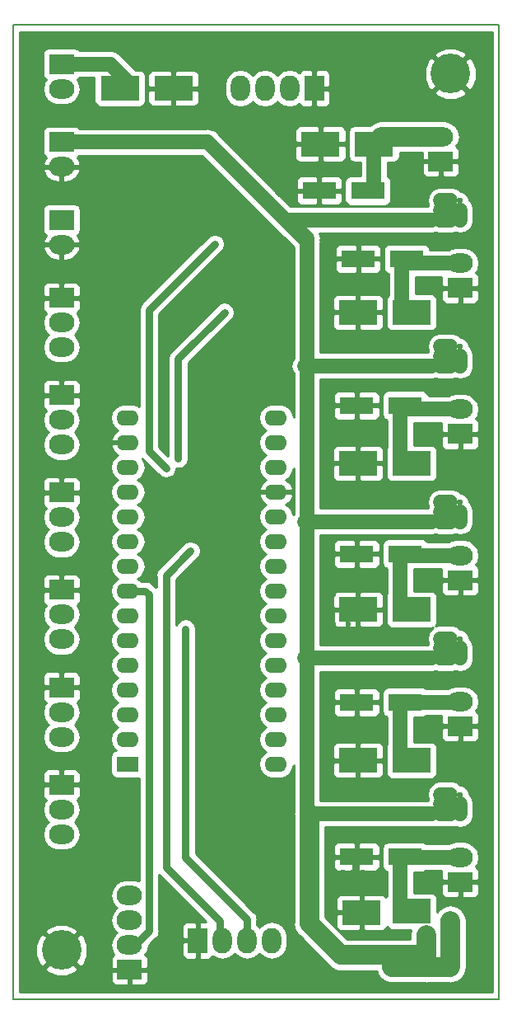
<source format=gbl>
G04 #@! TF.GenerationSoftware,KiCad,Pcbnew,(5.0.2)-1*
G04 #@! TF.CreationDate,2019-03-14T17:16:41+01:00*
G04 #@! TF.ProjectId,ventirad,76656e74-6972-4616-942e-6b696361645f,rev?*
G04 #@! TF.SameCoordinates,Original*
G04 #@! TF.FileFunction,Copper,L2,Bot*
G04 #@! TF.FilePolarity,Positive*
%FSLAX46Y46*%
G04 Gerber Fmt 4.6, Leading zero omitted, Abs format (unit mm)*
G04 Created by KiCad (PCBNEW (5.0.2)-1) date 14/03/2019 17:16:41*
%MOMM*%
%LPD*%
G01*
G04 APERTURE LIST*
G04 #@! TA.AperFunction,NonConductor*
%ADD10C,0.150000*%
G04 #@! TD*
G04 #@! TA.AperFunction,ComponentPad*
%ADD11R,2.286000X1.574800*%
G04 #@! TD*
G04 #@! TA.AperFunction,ComponentPad*
%ADD12O,2.286000X1.574800*%
G04 #@! TD*
G04 #@! TA.AperFunction,ComponentPad*
%ADD13R,2.600000X2.000000*%
G04 #@! TD*
G04 #@! TA.AperFunction,ComponentPad*
%ADD14O,2.600000X2.000000*%
G04 #@! TD*
G04 #@! TA.AperFunction,SMDPad,CuDef*
%ADD15R,3.500120X1.800860*%
G04 #@! TD*
G04 #@! TA.AperFunction,SMDPad,CuDef*
%ADD16R,4.000000X2.500000*%
G04 #@! TD*
G04 #@! TA.AperFunction,ComponentPad*
%ADD17R,2.000000X2.600000*%
G04 #@! TD*
G04 #@! TA.AperFunction,ComponentPad*
%ADD18O,2.000000X2.600000*%
G04 #@! TD*
G04 #@! TA.AperFunction,ComponentPad*
%ADD19C,4.064000*%
G04 #@! TD*
G04 #@! TA.AperFunction,ViaPad*
%ADD20C,0.600000*%
G04 #@! TD*
G04 #@! TA.AperFunction,Conductor*
%ADD21C,1.500000*%
G04 #@! TD*
G04 #@! TA.AperFunction,Conductor*
%ADD22C,0.250000*%
G04 #@! TD*
G04 #@! TA.AperFunction,Conductor*
%ADD23C,0.800000*%
G04 #@! TD*
G04 #@! TA.AperFunction,Conductor*
%ADD24C,2.000000*%
G04 #@! TD*
G04 #@! TA.AperFunction,Conductor*
%ADD25C,0.254000*%
G04 #@! TD*
G04 APERTURE END LIST*
D10*
X107000000Y-60000000D02*
X157000000Y-60000000D01*
X107000000Y-160000000D02*
X107000000Y-60000000D01*
X157000000Y-160000000D02*
X107000000Y-160000000D01*
X157000000Y-60000000D02*
X157000000Y-160000000D01*
D11*
G04 #@! TO.P,U2,1*
G04 #@! TO.N,N/C*
X118825000Y-135890000D03*
D12*
G04 #@! TO.P,U2,2*
X118825000Y-133350000D03*
G04 #@! TO.P,U2,3*
X118825000Y-130810000D03*
G04 #@! TO.P,U2,4*
G04 #@! TO.N,Net-(P2-Pad2)*
X118825000Y-128270000D03*
G04 #@! TO.P,U2,5*
G04 #@! TO.N,Net-(P3-Pad2)*
X118825000Y-125730000D03*
G04 #@! TO.P,U2,6*
G04 #@! TO.N,Net-(P4-Pad2)*
X118825000Y-123190000D03*
G04 #@! TO.P,U2,7*
G04 #@! TO.N,Net-(P5-Pad2)*
X118825000Y-120650000D03*
G04 #@! TO.P,U2,8*
G04 #@! TO.N,Net-(P8-Pad2)*
X118825000Y-118110000D03*
G04 #@! TO.P,U2,9*
G04 #@! TO.N,Net-(P8-Pad3)*
X118825000Y-115570000D03*
G04 #@! TO.P,U2,10*
G04 #@! TO.N,Net-(P6-Pad2)*
X118825000Y-113030000D03*
G04 #@! TO.P,U2,11*
G04 #@! TO.N,Net-(P7-Pad2)*
X118825000Y-110490000D03*
G04 #@! TO.P,U2,12*
G04 #@! TO.N,+5V*
X118825000Y-107950000D03*
G04 #@! TO.P,U2,13*
G04 #@! TO.N,N/C*
X118825000Y-105410000D03*
G04 #@! TO.P,U2,14*
G04 #@! TO.N,GND*
X118825000Y-102870000D03*
G04 #@! TO.P,U2,15*
G04 #@! TO.N,N/C*
X118825000Y-100330000D03*
G04 #@! TO.P,U2,16*
G04 #@! TO.N,Net-(R32-Pad2)*
X134065000Y-100330000D03*
G04 #@! TO.P,U2,17*
G04 #@! TO.N,Net-(R30-Pad2)*
X134065000Y-102870000D03*
G04 #@! TO.P,U2,18*
G04 #@! TO.N,N/C*
X134065000Y-105410000D03*
G04 #@! TO.P,U2,19*
G04 #@! TO.N,GND*
X134065000Y-107950000D03*
G04 #@! TO.P,U2,20*
G04 #@! TO.N,Net-(R29-Pad2)*
X134065000Y-110490000D03*
G04 #@! TO.P,U2,21*
G04 #@! TO.N,Net-(R23-Pad2)*
X134065000Y-113030000D03*
G04 #@! TO.P,U2,22*
G04 #@! TO.N,Net-(R28-Pad2)*
X134065000Y-115570000D03*
G04 #@! TO.P,U2,23*
G04 #@! TO.N,Net-(R20-Pad2)*
X134065000Y-118110000D03*
G04 #@! TO.P,U2,24*
G04 #@! TO.N,Net-(R17-Pad2)*
X134065000Y-120650000D03*
G04 #@! TO.P,U2,25*
G04 #@! TO.N,Net-(R27-Pad2)*
X134065000Y-123190000D03*
G04 #@! TO.P,U2,26*
G04 #@! TO.N,Net-(R26-Pad2)*
X134065000Y-125730000D03*
G04 #@! TO.P,U2,27*
G04 #@! TO.N,Net-(R14-Pad2)*
X134065000Y-128270000D03*
G04 #@! TO.P,U2,28*
G04 #@! TO.N,Net-(R11-Pad2)*
X134065000Y-130810000D03*
G04 #@! TO.P,U2,29*
G04 #@! TO.N,Net-(R8-Pad2)*
X134065000Y-133350000D03*
G04 #@! TO.P,U2,30*
G04 #@! TO.N,N/C*
X134065000Y-135890000D03*
G04 #@! TD*
D13*
G04 #@! TO.P,,1*
G04 #@! TO.N,+12V*
X112000000Y-64000000D03*
D14*
G04 #@! TO.P,,2*
G04 #@! TO.N,Net-(C11-Pad2)*
X112000000Y-66540000D03*
G04 #@! TD*
D15*
G04 #@! TO.P,D2,1*
G04 #@! TO.N,Net-(C5-Pad1)*
X147359360Y-145415000D03*
G04 #@! TO.P,D2,2*
G04 #@! TO.N,GND*
X142360640Y-145415000D03*
G04 #@! TD*
G04 #@! TO.P,D3,1*
G04 #@! TO.N,Net-(C6-Pad1)*
X147359360Y-129540000D03*
G04 #@! TO.P,D3,2*
G04 #@! TO.N,GND*
X142360640Y-129540000D03*
G04 #@! TD*
G04 #@! TO.P,D4,1*
G04 #@! TO.N,Net-(C7-Pad1)*
X147359360Y-114300000D03*
G04 #@! TO.P,D4,2*
G04 #@! TO.N,GND*
X142360640Y-114300000D03*
G04 #@! TD*
G04 #@! TO.P,D5,1*
G04 #@! TO.N,Net-(C8-Pad1)*
X147359360Y-99060000D03*
G04 #@! TO.P,D5,2*
G04 #@! TO.N,GND*
X142360640Y-99060000D03*
G04 #@! TD*
G04 #@! TO.P,D6,1*
G04 #@! TO.N,Net-(C9-Pad1)*
X147499360Y-84000000D03*
G04 #@! TO.P,D6,2*
G04 #@! TO.N,GND*
X142500640Y-84000000D03*
G04 #@! TD*
G04 #@! TO.P,D7,1*
G04 #@! TO.N,Net-(C10-Pad1)*
X143499360Y-77000000D03*
G04 #@! TO.P,D7,2*
G04 #@! TO.N,GND*
X138500640Y-77000000D03*
G04 #@! TD*
D16*
G04 #@! TO.P,C2,1*
G04 #@! TO.N,+12V*
X118000000Y-66500000D03*
G04 #@! TO.P,C2,2*
G04 #@! TO.N,GND*
X123500000Y-66500000D03*
G04 #@! TD*
G04 #@! TO.P,C5,1*
G04 #@! TO.N,Net-(C5-Pad1)*
X148000000Y-151000000D03*
G04 #@! TO.P,C5,2*
G04 #@! TO.N,GND*
X142860000Y-151130000D03*
G04 #@! TD*
G04 #@! TO.P,C6,1*
G04 #@! TO.N,Net-(C6-Pad1)*
X148000000Y-135500000D03*
G04 #@! TO.P,C6,2*
G04 #@! TO.N,GND*
X142500000Y-135500000D03*
G04 #@! TD*
G04 #@! TO.P,C7,1*
G04 #@! TO.N,Net-(C7-Pad1)*
X148000000Y-120000000D03*
G04 #@! TO.P,C7,2*
G04 #@! TO.N,GND*
X142500000Y-120000000D03*
G04 #@! TD*
G04 #@! TO.P,C8,1*
G04 #@! TO.N,Net-(C8-Pad1)*
X148000000Y-105000000D03*
G04 #@! TO.P,C8,2*
G04 #@! TO.N,GND*
X142500000Y-105000000D03*
G04 #@! TD*
G04 #@! TO.P,C9,1*
G04 #@! TO.N,Net-(C9-Pad1)*
X148000000Y-89500000D03*
G04 #@! TO.P,C9,2*
G04 #@! TO.N,GND*
X142500000Y-89500000D03*
G04 #@! TD*
G04 #@! TO.P,C10,1*
G04 #@! TO.N,Net-(C10-Pad1)*
X144140000Y-72205000D03*
G04 #@! TO.P,C10,2*
G04 #@! TO.N,GND*
X138640000Y-72205000D03*
G04 #@! TD*
D13*
G04 #@! TO.P,,1*
G04 #@! TO.N,Net-(D1-Pad2)*
X112000000Y-80000000D03*
D14*
G04 #@! TO.P,,2*
G04 #@! TO.N,GND*
X112000000Y-82540000D03*
G04 #@! TD*
D13*
G04 #@! TO.P,,1*
G04 #@! TO.N,GND*
X112000000Y-138000000D03*
D14*
G04 #@! TO.P,,2*
G04 #@! TO.N,Net-(P2-Pad2)*
X112000000Y-140540000D03*
G04 #@! TO.P,,3*
G04 #@! TO.N,+5V*
X112000000Y-143080000D03*
G04 #@! TD*
D13*
G04 #@! TO.P,,1*
G04 #@! TO.N,GND*
X112000000Y-128000000D03*
D14*
G04 #@! TO.P,,2*
G04 #@! TO.N,Net-(P3-Pad2)*
X112000000Y-130540000D03*
G04 #@! TO.P,,3*
G04 #@! TO.N,+5V*
X112000000Y-133080000D03*
G04 #@! TD*
D13*
G04 #@! TO.P,,1*
G04 #@! TO.N,GND*
X112000000Y-118000000D03*
D14*
G04 #@! TO.P,,2*
G04 #@! TO.N,Net-(P4-Pad2)*
X112000000Y-120540000D03*
G04 #@! TO.P,,3*
G04 #@! TO.N,+5V*
X112000000Y-123080000D03*
G04 #@! TD*
D13*
G04 #@! TO.P,,1*
G04 #@! TO.N,GND*
X112000000Y-108000000D03*
D14*
G04 #@! TO.P,,2*
G04 #@! TO.N,Net-(P5-Pad2)*
X112000000Y-110540000D03*
G04 #@! TO.P,,3*
G04 #@! TO.N,+5V*
X112000000Y-113080000D03*
G04 #@! TD*
D13*
G04 #@! TO.P,,1*
G04 #@! TO.N,GND*
X112000000Y-98000000D03*
D14*
G04 #@! TO.P,,2*
G04 #@! TO.N,Net-(P6-Pad2)*
X112000000Y-100540000D03*
G04 #@! TO.P,,3*
G04 #@! TO.N,+5V*
X112000000Y-103080000D03*
G04 #@! TD*
D13*
G04 #@! TO.P,,1*
G04 #@! TO.N,GND*
X112000000Y-88000000D03*
D14*
G04 #@! TO.P,,2*
G04 #@! TO.N,Net-(P7-Pad2)*
X112000000Y-90540000D03*
G04 #@! TO.P,,3*
G04 #@! TO.N,+5V*
X112000000Y-93080000D03*
G04 #@! TD*
D13*
G04 #@! TO.P,,1*
G04 #@! TO.N,GND*
X119000000Y-157000000D03*
D14*
G04 #@! TO.P,,2*
G04 #@! TO.N,Net-(P8-Pad2)*
X119000000Y-154460000D03*
G04 #@! TO.P,,3*
G04 #@! TO.N,Net-(P8-Pad3)*
X119000000Y-151920000D03*
G04 #@! TO.P,,4*
G04 #@! TO.N,+5V*
X119000000Y-149380000D03*
G04 #@! TD*
D13*
G04 #@! TO.P,,1*
G04 #@! TO.N,Net-(C11-Pad2)*
X112000000Y-72000000D03*
D14*
G04 #@! TO.P,,2*
G04 #@! TO.N,GND*
X112000000Y-74540000D03*
G04 #@! TD*
D13*
G04 #@! TO.P,,1*
G04 #@! TO.N,GND*
X153000000Y-148000000D03*
D14*
G04 #@! TO.P,,2*
G04 #@! TO.N,Net-(C5-Pad1)*
X153000000Y-145460000D03*
G04 #@! TD*
D13*
G04 #@! TO.P,,1*
G04 #@! TO.N,GND*
X153000000Y-132000000D03*
D14*
G04 #@! TO.P,,2*
G04 #@! TO.N,Net-(C6-Pad1)*
X153000000Y-129460000D03*
G04 #@! TD*
D13*
G04 #@! TO.P,,1*
G04 #@! TO.N,GND*
X153000000Y-117000000D03*
D14*
G04 #@! TO.P,,2*
G04 #@! TO.N,Net-(C7-Pad1)*
X153000000Y-114460000D03*
G04 #@! TD*
D13*
G04 #@! TO.P,,1*
G04 #@! TO.N,GND*
X153000000Y-102000000D03*
D14*
G04 #@! TO.P,,2*
G04 #@! TO.N,Net-(C8-Pad1)*
X153000000Y-99460000D03*
G04 #@! TD*
D13*
G04 #@! TO.P,,1*
G04 #@! TO.N,GND*
X153000000Y-87000000D03*
D14*
G04 #@! TO.P,,2*
G04 #@! TO.N,Net-(C9-Pad1)*
X153000000Y-84460000D03*
G04 #@! TD*
D13*
G04 #@! TO.P,,1*
G04 #@! TO.N,GND*
X151000000Y-74000000D03*
D14*
G04 #@! TO.P,,2*
G04 #@! TO.N,Net-(C10-Pad1)*
X151000000Y-71460000D03*
G04 #@! TD*
D17*
G04 #@! TO.P,,1*
G04 #@! TO.N,GND*
X126000000Y-154000000D03*
D18*
G04 #@! TO.P,,2*
G04 #@! TO.N,Net-(P17-Pad2)*
X128540000Y-154000000D03*
G04 #@! TO.P,,3*
G04 #@! TO.N,Net-(P17-Pad3)*
X131080000Y-154000000D03*
G04 #@! TO.P,,4*
G04 #@! TO.N,Net-(P17-Pad4)*
X133620000Y-154000000D03*
G04 #@! TD*
D17*
G04 #@! TO.P,,1*
G04 #@! TO.N,GND*
X138000000Y-66500000D03*
D18*
G04 #@! TO.P,,2*
G04 #@! TO.N,Net-(P18-Pad2)*
X135460000Y-66500000D03*
G04 #@! TO.P,,3*
G04 #@! TO.N,Net-(P18-Pad3)*
X132920000Y-66500000D03*
G04 #@! TO.P,,4*
G04 #@! TO.N,Net-(P18-Pad4)*
X130380000Y-66500000D03*
G04 #@! TD*
D19*
G04 #@! TO.P,,1*
G04 #@! TO.N,GND*
X152000000Y-65000000D03*
G04 #@! TD*
G04 #@! TO.P,,1*
G04 #@! TO.N,GND*
X112000000Y-155000000D03*
G04 #@! TD*
D20*
G04 #@! TO.N,GND*
X141000000Y-149000000D03*
X141000000Y-148000000D03*
X141000000Y-147000000D03*
X142000000Y-147000000D03*
X143000000Y-147000000D03*
X143000000Y-148000000D03*
X143000000Y-149000000D03*
X139500000Y-102000000D03*
X139500000Y-100500000D03*
X139500000Y-99000000D03*
X139500000Y-97500000D03*
X141000000Y-97500000D03*
X142500000Y-97500000D03*
X142500000Y-137000000D03*
X142500000Y-134000000D03*
X142500000Y-133000000D03*
X142500000Y-132000000D03*
X141500000Y-121500000D03*
X140000000Y-121500000D03*
X140000000Y-120000000D03*
X140000000Y-118500000D03*
X141000000Y-117000000D03*
X142500000Y-117000000D03*
X139500000Y-90500000D03*
X139500000Y-89000000D03*
X139500000Y-87500000D03*
X139500000Y-86000000D03*
X141000000Y-86000000D03*
X142500000Y-86000000D03*
X126000000Y-107250000D03*
X126000000Y-106000000D03*
X127250000Y-106000000D03*
X127250000Y-107250000D03*
X126000000Y-100750000D03*
X126000000Y-99500000D03*
X127250000Y-99500000D03*
X127250000Y-100750000D03*
X134750000Y-93500000D03*
X133500000Y-93500000D03*
X132250000Y-93500000D03*
X131000000Y-93500000D03*
X129750000Y-93500000D03*
X128500000Y-126500000D03*
X127250000Y-126500000D03*
X127250000Y-127500000D03*
X128000000Y-115000000D03*
X128000000Y-113750000D03*
X126750000Y-113750000D03*
X128250000Y-120500000D03*
X127250000Y-120500000D03*
X127250000Y-121500000D03*
G04 #@! TO.N,Net-(P17-Pad2)*
X125250000Y-114000000D03*
G04 #@! TO.N,Net-(P17-Pad3)*
X124750000Y-122000000D03*
G04 #@! TO.N,Net-(P18-Pad3)*
X124000000Y-104500000D03*
X128750000Y-89500000D03*
G04 #@! TO.N,Net-(P18-Pad4)*
X127750000Y-82500000D03*
X122750000Y-105500000D03*
G04 #@! TO.N,Net-(C11-Pad2)*
X149500000Y-153450001D03*
X152000000Y-152000000D03*
X152000000Y-153500000D03*
X146000000Y-156750000D03*
X148000000Y-156750000D03*
X149500000Y-156750000D03*
X149500000Y-155500000D03*
X148000000Y-155500000D03*
X146000000Y-155500000D03*
X153000000Y-93000000D03*
X152000000Y-93000000D03*
X151000000Y-93000000D03*
X151000000Y-94000000D03*
X152000000Y-94000000D03*
X153000000Y-94000000D03*
X153000000Y-95000000D03*
X152000000Y-95000000D03*
X151000000Y-95000000D03*
X150000000Y-95000000D03*
X149000000Y-95000000D03*
X153000000Y-78000000D03*
X152000000Y-78000000D03*
X151000000Y-78000000D03*
X151000000Y-79000000D03*
X152000000Y-79000000D03*
X153000000Y-79000000D03*
X153000000Y-80000000D03*
X152000000Y-80000000D03*
X151000000Y-80000000D03*
X150000000Y-80000000D03*
X153000000Y-139000000D03*
X152000000Y-139000000D03*
X151000000Y-139000000D03*
X151000000Y-140000000D03*
X152000000Y-140000000D03*
X153000000Y-140000000D03*
X153000000Y-141000000D03*
X152000000Y-141000000D03*
X151000000Y-141000000D03*
X150000000Y-141000000D03*
X149000000Y-141000000D03*
X153000000Y-123000000D03*
X152000000Y-123000000D03*
X151000000Y-123000000D03*
X151000000Y-124000000D03*
X152000000Y-124000000D03*
X153000000Y-124000000D03*
X153000000Y-125000000D03*
X152000000Y-125000000D03*
X151000000Y-125000000D03*
X150000000Y-125000000D03*
X153000000Y-109000000D03*
X152000000Y-109000000D03*
X151000000Y-109000000D03*
X151000000Y-110000000D03*
X152000000Y-110000000D03*
X153000000Y-110000000D03*
X153000000Y-111000000D03*
X152000000Y-111000000D03*
X151000000Y-111000000D03*
X150000000Y-111000000D03*
X149000000Y-111000000D03*
X149000000Y-125000000D03*
G04 #@! TD*
D21*
G04 #@! TO.N,+12V*
X112000000Y-64000000D02*
X117000000Y-64000000D01*
X117000000Y-64000000D02*
X119000000Y-66000000D01*
D22*
G04 #@! TO.N,GND*
X142000000Y-147000000D02*
X142000000Y-145775640D01*
X142000000Y-145775640D02*
X142360640Y-145415000D01*
X142860000Y-151130000D02*
X142860000Y-149140000D01*
X141000000Y-148000000D02*
X141000000Y-149000000D01*
X142000000Y-147000000D02*
X141000000Y-147000000D01*
X143000000Y-148000000D02*
X143000000Y-147000000D01*
X142860000Y-149140000D02*
X143000000Y-149000000D01*
X142360640Y-99060000D02*
X142360640Y-97639360D01*
X139500000Y-99000000D02*
X139500000Y-100500000D01*
X141000000Y-97500000D02*
X139500000Y-97500000D01*
X142360640Y-97639360D02*
X142500000Y-97500000D01*
X142360640Y-129540000D02*
X142360640Y-131860640D01*
X142500000Y-133000000D02*
X142500000Y-134000000D01*
X142360640Y-131860640D02*
X142500000Y-132000000D01*
X142360640Y-114300000D02*
X142360640Y-116860640D01*
X140000000Y-120000000D02*
X140000000Y-121500000D01*
X140000000Y-118000000D02*
X140000000Y-118500000D01*
X141000000Y-117000000D02*
X140000000Y-118000000D01*
X142360640Y-116860640D02*
X142500000Y-117000000D01*
X142500640Y-84000000D02*
X142500640Y-87500640D01*
X139500000Y-87500000D02*
X139500000Y-89000000D01*
X141000000Y-86000000D02*
X139500000Y-86000000D01*
X142500000Y-87500000D02*
X142500000Y-86000000D01*
X142500640Y-87500640D02*
X142500000Y-87500000D01*
D23*
X126000000Y-106000000D02*
X126000000Y-107250000D01*
X127250000Y-107250000D02*
X127250000Y-106000000D01*
X126000000Y-99500000D02*
X126000000Y-100750000D01*
X127250000Y-100750000D02*
X127250000Y-99500000D01*
X132250000Y-93500000D02*
X133500000Y-93500000D01*
X129750000Y-93500000D02*
X131000000Y-93500000D01*
X127250000Y-125250000D02*
X127250000Y-121500000D01*
X128500000Y-126500000D02*
X127250000Y-125250000D01*
X127250000Y-127500000D02*
X127250000Y-126500000D01*
X128000000Y-113750000D02*
X128000000Y-115000000D01*
X126750000Y-119000000D02*
X126750000Y-113750000D01*
X128250000Y-120500000D02*
X126750000Y-119000000D01*
X127250000Y-121500000D02*
X127250000Y-120500000D01*
D21*
G04 #@! TO.N,Net-(C5-Pad1)*
X146860000Y-151130000D02*
X146860000Y-145914360D01*
X146860000Y-145914360D02*
X147359360Y-145415000D01*
X153000000Y-145460000D02*
X147404360Y-145460000D01*
X147404360Y-145460000D02*
X147359360Y-145415000D01*
G04 #@! TO.N,Net-(C6-Pad1)*
X147359360Y-129540000D02*
X152920000Y-129540000D01*
X152920000Y-129540000D02*
X153000000Y-129460000D01*
X146860000Y-135255000D02*
X146860000Y-130039360D01*
X146860000Y-130039360D02*
X147359360Y-129540000D01*
G04 #@! TO.N,Net-(C7-Pad1)*
X146860000Y-120015000D02*
X146860000Y-114799360D01*
X146860000Y-114799360D02*
X147199360Y-114460000D01*
X147199360Y-114460000D02*
X153000000Y-114460000D01*
G04 #@! TO.N,Net-(C8-Pad1)*
X146860000Y-104775000D02*
X146860000Y-99559360D01*
X146860000Y-99559360D02*
X146959360Y-99460000D01*
X146959360Y-99460000D02*
X153000000Y-99460000D01*
G04 #@! TO.N,Net-(C9-Pad1)*
X147000000Y-89000000D02*
X147000000Y-84499360D01*
X147000000Y-84499360D02*
X147039360Y-84460000D01*
X147039360Y-84460000D02*
X153000000Y-84460000D01*
G04 #@! TO.N,Net-(C10-Pad1)*
X144140000Y-72205000D02*
X144140000Y-76359360D01*
X144140000Y-76359360D02*
X143499360Y-77000000D01*
D24*
X151000000Y-71460000D02*
X144885000Y-71460000D01*
X144885000Y-71460000D02*
X144140000Y-72205000D01*
D23*
G04 #@! TO.N,Net-(P17-Pad2)*
X128250000Y-152000000D02*
X128250000Y-153710000D01*
X122750000Y-146500000D02*
X128250000Y-152000000D01*
X122750000Y-116500000D02*
X122750000Y-146500000D01*
X125250000Y-114000000D02*
X122750000Y-116500000D01*
X128250000Y-153710000D02*
X128540000Y-154000000D01*
G04 #@! TO.N,Net-(P17-Pad3)*
X131080000Y-154000000D02*
X131080000Y-151830000D01*
X124750000Y-145500000D02*
X124750000Y-122000000D01*
X131080000Y-151830000D02*
X124750000Y-145500000D01*
G04 #@! TO.N,Net-(P18-Pad3)*
X124000000Y-94250000D02*
X124000000Y-104500000D01*
X128750000Y-89500000D02*
X124000000Y-94250000D01*
G04 #@! TO.N,Net-(P18-Pad4)*
X121000000Y-89250000D02*
X127750000Y-82500000D01*
X121000000Y-103750000D02*
X121000000Y-89250000D01*
X122750000Y-105500000D02*
X121000000Y-103750000D01*
D24*
G04 #@! TO.N,Net-(C11-Pad2)*
X149500000Y-155500000D02*
X149500000Y-153450001D01*
X152000000Y-153500000D02*
X152000000Y-152000000D01*
X152000000Y-156750000D02*
X152000000Y-153500000D01*
X149500000Y-156750000D02*
X152000000Y-156750000D01*
X148000000Y-156750000D02*
X146000000Y-156750000D01*
X149500000Y-156750000D02*
X148000000Y-156750000D01*
X149500000Y-155500000D02*
X149500000Y-156750000D01*
X148000000Y-155500000D02*
X149500000Y-155500000D01*
X146000000Y-155500000D02*
X148000000Y-155500000D01*
X137500000Y-141000000D02*
X137500000Y-152250000D01*
X137500000Y-152250000D02*
X140750000Y-155500000D01*
X140750000Y-155500000D02*
X146000000Y-155500000D01*
D21*
X149000000Y-95000000D02*
X150000000Y-95000000D01*
X151000000Y-93000000D02*
X152000000Y-93000000D01*
X152000000Y-94000000D02*
X151000000Y-94000000D01*
X153000000Y-95000000D02*
X153000000Y-94000000D01*
X151000000Y-95000000D02*
X152000000Y-95000000D01*
X149000000Y-95000000D02*
X141000000Y-95000000D01*
X149000000Y-80000000D02*
X150000000Y-80000000D01*
X151000000Y-78000000D02*
X152000000Y-78000000D01*
X152000000Y-79000000D02*
X151000000Y-79000000D01*
X153000000Y-80000000D02*
X153000000Y-79000000D01*
X151000000Y-80000000D02*
X152000000Y-80000000D01*
X148990000Y-80010000D02*
X142010000Y-80010000D01*
X142010000Y-80010000D02*
X142510000Y-80010000D01*
X142510000Y-80010000D02*
X135970000Y-80010000D01*
X135970000Y-80010000D02*
X135335000Y-80010000D01*
X149000000Y-80000000D02*
X148990000Y-80010000D01*
X112000000Y-72000000D02*
X127000000Y-72000000D01*
X127000000Y-72000000D02*
X137240000Y-82240000D01*
X149000000Y-141000000D02*
X150000000Y-141000000D01*
X151000000Y-139000000D02*
X152000000Y-139000000D01*
X152000000Y-140000000D02*
X151000000Y-140000000D01*
X153000000Y-141000000D02*
X153000000Y-140000000D01*
X151000000Y-141000000D02*
X152000000Y-141000000D01*
X149000000Y-141000000D02*
X141500000Y-141000000D01*
X141500000Y-141000000D02*
X137500000Y-141000000D01*
X137500000Y-141000000D02*
X137240000Y-141000000D01*
X149000000Y-125000000D02*
X150000000Y-125000000D01*
X151000000Y-123000000D02*
X152000000Y-123000000D01*
X152000000Y-124000000D02*
X151000000Y-124000000D01*
X153000000Y-125000000D02*
X153000000Y-124000000D01*
X151000000Y-125000000D02*
X152000000Y-125000000D01*
X149000000Y-111000000D02*
X150000000Y-111000000D01*
X151000000Y-109000000D02*
X152000000Y-109000000D01*
X152000000Y-110000000D02*
X151000000Y-110000000D01*
X153000000Y-111000000D02*
X153000000Y-110000000D01*
X151000000Y-111000000D02*
X152000000Y-111000000D01*
X149000000Y-111000000D02*
X141000000Y-111000000D01*
X141000000Y-111000000D02*
X137240000Y-111000000D01*
X137240000Y-111000000D02*
X137000000Y-111000000D01*
X137000000Y-111000000D02*
X137240000Y-111000000D01*
X149000000Y-125000000D02*
X141500000Y-125000000D01*
X141500000Y-125000000D02*
X137240000Y-125000000D01*
X137240000Y-125000000D02*
X137000000Y-125000000D01*
X137000000Y-125000000D02*
X137240000Y-125000000D01*
X137240000Y-118110000D02*
X137240000Y-125000000D01*
X137240000Y-111000000D02*
X137240000Y-118110000D01*
X137240000Y-102870000D02*
X137240000Y-111000000D01*
X137240000Y-95000000D02*
X137240000Y-102870000D01*
X137240000Y-125000000D02*
X137240000Y-134620000D01*
X137240000Y-134620000D02*
X137240000Y-141000000D01*
X141000000Y-95000000D02*
X137240000Y-95000000D01*
X137240000Y-95000000D02*
X137000000Y-95000000D01*
X137000000Y-95000000D02*
X137240000Y-95000000D01*
X135335000Y-80010000D02*
X137240000Y-81915000D01*
X137240000Y-81915000D02*
X137240000Y-82240000D01*
X137240000Y-87630000D02*
X137240000Y-95000000D01*
X137240000Y-82240000D02*
X137240000Y-87630000D01*
D23*
G04 #@! TO.N,Net-(P8-Pad2)*
X119000000Y-154460000D02*
X119540000Y-154460000D01*
X119540000Y-154460000D02*
X121000000Y-153000000D01*
X121000000Y-153000000D02*
X121000000Y-118500000D01*
X121000000Y-118500000D02*
X120610000Y-118110000D01*
X120610000Y-118110000D02*
X118825000Y-118110000D01*
G04 #@! TD*
D25*
G04 #@! TO.N,GND*
G36*
X156290001Y-159290000D02*
X107710000Y-159290000D01*
X107710000Y-156898121D01*
X110281484Y-156898121D01*
X110506154Y-157272168D01*
X111489388Y-157670880D01*
X112550357Y-157662975D01*
X113461056Y-157285750D01*
X117065000Y-157285750D01*
X117065000Y-158126309D01*
X117161673Y-158359698D01*
X117340301Y-158538327D01*
X117573690Y-158635000D01*
X118714250Y-158635000D01*
X118873000Y-158476250D01*
X118873000Y-157127000D01*
X119127000Y-157127000D01*
X119127000Y-158476250D01*
X119285750Y-158635000D01*
X120426310Y-158635000D01*
X120659699Y-158538327D01*
X120838327Y-158359698D01*
X120935000Y-158126309D01*
X120935000Y-157285750D01*
X120776250Y-157127000D01*
X119127000Y-157127000D01*
X118873000Y-157127000D01*
X117223750Y-157127000D01*
X117065000Y-157285750D01*
X113461056Y-157285750D01*
X113493846Y-157272168D01*
X113718516Y-156898121D01*
X112000000Y-155179605D01*
X110281484Y-156898121D01*
X107710000Y-156898121D01*
X107710000Y-154489388D01*
X109329120Y-154489388D01*
X109337025Y-155550357D01*
X109727832Y-156493846D01*
X110101879Y-156718516D01*
X111820395Y-155000000D01*
X112179605Y-155000000D01*
X113898121Y-156718516D01*
X114272168Y-156493846D01*
X114670880Y-155510612D01*
X114662975Y-154449643D01*
X114272168Y-153506154D01*
X113898121Y-153281484D01*
X112179605Y-155000000D01*
X111820395Y-155000000D01*
X110101879Y-153281484D01*
X109727832Y-153506154D01*
X109329120Y-154489388D01*
X107710000Y-154489388D01*
X107710000Y-153101879D01*
X110281484Y-153101879D01*
X112000000Y-154820395D01*
X113718516Y-153101879D01*
X113493846Y-152727832D01*
X112510612Y-152329120D01*
X111449643Y-152337025D01*
X110506154Y-152727832D01*
X110281484Y-153101879D01*
X107710000Y-153101879D01*
X107710000Y-140540000D01*
X110032969Y-140540000D01*
X110159864Y-141177945D01*
X110521231Y-141718769D01*
X110657768Y-141810000D01*
X110521231Y-141901231D01*
X110159864Y-142442055D01*
X110032969Y-143080000D01*
X110159864Y-143717945D01*
X110521231Y-144258769D01*
X111062055Y-144620136D01*
X111538969Y-144715000D01*
X112461031Y-144715000D01*
X112937945Y-144620136D01*
X113478769Y-144258769D01*
X113840136Y-143717945D01*
X113967031Y-143080000D01*
X113840136Y-142442055D01*
X113478769Y-141901231D01*
X113342232Y-141810000D01*
X113478769Y-141718769D01*
X113840136Y-141177945D01*
X113967031Y-140540000D01*
X113840136Y-139902055D01*
X113610670Y-139558635D01*
X113659699Y-139538327D01*
X113838327Y-139359698D01*
X113935000Y-139126309D01*
X113935000Y-138285750D01*
X113776250Y-138127000D01*
X112127000Y-138127000D01*
X112127000Y-138147000D01*
X111873000Y-138147000D01*
X111873000Y-138127000D01*
X110223750Y-138127000D01*
X110065000Y-138285750D01*
X110065000Y-139126309D01*
X110161673Y-139359698D01*
X110340301Y-139538327D01*
X110389330Y-139558635D01*
X110159864Y-139902055D01*
X110032969Y-140540000D01*
X107710000Y-140540000D01*
X107710000Y-136873691D01*
X110065000Y-136873691D01*
X110065000Y-137714250D01*
X110223750Y-137873000D01*
X111873000Y-137873000D01*
X111873000Y-136523750D01*
X112127000Y-136523750D01*
X112127000Y-137873000D01*
X113776250Y-137873000D01*
X113935000Y-137714250D01*
X113935000Y-136873691D01*
X113838327Y-136640302D01*
X113659699Y-136461673D01*
X113426310Y-136365000D01*
X112285750Y-136365000D01*
X112127000Y-136523750D01*
X111873000Y-136523750D01*
X111714250Y-136365000D01*
X110573690Y-136365000D01*
X110340301Y-136461673D01*
X110161673Y-136640302D01*
X110065000Y-136873691D01*
X107710000Y-136873691D01*
X107710000Y-130540000D01*
X110032969Y-130540000D01*
X110159864Y-131177945D01*
X110521231Y-131718769D01*
X110657768Y-131810000D01*
X110521231Y-131901231D01*
X110159864Y-132442055D01*
X110032969Y-133080000D01*
X110159864Y-133717945D01*
X110521231Y-134258769D01*
X111062055Y-134620136D01*
X111538969Y-134715000D01*
X112461031Y-134715000D01*
X112937945Y-134620136D01*
X113478769Y-134258769D01*
X113840136Y-133717945D01*
X113967031Y-133080000D01*
X113840136Y-132442055D01*
X113478769Y-131901231D01*
X113342232Y-131810000D01*
X113478769Y-131718769D01*
X113840136Y-131177945D01*
X113967031Y-130540000D01*
X113840136Y-129902055D01*
X113610670Y-129558635D01*
X113659699Y-129538327D01*
X113838327Y-129359698D01*
X113935000Y-129126309D01*
X113935000Y-128285750D01*
X113776250Y-128127000D01*
X112127000Y-128127000D01*
X112127000Y-128147000D01*
X111873000Y-128147000D01*
X111873000Y-128127000D01*
X110223750Y-128127000D01*
X110065000Y-128285750D01*
X110065000Y-129126309D01*
X110161673Y-129359698D01*
X110340301Y-129538327D01*
X110389330Y-129558635D01*
X110159864Y-129902055D01*
X110032969Y-130540000D01*
X107710000Y-130540000D01*
X107710000Y-126873691D01*
X110065000Y-126873691D01*
X110065000Y-127714250D01*
X110223750Y-127873000D01*
X111873000Y-127873000D01*
X111873000Y-126523750D01*
X112127000Y-126523750D01*
X112127000Y-127873000D01*
X113776250Y-127873000D01*
X113935000Y-127714250D01*
X113935000Y-126873691D01*
X113838327Y-126640302D01*
X113659699Y-126461673D01*
X113426310Y-126365000D01*
X112285750Y-126365000D01*
X112127000Y-126523750D01*
X111873000Y-126523750D01*
X111714250Y-126365000D01*
X110573690Y-126365000D01*
X110340301Y-126461673D01*
X110161673Y-126640302D01*
X110065000Y-126873691D01*
X107710000Y-126873691D01*
X107710000Y-120540000D01*
X110032969Y-120540000D01*
X110159864Y-121177945D01*
X110521231Y-121718769D01*
X110657768Y-121810000D01*
X110521231Y-121901231D01*
X110159864Y-122442055D01*
X110032969Y-123080000D01*
X110159864Y-123717945D01*
X110521231Y-124258769D01*
X111062055Y-124620136D01*
X111538969Y-124715000D01*
X112461031Y-124715000D01*
X112937945Y-124620136D01*
X113478769Y-124258769D01*
X113840136Y-123717945D01*
X113967031Y-123080000D01*
X113840136Y-122442055D01*
X113478769Y-121901231D01*
X113342232Y-121810000D01*
X113478769Y-121718769D01*
X113840136Y-121177945D01*
X113967031Y-120540000D01*
X113840136Y-119902055D01*
X113610670Y-119558635D01*
X113659699Y-119538327D01*
X113838327Y-119359698D01*
X113935000Y-119126309D01*
X113935000Y-118285750D01*
X113776250Y-118127000D01*
X112127000Y-118127000D01*
X112127000Y-118147000D01*
X111873000Y-118147000D01*
X111873000Y-118127000D01*
X110223750Y-118127000D01*
X110065000Y-118285750D01*
X110065000Y-119126309D01*
X110161673Y-119359698D01*
X110340301Y-119538327D01*
X110389330Y-119558635D01*
X110159864Y-119902055D01*
X110032969Y-120540000D01*
X107710000Y-120540000D01*
X107710000Y-116873691D01*
X110065000Y-116873691D01*
X110065000Y-117714250D01*
X110223750Y-117873000D01*
X111873000Y-117873000D01*
X111873000Y-116523750D01*
X112127000Y-116523750D01*
X112127000Y-117873000D01*
X113776250Y-117873000D01*
X113935000Y-117714250D01*
X113935000Y-116873691D01*
X113838327Y-116640302D01*
X113659699Y-116461673D01*
X113426310Y-116365000D01*
X112285750Y-116365000D01*
X112127000Y-116523750D01*
X111873000Y-116523750D01*
X111714250Y-116365000D01*
X110573690Y-116365000D01*
X110340301Y-116461673D01*
X110161673Y-116640302D01*
X110065000Y-116873691D01*
X107710000Y-116873691D01*
X107710000Y-110540000D01*
X110032969Y-110540000D01*
X110159864Y-111177945D01*
X110521231Y-111718769D01*
X110657768Y-111810000D01*
X110521231Y-111901231D01*
X110159864Y-112442055D01*
X110032969Y-113080000D01*
X110159864Y-113717945D01*
X110521231Y-114258769D01*
X111062055Y-114620136D01*
X111538969Y-114715000D01*
X112461031Y-114715000D01*
X112937945Y-114620136D01*
X113478769Y-114258769D01*
X113840136Y-113717945D01*
X113967031Y-113080000D01*
X113840136Y-112442055D01*
X113478769Y-111901231D01*
X113342232Y-111810000D01*
X113478769Y-111718769D01*
X113840136Y-111177945D01*
X113967031Y-110540000D01*
X113840136Y-109902055D01*
X113610670Y-109558635D01*
X113659699Y-109538327D01*
X113838327Y-109359698D01*
X113935000Y-109126309D01*
X113935000Y-108285750D01*
X113776250Y-108127000D01*
X112127000Y-108127000D01*
X112127000Y-108147000D01*
X111873000Y-108147000D01*
X111873000Y-108127000D01*
X110223750Y-108127000D01*
X110065000Y-108285750D01*
X110065000Y-109126309D01*
X110161673Y-109359698D01*
X110340301Y-109538327D01*
X110389330Y-109558635D01*
X110159864Y-109902055D01*
X110032969Y-110540000D01*
X107710000Y-110540000D01*
X107710000Y-106873691D01*
X110065000Y-106873691D01*
X110065000Y-107714250D01*
X110223750Y-107873000D01*
X111873000Y-107873000D01*
X111873000Y-106523750D01*
X112127000Y-106523750D01*
X112127000Y-107873000D01*
X113776250Y-107873000D01*
X113935000Y-107714250D01*
X113935000Y-106873691D01*
X113838327Y-106640302D01*
X113659699Y-106461673D01*
X113426310Y-106365000D01*
X112285750Y-106365000D01*
X112127000Y-106523750D01*
X111873000Y-106523750D01*
X111714250Y-106365000D01*
X110573690Y-106365000D01*
X110340301Y-106461673D01*
X110161673Y-106640302D01*
X110065000Y-106873691D01*
X107710000Y-106873691D01*
X107710000Y-100540000D01*
X110032969Y-100540000D01*
X110159864Y-101177945D01*
X110521231Y-101718769D01*
X110657768Y-101810000D01*
X110521231Y-101901231D01*
X110159864Y-102442055D01*
X110032969Y-103080000D01*
X110159864Y-103717945D01*
X110521231Y-104258769D01*
X111062055Y-104620136D01*
X111538969Y-104715000D01*
X112461031Y-104715000D01*
X112937945Y-104620136D01*
X113478769Y-104258769D01*
X113840136Y-103717945D01*
X113967031Y-103080000D01*
X113840136Y-102442055D01*
X113478769Y-101901231D01*
X113342232Y-101810000D01*
X113478769Y-101718769D01*
X113840136Y-101177945D01*
X113967031Y-100540000D01*
X113925260Y-100330000D01*
X117019134Y-100330000D01*
X117129529Y-100884993D01*
X117443907Y-101355493D01*
X117813851Y-101602681D01*
X117807738Y-101604475D01*
X117373809Y-101954014D01*
X117106673Y-102443004D01*
X117089990Y-102522940D01*
X117212148Y-102743000D01*
X118698000Y-102743000D01*
X118698000Y-102723000D01*
X118952000Y-102723000D01*
X118952000Y-102743000D01*
X118972000Y-102743000D01*
X118972000Y-102997000D01*
X118952000Y-102997000D01*
X118952000Y-103017000D01*
X118698000Y-103017000D01*
X118698000Y-102997000D01*
X117212148Y-102997000D01*
X117089990Y-103217060D01*
X117106673Y-103296996D01*
X117373809Y-103785986D01*
X117807738Y-104135525D01*
X117813851Y-104137319D01*
X117443907Y-104384507D01*
X117129529Y-104855007D01*
X117019134Y-105410000D01*
X117129529Y-105964993D01*
X117443907Y-106435493D01*
X117809838Y-106680000D01*
X117443907Y-106924507D01*
X117129529Y-107395007D01*
X117019134Y-107950000D01*
X117129529Y-108504993D01*
X117443907Y-108975493D01*
X117809838Y-109220000D01*
X117443907Y-109464507D01*
X117129529Y-109935007D01*
X117019134Y-110490000D01*
X117129529Y-111044993D01*
X117443907Y-111515493D01*
X117809838Y-111760000D01*
X117443907Y-112004507D01*
X117129529Y-112475007D01*
X117019134Y-113030000D01*
X117129529Y-113584993D01*
X117443907Y-114055493D01*
X117809838Y-114300000D01*
X117443907Y-114544507D01*
X117129529Y-115015007D01*
X117019134Y-115570000D01*
X117129529Y-116124993D01*
X117443907Y-116595493D01*
X117809838Y-116840000D01*
X117443907Y-117084507D01*
X117129529Y-117555007D01*
X117019134Y-118110000D01*
X117129529Y-118664993D01*
X117443907Y-119135493D01*
X117809838Y-119380000D01*
X117443907Y-119624507D01*
X117129529Y-120095007D01*
X117019134Y-120650000D01*
X117129529Y-121204993D01*
X117443907Y-121675493D01*
X117809838Y-121920000D01*
X117443907Y-122164507D01*
X117129529Y-122635007D01*
X117019134Y-123190000D01*
X117129529Y-123744993D01*
X117443907Y-124215493D01*
X117809838Y-124460000D01*
X117443907Y-124704507D01*
X117129529Y-125175007D01*
X117019134Y-125730000D01*
X117129529Y-126284993D01*
X117443907Y-126755493D01*
X117809838Y-127000000D01*
X117443907Y-127244507D01*
X117129529Y-127715007D01*
X117019134Y-128270000D01*
X117129529Y-128824993D01*
X117443907Y-129295493D01*
X117809838Y-129540000D01*
X117443907Y-129784507D01*
X117129529Y-130255007D01*
X117019134Y-130810000D01*
X117129529Y-131364993D01*
X117443907Y-131835493D01*
X117809838Y-132080000D01*
X117443907Y-132324507D01*
X117129529Y-132795007D01*
X117019134Y-133350000D01*
X117129529Y-133904993D01*
X117443907Y-134375493D01*
X117590404Y-134473379D01*
X117434235Y-134504443D01*
X117224191Y-134644791D01*
X117083843Y-134854835D01*
X117034560Y-135102600D01*
X117034560Y-136677400D01*
X117083843Y-136925165D01*
X117224191Y-137135209D01*
X117434235Y-137275557D01*
X117682000Y-137324840D01*
X119965000Y-137324840D01*
X119965000Y-147857942D01*
X119937945Y-147839864D01*
X119461031Y-147745000D01*
X118538969Y-147745000D01*
X118062055Y-147839864D01*
X117521231Y-148201231D01*
X117159864Y-148742055D01*
X117032969Y-149380000D01*
X117159864Y-150017945D01*
X117521231Y-150558769D01*
X117657768Y-150650000D01*
X117521231Y-150741231D01*
X117159864Y-151282055D01*
X117032969Y-151920000D01*
X117159864Y-152557945D01*
X117521231Y-153098769D01*
X117657768Y-153190000D01*
X117521231Y-153281231D01*
X117159864Y-153822055D01*
X117032969Y-154460000D01*
X117159864Y-155097945D01*
X117389330Y-155441365D01*
X117340301Y-155461673D01*
X117161673Y-155640302D01*
X117065000Y-155873691D01*
X117065000Y-156714250D01*
X117223750Y-156873000D01*
X118873000Y-156873000D01*
X118873000Y-156853000D01*
X119127000Y-156853000D01*
X119127000Y-156873000D01*
X120776250Y-156873000D01*
X120935000Y-156714250D01*
X120935000Y-155873691D01*
X120838327Y-155640302D01*
X120659699Y-155461673D01*
X120610670Y-155441365D01*
X120840136Y-155097945D01*
X120957923Y-154505787D01*
X121177960Y-154285750D01*
X124365000Y-154285750D01*
X124365000Y-155426310D01*
X124461673Y-155659699D01*
X124640302Y-155838327D01*
X124873691Y-155935000D01*
X125714250Y-155935000D01*
X125873000Y-155776250D01*
X125873000Y-154127000D01*
X124523750Y-154127000D01*
X124365000Y-154285750D01*
X121177960Y-154285750D01*
X121659776Y-153803935D01*
X121746193Y-153746193D01*
X121974948Y-153403837D01*
X122035000Y-153101935D01*
X122035000Y-153101934D01*
X122055276Y-153000000D01*
X122035000Y-152898066D01*
X122035000Y-152573690D01*
X124365000Y-152573690D01*
X124365000Y-153714250D01*
X124523750Y-153873000D01*
X125873000Y-153873000D01*
X125873000Y-152223750D01*
X125714250Y-152065000D01*
X124873691Y-152065000D01*
X124640302Y-152161673D01*
X124461673Y-152340301D01*
X124365000Y-152573690D01*
X122035000Y-152573690D01*
X122035000Y-147267035D01*
X122090225Y-147303935D01*
X126851289Y-152065000D01*
X126285750Y-152065000D01*
X126127000Y-152223750D01*
X126127000Y-153873000D01*
X126147000Y-153873000D01*
X126147000Y-154127000D01*
X126127000Y-154127000D01*
X126127000Y-155776250D01*
X126285750Y-155935000D01*
X127126309Y-155935000D01*
X127359698Y-155838327D01*
X127538327Y-155659699D01*
X127558635Y-155610670D01*
X127902056Y-155840136D01*
X128540000Y-155967031D01*
X129177945Y-155840136D01*
X129718769Y-155478769D01*
X129810000Y-155342232D01*
X129901231Y-155478769D01*
X130442056Y-155840136D01*
X131080000Y-155967031D01*
X131717945Y-155840136D01*
X132258769Y-155478769D01*
X132350000Y-155342232D01*
X132441231Y-155478769D01*
X132982056Y-155840136D01*
X133620000Y-155967031D01*
X134257945Y-155840136D01*
X134798769Y-155478769D01*
X135160136Y-154937945D01*
X135255000Y-154461030D01*
X135255000Y-153538969D01*
X135160136Y-153062055D01*
X134798769Y-152521231D01*
X134257944Y-152159864D01*
X133620000Y-152032969D01*
X132982055Y-152159864D01*
X132441231Y-152521231D01*
X132350000Y-152657768D01*
X132258769Y-152521231D01*
X132115000Y-152425168D01*
X132115000Y-151931934D01*
X132135276Y-151830000D01*
X132103530Y-151670399D01*
X132054948Y-151426163D01*
X131826193Y-151083807D01*
X131739776Y-151026065D01*
X125785000Y-145071290D01*
X125785000Y-121898065D01*
X125724948Y-121596163D01*
X125496193Y-121253807D01*
X125153837Y-121025052D01*
X124750000Y-120944724D01*
X124346164Y-121025052D01*
X124003808Y-121253807D01*
X123785000Y-121581276D01*
X123785000Y-116928710D01*
X126053934Y-114659777D01*
X126224948Y-114403837D01*
X126305276Y-114000000D01*
X126224948Y-113596164D01*
X125996192Y-113253808D01*
X125653836Y-113025052D01*
X125250000Y-112944724D01*
X124846163Y-113025052D01*
X124590223Y-113196066D01*
X122090227Y-115696063D01*
X122003807Y-115753807D01*
X121922724Y-115875157D01*
X121775052Y-116096164D01*
X121694724Y-116500000D01*
X121715000Y-116601934D01*
X121715000Y-117732965D01*
X121659773Y-117696063D01*
X121413937Y-117450227D01*
X121356193Y-117363807D01*
X121013837Y-117135052D01*
X120711935Y-117075000D01*
X120711934Y-117075000D01*
X120610000Y-117054724D01*
X120508066Y-117075000D01*
X120191865Y-117075000D01*
X119840162Y-116840000D01*
X120206093Y-116595493D01*
X120520471Y-116124993D01*
X120630866Y-115570000D01*
X120520471Y-115015007D01*
X120206093Y-114544507D01*
X119840162Y-114300000D01*
X120206093Y-114055493D01*
X120520471Y-113584993D01*
X120630866Y-113030000D01*
X120520471Y-112475007D01*
X120206093Y-112004507D01*
X119840162Y-111760000D01*
X120206093Y-111515493D01*
X120520471Y-111044993D01*
X120630866Y-110490000D01*
X120520471Y-109935007D01*
X120206093Y-109464507D01*
X119840162Y-109220000D01*
X120206093Y-108975493D01*
X120520471Y-108504993D01*
X120630866Y-107950000D01*
X120520471Y-107395007D01*
X120206093Y-106924507D01*
X119840162Y-106680000D01*
X120206093Y-106435493D01*
X120520471Y-105964993D01*
X120630866Y-105410000D01*
X120520471Y-104855007D01*
X120302426Y-104528679D01*
X120340227Y-104553937D01*
X122090223Y-106303934D01*
X122346163Y-106474948D01*
X122750000Y-106555276D01*
X123153836Y-106474948D01*
X123496193Y-106246193D01*
X123724948Y-105903836D01*
X123802111Y-105515913D01*
X124000000Y-105555276D01*
X124403837Y-105474948D01*
X124746193Y-105246193D01*
X124974948Y-104903837D01*
X125035000Y-104601935D01*
X125035000Y-94678710D01*
X129553934Y-90159777D01*
X129724947Y-89903837D01*
X129805275Y-89500001D01*
X129724947Y-89096164D01*
X129496192Y-88753808D01*
X129153836Y-88525053D01*
X128749999Y-88444725D01*
X128346163Y-88525053D01*
X128090223Y-88696066D01*
X123340227Y-93446063D01*
X123253807Y-93503807D01*
X123046532Y-93814017D01*
X123025052Y-93846164D01*
X122944724Y-94250000D01*
X122965000Y-94351934D01*
X122965001Y-104251290D01*
X122035000Y-103321290D01*
X122035000Y-89678710D01*
X128553934Y-83159777D01*
X128724948Y-82903837D01*
X128805276Y-82500000D01*
X128724948Y-82096164D01*
X128496193Y-81753807D01*
X128153836Y-81525052D01*
X127750000Y-81444724D01*
X127346163Y-81525052D01*
X127090223Y-81696066D01*
X120340225Y-88446065D01*
X120253808Y-88503807D01*
X120196066Y-88590224D01*
X120025052Y-88846164D01*
X119944724Y-89250000D01*
X119965001Y-89351939D01*
X119965000Y-99143414D01*
X119735593Y-98990129D01*
X119320692Y-98907600D01*
X118329308Y-98907600D01*
X117914407Y-98990129D01*
X117443907Y-99304507D01*
X117129529Y-99775007D01*
X117019134Y-100330000D01*
X113925260Y-100330000D01*
X113840136Y-99902055D01*
X113610670Y-99558635D01*
X113659699Y-99538327D01*
X113838327Y-99359698D01*
X113935000Y-99126309D01*
X113935000Y-98285750D01*
X113776250Y-98127000D01*
X112127000Y-98127000D01*
X112127000Y-98147000D01*
X111873000Y-98147000D01*
X111873000Y-98127000D01*
X110223750Y-98127000D01*
X110065000Y-98285750D01*
X110065000Y-99126309D01*
X110161673Y-99359698D01*
X110340301Y-99538327D01*
X110389330Y-99558635D01*
X110159864Y-99902055D01*
X110032969Y-100540000D01*
X107710000Y-100540000D01*
X107710000Y-96873691D01*
X110065000Y-96873691D01*
X110065000Y-97714250D01*
X110223750Y-97873000D01*
X111873000Y-97873000D01*
X111873000Y-96523750D01*
X112127000Y-96523750D01*
X112127000Y-97873000D01*
X113776250Y-97873000D01*
X113935000Y-97714250D01*
X113935000Y-96873691D01*
X113838327Y-96640302D01*
X113659699Y-96461673D01*
X113426310Y-96365000D01*
X112285750Y-96365000D01*
X112127000Y-96523750D01*
X111873000Y-96523750D01*
X111714250Y-96365000D01*
X110573690Y-96365000D01*
X110340301Y-96461673D01*
X110161673Y-96640302D01*
X110065000Y-96873691D01*
X107710000Y-96873691D01*
X107710000Y-90540000D01*
X110032969Y-90540000D01*
X110159864Y-91177945D01*
X110521231Y-91718769D01*
X110657768Y-91810000D01*
X110521231Y-91901231D01*
X110159864Y-92442055D01*
X110032969Y-93080000D01*
X110159864Y-93717945D01*
X110521231Y-94258769D01*
X111062055Y-94620136D01*
X111538969Y-94715000D01*
X112461031Y-94715000D01*
X112937945Y-94620136D01*
X113478769Y-94258769D01*
X113840136Y-93717945D01*
X113967031Y-93080000D01*
X113840136Y-92442055D01*
X113478769Y-91901231D01*
X113342232Y-91810000D01*
X113478769Y-91718769D01*
X113840136Y-91177945D01*
X113967031Y-90540000D01*
X113840136Y-89902055D01*
X113610670Y-89558635D01*
X113659699Y-89538327D01*
X113838327Y-89359698D01*
X113935000Y-89126309D01*
X113935000Y-88285750D01*
X113776250Y-88127000D01*
X112127000Y-88127000D01*
X112127000Y-88147000D01*
X111873000Y-88147000D01*
X111873000Y-88127000D01*
X110223750Y-88127000D01*
X110065000Y-88285750D01*
X110065000Y-89126309D01*
X110161673Y-89359698D01*
X110340301Y-89538327D01*
X110389330Y-89558635D01*
X110159864Y-89902055D01*
X110032969Y-90540000D01*
X107710000Y-90540000D01*
X107710000Y-86873691D01*
X110065000Y-86873691D01*
X110065000Y-87714250D01*
X110223750Y-87873000D01*
X111873000Y-87873000D01*
X111873000Y-86523750D01*
X112127000Y-86523750D01*
X112127000Y-87873000D01*
X113776250Y-87873000D01*
X113935000Y-87714250D01*
X113935000Y-86873691D01*
X113838327Y-86640302D01*
X113659699Y-86461673D01*
X113426310Y-86365000D01*
X112285750Y-86365000D01*
X112127000Y-86523750D01*
X111873000Y-86523750D01*
X111714250Y-86365000D01*
X110573690Y-86365000D01*
X110340301Y-86461673D01*
X110161673Y-86640302D01*
X110065000Y-86873691D01*
X107710000Y-86873691D01*
X107710000Y-82920434D01*
X110109876Y-82920434D01*
X110140856Y-83048355D01*
X110454078Y-83606317D01*
X110956980Y-84001942D01*
X111573000Y-84175000D01*
X111873000Y-84175000D01*
X111873000Y-82667000D01*
X112127000Y-82667000D01*
X112127000Y-84175000D01*
X112427000Y-84175000D01*
X113043020Y-84001942D01*
X113545922Y-83606317D01*
X113859144Y-83048355D01*
X113890124Y-82920434D01*
X113770777Y-82667000D01*
X112127000Y-82667000D01*
X111873000Y-82667000D01*
X110229223Y-82667000D01*
X110109876Y-82920434D01*
X107710000Y-82920434D01*
X107710000Y-79000000D01*
X110052560Y-79000000D01*
X110052560Y-81000000D01*
X110101843Y-81247765D01*
X110242191Y-81457809D01*
X110402760Y-81565099D01*
X110140856Y-82031645D01*
X110109876Y-82159566D01*
X110229223Y-82413000D01*
X111873000Y-82413000D01*
X111873000Y-82393000D01*
X112127000Y-82393000D01*
X112127000Y-82413000D01*
X113770777Y-82413000D01*
X113890124Y-82159566D01*
X113859144Y-82031645D01*
X113597240Y-81565099D01*
X113757809Y-81457809D01*
X113898157Y-81247765D01*
X113947440Y-81000000D01*
X113947440Y-79000000D01*
X113898157Y-78752235D01*
X113757809Y-78542191D01*
X113547765Y-78401843D01*
X113300000Y-78352560D01*
X110700000Y-78352560D01*
X110452235Y-78401843D01*
X110242191Y-78542191D01*
X110101843Y-78752235D01*
X110052560Y-79000000D01*
X107710000Y-79000000D01*
X107710000Y-74920434D01*
X110109876Y-74920434D01*
X110140856Y-75048355D01*
X110454078Y-75606317D01*
X110956980Y-76001942D01*
X111573000Y-76175000D01*
X111873000Y-76175000D01*
X111873000Y-74667000D01*
X112127000Y-74667000D01*
X112127000Y-76175000D01*
X112427000Y-76175000D01*
X113043020Y-76001942D01*
X113545922Y-75606317D01*
X113859144Y-75048355D01*
X113890124Y-74920434D01*
X113770777Y-74667000D01*
X112127000Y-74667000D01*
X111873000Y-74667000D01*
X110229223Y-74667000D01*
X110109876Y-74920434D01*
X107710000Y-74920434D01*
X107710000Y-71000000D01*
X110052560Y-71000000D01*
X110052560Y-73000000D01*
X110101843Y-73247765D01*
X110242191Y-73457809D01*
X110402760Y-73565099D01*
X110140856Y-74031645D01*
X110109876Y-74159566D01*
X110229223Y-74413000D01*
X111873000Y-74413000D01*
X111873000Y-74393000D01*
X112127000Y-74393000D01*
X112127000Y-74413000D01*
X113770777Y-74413000D01*
X113890124Y-74159566D01*
X113859144Y-74031645D01*
X113597240Y-73565099D01*
X113757809Y-73457809D01*
X113806459Y-73385000D01*
X126426315Y-73385000D01*
X135855000Y-82813686D01*
X135855001Y-87493589D01*
X135855000Y-87493594D01*
X135855001Y-94220679D01*
X135695359Y-94459600D01*
X135587867Y-95000000D01*
X135695359Y-95540400D01*
X135855000Y-95779320D01*
X135855001Y-100250240D01*
X135760471Y-99775007D01*
X135446093Y-99304507D01*
X134975593Y-98990129D01*
X134560692Y-98907600D01*
X133569308Y-98907600D01*
X133154407Y-98990129D01*
X132683907Y-99304507D01*
X132369529Y-99775007D01*
X132259134Y-100330000D01*
X132369529Y-100884993D01*
X132683907Y-101355493D01*
X133049838Y-101600000D01*
X132683907Y-101844507D01*
X132369529Y-102315007D01*
X132259134Y-102870000D01*
X132369529Y-103424993D01*
X132683907Y-103895493D01*
X133049838Y-104140000D01*
X132683907Y-104384507D01*
X132369529Y-104855007D01*
X132259134Y-105410000D01*
X132369529Y-105964993D01*
X132683907Y-106435493D01*
X133053851Y-106682681D01*
X133047738Y-106684475D01*
X132613809Y-107034014D01*
X132346673Y-107523004D01*
X132329990Y-107602940D01*
X132452148Y-107823000D01*
X133938000Y-107823000D01*
X133938000Y-107803000D01*
X134192000Y-107803000D01*
X134192000Y-107823000D01*
X135677852Y-107823000D01*
X135800010Y-107602940D01*
X135783327Y-107523004D01*
X135516191Y-107034014D01*
X135082262Y-106684475D01*
X135076149Y-106682681D01*
X135446093Y-106435493D01*
X135760471Y-105964993D01*
X135855000Y-105489762D01*
X135855001Y-110220679D01*
X135825945Y-110264165D01*
X135760471Y-109935007D01*
X135446093Y-109464507D01*
X135076149Y-109217319D01*
X135082262Y-109215525D01*
X135516191Y-108865986D01*
X135783327Y-108376996D01*
X135800010Y-108297060D01*
X135677852Y-108077000D01*
X134192000Y-108077000D01*
X134192000Y-108097000D01*
X133938000Y-108097000D01*
X133938000Y-108077000D01*
X132452148Y-108077000D01*
X132329990Y-108297060D01*
X132346673Y-108376996D01*
X132613809Y-108865986D01*
X133047738Y-109215525D01*
X133053851Y-109217319D01*
X132683907Y-109464507D01*
X132369529Y-109935007D01*
X132259134Y-110490000D01*
X132369529Y-111044993D01*
X132683907Y-111515493D01*
X133049838Y-111760000D01*
X132683907Y-112004507D01*
X132369529Y-112475007D01*
X132259134Y-113030000D01*
X132369529Y-113584993D01*
X132683907Y-114055493D01*
X133049838Y-114300000D01*
X132683907Y-114544507D01*
X132369529Y-115015007D01*
X132259134Y-115570000D01*
X132369529Y-116124993D01*
X132683907Y-116595493D01*
X133049838Y-116840000D01*
X132683907Y-117084507D01*
X132369529Y-117555007D01*
X132259134Y-118110000D01*
X132369529Y-118664993D01*
X132683907Y-119135493D01*
X133049838Y-119380000D01*
X132683907Y-119624507D01*
X132369529Y-120095007D01*
X132259134Y-120650000D01*
X132369529Y-121204993D01*
X132683907Y-121675493D01*
X133049838Y-121920000D01*
X132683907Y-122164507D01*
X132369529Y-122635007D01*
X132259134Y-123190000D01*
X132369529Y-123744993D01*
X132683907Y-124215493D01*
X133049838Y-124460000D01*
X132683907Y-124704507D01*
X132369529Y-125175007D01*
X132259134Y-125730000D01*
X132369529Y-126284993D01*
X132683907Y-126755493D01*
X133049838Y-127000000D01*
X132683907Y-127244507D01*
X132369529Y-127715007D01*
X132259134Y-128270000D01*
X132369529Y-128824993D01*
X132683907Y-129295493D01*
X133049838Y-129540000D01*
X132683907Y-129784507D01*
X132369529Y-130255007D01*
X132259134Y-130810000D01*
X132369529Y-131364993D01*
X132683907Y-131835493D01*
X133049838Y-132080000D01*
X132683907Y-132324507D01*
X132369529Y-132795007D01*
X132259134Y-133350000D01*
X132369529Y-133904993D01*
X132683907Y-134375493D01*
X133049838Y-134620000D01*
X132683907Y-134864507D01*
X132369529Y-135335007D01*
X132259134Y-135890000D01*
X132369529Y-136444993D01*
X132683907Y-136915493D01*
X133154407Y-137229871D01*
X133569308Y-137312400D01*
X134560692Y-137312400D01*
X134975593Y-137229871D01*
X135446093Y-136915493D01*
X135760471Y-136444993D01*
X135855000Y-135969763D01*
X135855001Y-140863588D01*
X135827867Y-141000000D01*
X135865000Y-141186681D01*
X135865001Y-152088965D01*
X135832969Y-152250000D01*
X135930377Y-152739699D01*
X135959865Y-152887945D01*
X136321232Y-153428769D01*
X136457748Y-153519986D01*
X139480014Y-156542253D01*
X139571231Y-156678769D01*
X140112055Y-157040136D01*
X140588969Y-157135000D01*
X140749999Y-157167031D01*
X140911029Y-157135000D01*
X144409550Y-157135000D01*
X144459864Y-157387945D01*
X144821231Y-157928769D01*
X145362055Y-158290136D01*
X145838969Y-158385000D01*
X149338969Y-158385000D01*
X149500000Y-158417031D01*
X149661031Y-158385000D01*
X151838969Y-158385000D01*
X152000000Y-158417031D01*
X152161031Y-158385000D01*
X152637945Y-158290136D01*
X153178769Y-157928769D01*
X153540136Y-157387945D01*
X153667031Y-156750000D01*
X153635000Y-156588969D01*
X153635000Y-151838969D01*
X153540136Y-151362055D01*
X153178769Y-150821231D01*
X152637945Y-150459864D01*
X152000000Y-150332969D01*
X151362056Y-150459864D01*
X150821232Y-150821231D01*
X150647440Y-151081329D01*
X150647440Y-149750000D01*
X150598157Y-149502235D01*
X150457809Y-149292191D01*
X150247765Y-149151843D01*
X150000000Y-149102560D01*
X148245000Y-149102560D01*
X148245000Y-148285750D01*
X151065000Y-148285750D01*
X151065000Y-149126309D01*
X151161673Y-149359698D01*
X151340301Y-149538327D01*
X151573690Y-149635000D01*
X152714250Y-149635000D01*
X152873000Y-149476250D01*
X152873000Y-148127000D01*
X153127000Y-148127000D01*
X153127000Y-149476250D01*
X153285750Y-149635000D01*
X154426310Y-149635000D01*
X154659699Y-149538327D01*
X154838327Y-149359698D01*
X154935000Y-149126309D01*
X154935000Y-148285750D01*
X154776250Y-148127000D01*
X153127000Y-148127000D01*
X152873000Y-148127000D01*
X151223750Y-148127000D01*
X151065000Y-148285750D01*
X148245000Y-148285750D01*
X148245000Y-146962870D01*
X149109420Y-146962870D01*
X149357185Y-146913587D01*
X149459832Y-146845000D01*
X151076884Y-146845000D01*
X151065000Y-146873691D01*
X151065000Y-147714250D01*
X151223750Y-147873000D01*
X152873000Y-147873000D01*
X152873000Y-147853000D01*
X153127000Y-147853000D01*
X153127000Y-147873000D01*
X154776250Y-147873000D01*
X154935000Y-147714250D01*
X154935000Y-146873691D01*
X154838327Y-146640302D01*
X154659699Y-146461673D01*
X154610670Y-146441365D01*
X154840136Y-146097945D01*
X154967031Y-145460000D01*
X154840136Y-144822055D01*
X154478769Y-144281231D01*
X153937945Y-143919864D01*
X153461031Y-143825000D01*
X152538969Y-143825000D01*
X152062055Y-143919864D01*
X151829878Y-144075000D01*
X149579416Y-144075000D01*
X149567229Y-144056761D01*
X149357185Y-143916413D01*
X149109420Y-143867130D01*
X145609300Y-143867130D01*
X145361535Y-143916413D01*
X145151491Y-144056761D01*
X145011143Y-144266805D01*
X144961860Y-144514570D01*
X144961860Y-146315430D01*
X145011143Y-146563195D01*
X145151491Y-146773239D01*
X145361535Y-146913587D01*
X145475001Y-146936157D01*
X145475000Y-149392748D01*
X145401843Y-149502235D01*
X145398262Y-149520236D01*
X145219698Y-149341673D01*
X144986309Y-149245000D01*
X143145750Y-149245000D01*
X142987000Y-149403750D01*
X142987000Y-151003000D01*
X143007000Y-151003000D01*
X143007000Y-151257000D01*
X142987000Y-151257000D01*
X142987000Y-152856250D01*
X143145750Y-153015000D01*
X144986309Y-153015000D01*
X145219698Y-152918327D01*
X145398327Y-152739699D01*
X145461535Y-152587100D01*
X145542191Y-152707809D01*
X145752235Y-152848157D01*
X146000000Y-152897440D01*
X147942881Y-152897440D01*
X147865001Y-153288970D01*
X147865001Y-153865000D01*
X141427239Y-153865000D01*
X139135000Y-151572762D01*
X139135000Y-151415750D01*
X140225000Y-151415750D01*
X140225000Y-152506310D01*
X140321673Y-152739699D01*
X140500302Y-152918327D01*
X140733691Y-153015000D01*
X142574250Y-153015000D01*
X142733000Y-152856250D01*
X142733000Y-151257000D01*
X140383750Y-151257000D01*
X140225000Y-151415750D01*
X139135000Y-151415750D01*
X139135000Y-149753690D01*
X140225000Y-149753690D01*
X140225000Y-150844250D01*
X140383750Y-151003000D01*
X142733000Y-151003000D01*
X142733000Y-149403750D01*
X142574250Y-149245000D01*
X140733691Y-149245000D01*
X140500302Y-149341673D01*
X140321673Y-149520301D01*
X140225000Y-149753690D01*
X139135000Y-149753690D01*
X139135000Y-145700750D01*
X139975580Y-145700750D01*
X139975580Y-146441740D01*
X140072253Y-146675129D01*
X140250882Y-146853757D01*
X140484271Y-146950430D01*
X142074890Y-146950430D01*
X142233640Y-146791680D01*
X142233640Y-145542000D01*
X142487640Y-145542000D01*
X142487640Y-146791680D01*
X142646390Y-146950430D01*
X144237009Y-146950430D01*
X144470398Y-146853757D01*
X144649027Y-146675129D01*
X144745700Y-146441740D01*
X144745700Y-145700750D01*
X144586950Y-145542000D01*
X142487640Y-145542000D01*
X142233640Y-145542000D01*
X140134330Y-145542000D01*
X139975580Y-145700750D01*
X139135000Y-145700750D01*
X139135000Y-144388260D01*
X139975580Y-144388260D01*
X139975580Y-145129250D01*
X140134330Y-145288000D01*
X142233640Y-145288000D01*
X142233640Y-144038320D01*
X142487640Y-144038320D01*
X142487640Y-145288000D01*
X144586950Y-145288000D01*
X144745700Y-145129250D01*
X144745700Y-144388260D01*
X144649027Y-144154871D01*
X144470398Y-143976243D01*
X144237009Y-143879570D01*
X142646390Y-143879570D01*
X142487640Y-144038320D01*
X142233640Y-144038320D01*
X142074890Y-143879570D01*
X140484271Y-143879570D01*
X140250882Y-143976243D01*
X140072253Y-144154871D01*
X139975580Y-144388260D01*
X139135000Y-144388260D01*
X139135000Y-142385000D01*
X150136407Y-142385000D01*
X150500000Y-142312677D01*
X150863593Y-142385000D01*
X152136407Y-142385000D01*
X152500000Y-142312677D01*
X153000000Y-142412133D01*
X153540399Y-142304641D01*
X153998528Y-141998529D01*
X154304641Y-141540400D01*
X154385000Y-141136407D01*
X154385000Y-139863593D01*
X154304641Y-139459600D01*
X153998529Y-139001471D01*
X153935000Y-138959022D01*
X153935000Y-138814017D01*
X153792655Y-138470365D01*
X153529635Y-138207345D01*
X153185983Y-138065000D01*
X153040978Y-138065000D01*
X152998529Y-138001471D01*
X152540400Y-137695359D01*
X152136407Y-137615000D01*
X150863593Y-137615000D01*
X150459600Y-137695359D01*
X150001471Y-138001471D01*
X149695359Y-138459600D01*
X149587867Y-139000000D01*
X149687323Y-139500000D01*
X149664448Y-139615000D01*
X138625000Y-139615000D01*
X138625000Y-135785750D01*
X139865000Y-135785750D01*
X139865000Y-136876310D01*
X139961673Y-137109699D01*
X140140302Y-137288327D01*
X140373691Y-137385000D01*
X142214250Y-137385000D01*
X142373000Y-137226250D01*
X142373000Y-135627000D01*
X142627000Y-135627000D01*
X142627000Y-137226250D01*
X142785750Y-137385000D01*
X144626309Y-137385000D01*
X144859698Y-137288327D01*
X145038327Y-137109699D01*
X145135000Y-136876310D01*
X145135000Y-135785750D01*
X144976250Y-135627000D01*
X142627000Y-135627000D01*
X142373000Y-135627000D01*
X140023750Y-135627000D01*
X139865000Y-135785750D01*
X138625000Y-135785750D01*
X138625000Y-134123690D01*
X139865000Y-134123690D01*
X139865000Y-135214250D01*
X140023750Y-135373000D01*
X142373000Y-135373000D01*
X142373000Y-133773750D01*
X142627000Y-133773750D01*
X142627000Y-135373000D01*
X144976250Y-135373000D01*
X145135000Y-135214250D01*
X145135000Y-134123690D01*
X145038327Y-133890301D01*
X144859698Y-133711673D01*
X144626309Y-133615000D01*
X142785750Y-133615000D01*
X142627000Y-133773750D01*
X142373000Y-133773750D01*
X142214250Y-133615000D01*
X140373691Y-133615000D01*
X140140302Y-133711673D01*
X139961673Y-133890301D01*
X139865000Y-134123690D01*
X138625000Y-134123690D01*
X138625000Y-129825750D01*
X139975580Y-129825750D01*
X139975580Y-130566740D01*
X140072253Y-130800129D01*
X140250882Y-130978757D01*
X140484271Y-131075430D01*
X142074890Y-131075430D01*
X142233640Y-130916680D01*
X142233640Y-129667000D01*
X142487640Y-129667000D01*
X142487640Y-130916680D01*
X142646390Y-131075430D01*
X144237009Y-131075430D01*
X144470398Y-130978757D01*
X144649027Y-130800129D01*
X144745700Y-130566740D01*
X144745700Y-129825750D01*
X144586950Y-129667000D01*
X142487640Y-129667000D01*
X142233640Y-129667000D01*
X140134330Y-129667000D01*
X139975580Y-129825750D01*
X138625000Y-129825750D01*
X138625000Y-128513260D01*
X139975580Y-128513260D01*
X139975580Y-129254250D01*
X140134330Y-129413000D01*
X142233640Y-129413000D01*
X142233640Y-128163320D01*
X142487640Y-128163320D01*
X142487640Y-129413000D01*
X144586950Y-129413000D01*
X144745700Y-129254250D01*
X144745700Y-128639570D01*
X144961860Y-128639570D01*
X144961860Y-130440430D01*
X145011143Y-130688195D01*
X145151491Y-130898239D01*
X145361535Y-131038587D01*
X145475001Y-131061157D01*
X145475000Y-133892748D01*
X145401843Y-134002235D01*
X145352560Y-134250000D01*
X145352560Y-136750000D01*
X145401843Y-136997765D01*
X145542191Y-137207809D01*
X145752235Y-137348157D01*
X146000000Y-137397440D01*
X150000000Y-137397440D01*
X150247765Y-137348157D01*
X150457809Y-137207809D01*
X150598157Y-136997765D01*
X150647440Y-136750000D01*
X150647440Y-134250000D01*
X150598157Y-134002235D01*
X150457809Y-133792191D01*
X150247765Y-133651843D01*
X150000000Y-133602560D01*
X148245000Y-133602560D01*
X148245000Y-132285750D01*
X151065000Y-132285750D01*
X151065000Y-133126309D01*
X151161673Y-133359698D01*
X151340301Y-133538327D01*
X151573690Y-133635000D01*
X152714250Y-133635000D01*
X152873000Y-133476250D01*
X152873000Y-132127000D01*
X153127000Y-132127000D01*
X153127000Y-133476250D01*
X153285750Y-133635000D01*
X154426310Y-133635000D01*
X154659699Y-133538327D01*
X154838327Y-133359698D01*
X154935000Y-133126309D01*
X154935000Y-132285750D01*
X154776250Y-132127000D01*
X153127000Y-132127000D01*
X152873000Y-132127000D01*
X151223750Y-132127000D01*
X151065000Y-132285750D01*
X148245000Y-132285750D01*
X148245000Y-131087870D01*
X149109420Y-131087870D01*
X149357185Y-131038587D01*
X149527179Y-130925000D01*
X151065000Y-130925000D01*
X151065000Y-131714250D01*
X151223750Y-131873000D01*
X152873000Y-131873000D01*
X152873000Y-131853000D01*
X153127000Y-131853000D01*
X153127000Y-131873000D01*
X154776250Y-131873000D01*
X154935000Y-131714250D01*
X154935000Y-130873691D01*
X154838327Y-130640302D01*
X154659699Y-130461673D01*
X154610670Y-130441365D01*
X154840136Y-130097945D01*
X154967031Y-129460000D01*
X154840136Y-128822055D01*
X154478769Y-128281231D01*
X153937945Y-127919864D01*
X153461031Y-127825000D01*
X152538969Y-127825000D01*
X152062055Y-127919864D01*
X151710149Y-128155000D01*
X149527179Y-128155000D01*
X149357185Y-128041413D01*
X149109420Y-127992130D01*
X145609300Y-127992130D01*
X145361535Y-128041413D01*
X145151491Y-128181761D01*
X145011143Y-128391805D01*
X144961860Y-128639570D01*
X144745700Y-128639570D01*
X144745700Y-128513260D01*
X144649027Y-128279871D01*
X144470398Y-128101243D01*
X144237009Y-128004570D01*
X142646390Y-128004570D01*
X142487640Y-128163320D01*
X142233640Y-128163320D01*
X142074890Y-128004570D01*
X140484271Y-128004570D01*
X140250882Y-128101243D01*
X140072253Y-128279871D01*
X139975580Y-128513260D01*
X138625000Y-128513260D01*
X138625000Y-126385000D01*
X150136407Y-126385000D01*
X150500000Y-126312677D01*
X150863593Y-126385000D01*
X152136407Y-126385000D01*
X152500000Y-126312677D01*
X153000000Y-126412133D01*
X153540399Y-126304641D01*
X153998528Y-125998529D01*
X154304641Y-125540400D01*
X154385000Y-125136407D01*
X154385000Y-123863593D01*
X154304641Y-123459600D01*
X153998529Y-123001471D01*
X153935000Y-122959022D01*
X153935000Y-122814017D01*
X153792655Y-122470365D01*
X153529635Y-122207345D01*
X153185983Y-122065000D01*
X153040978Y-122065000D01*
X152998529Y-122001471D01*
X152540400Y-121695359D01*
X152136407Y-121615000D01*
X150863593Y-121615000D01*
X150467128Y-121693861D01*
X150598157Y-121497765D01*
X150647440Y-121250000D01*
X150647440Y-118750000D01*
X150598157Y-118502235D01*
X150457809Y-118292191D01*
X150247765Y-118151843D01*
X150000000Y-118102560D01*
X148245000Y-118102560D01*
X148245000Y-117285750D01*
X151065000Y-117285750D01*
X151065000Y-118126309D01*
X151161673Y-118359698D01*
X151340301Y-118538327D01*
X151573690Y-118635000D01*
X152714250Y-118635000D01*
X152873000Y-118476250D01*
X152873000Y-117127000D01*
X153127000Y-117127000D01*
X153127000Y-118476250D01*
X153285750Y-118635000D01*
X154426310Y-118635000D01*
X154659699Y-118538327D01*
X154838327Y-118359698D01*
X154935000Y-118126309D01*
X154935000Y-117285750D01*
X154776250Y-117127000D01*
X153127000Y-117127000D01*
X152873000Y-117127000D01*
X151223750Y-117127000D01*
X151065000Y-117285750D01*
X148245000Y-117285750D01*
X148245000Y-115847870D01*
X149109420Y-115847870D01*
X149123849Y-115845000D01*
X151076884Y-115845000D01*
X151065000Y-115873691D01*
X151065000Y-116714250D01*
X151223750Y-116873000D01*
X152873000Y-116873000D01*
X152873000Y-116853000D01*
X153127000Y-116853000D01*
X153127000Y-116873000D01*
X154776250Y-116873000D01*
X154935000Y-116714250D01*
X154935000Y-115873691D01*
X154838327Y-115640302D01*
X154659699Y-115461673D01*
X154610670Y-115441365D01*
X154840136Y-115097945D01*
X154967031Y-114460000D01*
X154840136Y-113822055D01*
X154478769Y-113281231D01*
X153937945Y-112919864D01*
X153461031Y-112825000D01*
X152538969Y-112825000D01*
X152062055Y-112919864D01*
X151829878Y-113075000D01*
X149656257Y-113075000D01*
X149567229Y-112941761D01*
X149357185Y-112801413D01*
X149109420Y-112752130D01*
X145609300Y-112752130D01*
X145361535Y-112801413D01*
X145151491Y-112941761D01*
X145011143Y-113151805D01*
X144961860Y-113399570D01*
X144961860Y-115200430D01*
X145011143Y-115448195D01*
X145151491Y-115658239D01*
X145361535Y-115798587D01*
X145475001Y-115821157D01*
X145475000Y-118392748D01*
X145401843Y-118502235D01*
X145352560Y-118750000D01*
X145352560Y-121250000D01*
X145401843Y-121497765D01*
X145542191Y-121707809D01*
X145752235Y-121848157D01*
X146000000Y-121897440D01*
X150000000Y-121897440D01*
X150223782Y-121852927D01*
X150001471Y-122001471D01*
X149695359Y-122459600D01*
X149587867Y-123000000D01*
X149687323Y-123500000D01*
X149664448Y-123615000D01*
X138625000Y-123615000D01*
X138625000Y-120285750D01*
X139865000Y-120285750D01*
X139865000Y-121376310D01*
X139961673Y-121609699D01*
X140140302Y-121788327D01*
X140373691Y-121885000D01*
X142214250Y-121885000D01*
X142373000Y-121726250D01*
X142373000Y-120127000D01*
X142627000Y-120127000D01*
X142627000Y-121726250D01*
X142785750Y-121885000D01*
X144626309Y-121885000D01*
X144859698Y-121788327D01*
X145038327Y-121609699D01*
X145135000Y-121376310D01*
X145135000Y-120285750D01*
X144976250Y-120127000D01*
X142627000Y-120127000D01*
X142373000Y-120127000D01*
X140023750Y-120127000D01*
X139865000Y-120285750D01*
X138625000Y-120285750D01*
X138625000Y-118623690D01*
X139865000Y-118623690D01*
X139865000Y-119714250D01*
X140023750Y-119873000D01*
X142373000Y-119873000D01*
X142373000Y-118273750D01*
X142627000Y-118273750D01*
X142627000Y-119873000D01*
X144976250Y-119873000D01*
X145135000Y-119714250D01*
X145135000Y-118623690D01*
X145038327Y-118390301D01*
X144859698Y-118211673D01*
X144626309Y-118115000D01*
X142785750Y-118115000D01*
X142627000Y-118273750D01*
X142373000Y-118273750D01*
X142214250Y-118115000D01*
X140373691Y-118115000D01*
X140140302Y-118211673D01*
X139961673Y-118390301D01*
X139865000Y-118623690D01*
X138625000Y-118623690D01*
X138625000Y-114585750D01*
X139975580Y-114585750D01*
X139975580Y-115326740D01*
X140072253Y-115560129D01*
X140250882Y-115738757D01*
X140484271Y-115835430D01*
X142074890Y-115835430D01*
X142233640Y-115676680D01*
X142233640Y-114427000D01*
X142487640Y-114427000D01*
X142487640Y-115676680D01*
X142646390Y-115835430D01*
X144237009Y-115835430D01*
X144470398Y-115738757D01*
X144649027Y-115560129D01*
X144745700Y-115326740D01*
X144745700Y-114585750D01*
X144586950Y-114427000D01*
X142487640Y-114427000D01*
X142233640Y-114427000D01*
X140134330Y-114427000D01*
X139975580Y-114585750D01*
X138625000Y-114585750D01*
X138625000Y-113273260D01*
X139975580Y-113273260D01*
X139975580Y-114014250D01*
X140134330Y-114173000D01*
X142233640Y-114173000D01*
X142233640Y-112923320D01*
X142487640Y-112923320D01*
X142487640Y-114173000D01*
X144586950Y-114173000D01*
X144745700Y-114014250D01*
X144745700Y-113273260D01*
X144649027Y-113039871D01*
X144470398Y-112861243D01*
X144237009Y-112764570D01*
X142646390Y-112764570D01*
X142487640Y-112923320D01*
X142233640Y-112923320D01*
X142074890Y-112764570D01*
X140484271Y-112764570D01*
X140250882Y-112861243D01*
X140072253Y-113039871D01*
X139975580Y-113273260D01*
X138625000Y-113273260D01*
X138625000Y-112385000D01*
X150136407Y-112385000D01*
X150500000Y-112312677D01*
X150863593Y-112385000D01*
X152136407Y-112385000D01*
X152500000Y-112312677D01*
X153000000Y-112412133D01*
X153540399Y-112304641D01*
X153998528Y-111998529D01*
X154304641Y-111540400D01*
X154385000Y-111136407D01*
X154385000Y-109863593D01*
X154304641Y-109459600D01*
X153998529Y-109001471D01*
X153935000Y-108959022D01*
X153935000Y-108814017D01*
X153792655Y-108470365D01*
X153529635Y-108207345D01*
X153185983Y-108065000D01*
X153040978Y-108065000D01*
X152998529Y-108001471D01*
X152540400Y-107695359D01*
X152136407Y-107615000D01*
X150863593Y-107615000D01*
X150459600Y-107695359D01*
X150001471Y-108001471D01*
X149695359Y-108459600D01*
X149587867Y-109000000D01*
X149687323Y-109500000D01*
X149664448Y-109615000D01*
X138625000Y-109615000D01*
X138625000Y-105285750D01*
X139865000Y-105285750D01*
X139865000Y-106376310D01*
X139961673Y-106609699D01*
X140140302Y-106788327D01*
X140373691Y-106885000D01*
X142214250Y-106885000D01*
X142373000Y-106726250D01*
X142373000Y-105127000D01*
X142627000Y-105127000D01*
X142627000Y-106726250D01*
X142785750Y-106885000D01*
X144626309Y-106885000D01*
X144859698Y-106788327D01*
X145038327Y-106609699D01*
X145135000Y-106376310D01*
X145135000Y-105285750D01*
X144976250Y-105127000D01*
X142627000Y-105127000D01*
X142373000Y-105127000D01*
X140023750Y-105127000D01*
X139865000Y-105285750D01*
X138625000Y-105285750D01*
X138625000Y-103623690D01*
X139865000Y-103623690D01*
X139865000Y-104714250D01*
X140023750Y-104873000D01*
X142373000Y-104873000D01*
X142373000Y-103273750D01*
X142627000Y-103273750D01*
X142627000Y-104873000D01*
X144976250Y-104873000D01*
X145135000Y-104714250D01*
X145135000Y-103623690D01*
X145038327Y-103390301D01*
X144859698Y-103211673D01*
X144626309Y-103115000D01*
X142785750Y-103115000D01*
X142627000Y-103273750D01*
X142373000Y-103273750D01*
X142214250Y-103115000D01*
X140373691Y-103115000D01*
X140140302Y-103211673D01*
X139961673Y-103390301D01*
X139865000Y-103623690D01*
X138625000Y-103623690D01*
X138625000Y-99345750D01*
X139975580Y-99345750D01*
X139975580Y-100086740D01*
X140072253Y-100320129D01*
X140250882Y-100498757D01*
X140484271Y-100595430D01*
X142074890Y-100595430D01*
X142233640Y-100436680D01*
X142233640Y-99187000D01*
X142487640Y-99187000D01*
X142487640Y-100436680D01*
X142646390Y-100595430D01*
X144237009Y-100595430D01*
X144470398Y-100498757D01*
X144649027Y-100320129D01*
X144745700Y-100086740D01*
X144745700Y-99345750D01*
X144586950Y-99187000D01*
X142487640Y-99187000D01*
X142233640Y-99187000D01*
X140134330Y-99187000D01*
X139975580Y-99345750D01*
X138625000Y-99345750D01*
X138625000Y-98033260D01*
X139975580Y-98033260D01*
X139975580Y-98774250D01*
X140134330Y-98933000D01*
X142233640Y-98933000D01*
X142233640Y-97683320D01*
X142487640Y-97683320D01*
X142487640Y-98933000D01*
X144586950Y-98933000D01*
X144745700Y-98774250D01*
X144745700Y-98159570D01*
X144961860Y-98159570D01*
X144961860Y-99960430D01*
X145011143Y-100208195D01*
X145151491Y-100418239D01*
X145361535Y-100558587D01*
X145475001Y-100581157D01*
X145475000Y-103392748D01*
X145401843Y-103502235D01*
X145352560Y-103750000D01*
X145352560Y-106250000D01*
X145401843Y-106497765D01*
X145542191Y-106707809D01*
X145752235Y-106848157D01*
X146000000Y-106897440D01*
X150000000Y-106897440D01*
X150247765Y-106848157D01*
X150457809Y-106707809D01*
X150598157Y-106497765D01*
X150647440Y-106250000D01*
X150647440Y-103750000D01*
X150598157Y-103502235D01*
X150457809Y-103292191D01*
X150247765Y-103151843D01*
X150000000Y-103102560D01*
X148245000Y-103102560D01*
X148245000Y-102285750D01*
X151065000Y-102285750D01*
X151065000Y-103126309D01*
X151161673Y-103359698D01*
X151340301Y-103538327D01*
X151573690Y-103635000D01*
X152714250Y-103635000D01*
X152873000Y-103476250D01*
X152873000Y-102127000D01*
X153127000Y-102127000D01*
X153127000Y-103476250D01*
X153285750Y-103635000D01*
X154426310Y-103635000D01*
X154659699Y-103538327D01*
X154838327Y-103359698D01*
X154935000Y-103126309D01*
X154935000Y-102285750D01*
X154776250Y-102127000D01*
X153127000Y-102127000D01*
X152873000Y-102127000D01*
X151223750Y-102127000D01*
X151065000Y-102285750D01*
X148245000Y-102285750D01*
X148245000Y-100845000D01*
X151076884Y-100845000D01*
X151065000Y-100873691D01*
X151065000Y-101714250D01*
X151223750Y-101873000D01*
X152873000Y-101873000D01*
X152873000Y-101853000D01*
X153127000Y-101853000D01*
X153127000Y-101873000D01*
X154776250Y-101873000D01*
X154935000Y-101714250D01*
X154935000Y-100873691D01*
X154838327Y-100640302D01*
X154659699Y-100461673D01*
X154610670Y-100441365D01*
X154840136Y-100097945D01*
X154967031Y-99460000D01*
X154840136Y-98822055D01*
X154478769Y-98281231D01*
X153937945Y-97919864D01*
X153461031Y-97825000D01*
X152538969Y-97825000D01*
X152062055Y-97919864D01*
X151829878Y-98075000D01*
X149740038Y-98075000D01*
X149707577Y-97911805D01*
X149567229Y-97701761D01*
X149357185Y-97561413D01*
X149109420Y-97512130D01*
X145609300Y-97512130D01*
X145361535Y-97561413D01*
X145151491Y-97701761D01*
X145011143Y-97911805D01*
X144961860Y-98159570D01*
X144745700Y-98159570D01*
X144745700Y-98033260D01*
X144649027Y-97799871D01*
X144470398Y-97621243D01*
X144237009Y-97524570D01*
X142646390Y-97524570D01*
X142487640Y-97683320D01*
X142233640Y-97683320D01*
X142074890Y-97524570D01*
X140484271Y-97524570D01*
X140250882Y-97621243D01*
X140072253Y-97799871D01*
X139975580Y-98033260D01*
X138625000Y-98033260D01*
X138625000Y-96385000D01*
X150136407Y-96385000D01*
X150500000Y-96312677D01*
X150863593Y-96385000D01*
X152136407Y-96385000D01*
X152500000Y-96312677D01*
X153000000Y-96412133D01*
X153540399Y-96304641D01*
X153998528Y-95998529D01*
X154304641Y-95540400D01*
X154385000Y-95136407D01*
X154385000Y-93863593D01*
X154304641Y-93459600D01*
X153998529Y-93001471D01*
X153935000Y-92959022D01*
X153935000Y-92814017D01*
X153792655Y-92470365D01*
X153529635Y-92207345D01*
X153185983Y-92065000D01*
X153040978Y-92065000D01*
X152998529Y-92001471D01*
X152540400Y-91695359D01*
X152136407Y-91615000D01*
X150863593Y-91615000D01*
X150459600Y-91695359D01*
X150001471Y-92001471D01*
X149695359Y-92459600D01*
X149587867Y-93000000D01*
X149687323Y-93500000D01*
X149664448Y-93615000D01*
X138625000Y-93615000D01*
X138625000Y-89785750D01*
X139865000Y-89785750D01*
X139865000Y-90876310D01*
X139961673Y-91109699D01*
X140140302Y-91288327D01*
X140373691Y-91385000D01*
X142214250Y-91385000D01*
X142373000Y-91226250D01*
X142373000Y-89627000D01*
X142627000Y-89627000D01*
X142627000Y-91226250D01*
X142785750Y-91385000D01*
X144626309Y-91385000D01*
X144859698Y-91288327D01*
X145038327Y-91109699D01*
X145135000Y-90876310D01*
X145135000Y-89785750D01*
X144976250Y-89627000D01*
X142627000Y-89627000D01*
X142373000Y-89627000D01*
X140023750Y-89627000D01*
X139865000Y-89785750D01*
X138625000Y-89785750D01*
X138625000Y-88123690D01*
X139865000Y-88123690D01*
X139865000Y-89214250D01*
X140023750Y-89373000D01*
X142373000Y-89373000D01*
X142373000Y-87773750D01*
X142627000Y-87773750D01*
X142627000Y-89373000D01*
X144976250Y-89373000D01*
X145135000Y-89214250D01*
X145135000Y-88123690D01*
X145038327Y-87890301D01*
X144859698Y-87711673D01*
X144626309Y-87615000D01*
X142785750Y-87615000D01*
X142627000Y-87773750D01*
X142373000Y-87773750D01*
X142214250Y-87615000D01*
X140373691Y-87615000D01*
X140140302Y-87711673D01*
X139961673Y-87890301D01*
X139865000Y-88123690D01*
X138625000Y-88123690D01*
X138625000Y-84285750D01*
X140115580Y-84285750D01*
X140115580Y-85026740D01*
X140212253Y-85260129D01*
X140390882Y-85438757D01*
X140624271Y-85535430D01*
X142214890Y-85535430D01*
X142373640Y-85376680D01*
X142373640Y-84127000D01*
X142627640Y-84127000D01*
X142627640Y-85376680D01*
X142786390Y-85535430D01*
X144377009Y-85535430D01*
X144610398Y-85438757D01*
X144789027Y-85260129D01*
X144885700Y-85026740D01*
X144885700Y-84285750D01*
X144726950Y-84127000D01*
X142627640Y-84127000D01*
X142373640Y-84127000D01*
X140274330Y-84127000D01*
X140115580Y-84285750D01*
X138625000Y-84285750D01*
X138625000Y-82973260D01*
X140115580Y-82973260D01*
X140115580Y-83714250D01*
X140274330Y-83873000D01*
X142373640Y-83873000D01*
X142373640Y-82623320D01*
X142627640Y-82623320D01*
X142627640Y-83873000D01*
X144726950Y-83873000D01*
X144885700Y-83714250D01*
X144885700Y-83099570D01*
X145101860Y-83099570D01*
X145101860Y-84900430D01*
X145151143Y-85148195D01*
X145291491Y-85358239D01*
X145501535Y-85498587D01*
X145615001Y-85521157D01*
X145615000Y-87743541D01*
X145542191Y-87792191D01*
X145401843Y-88002235D01*
X145352560Y-88250000D01*
X145352560Y-90750000D01*
X145401843Y-90997765D01*
X145542191Y-91207809D01*
X145752235Y-91348157D01*
X146000000Y-91397440D01*
X150000000Y-91397440D01*
X150247765Y-91348157D01*
X150457809Y-91207809D01*
X150598157Y-90997765D01*
X150647440Y-90750000D01*
X150647440Y-88250000D01*
X150598157Y-88002235D01*
X150457809Y-87792191D01*
X150247765Y-87651843D01*
X150000000Y-87602560D01*
X148385000Y-87602560D01*
X148385000Y-87285750D01*
X151065000Y-87285750D01*
X151065000Y-88126309D01*
X151161673Y-88359698D01*
X151340301Y-88538327D01*
X151573690Y-88635000D01*
X152714250Y-88635000D01*
X152873000Y-88476250D01*
X152873000Y-87127000D01*
X153127000Y-87127000D01*
X153127000Y-88476250D01*
X153285750Y-88635000D01*
X154426310Y-88635000D01*
X154659699Y-88538327D01*
X154838327Y-88359698D01*
X154935000Y-88126309D01*
X154935000Y-87285750D01*
X154776250Y-87127000D01*
X153127000Y-87127000D01*
X152873000Y-87127000D01*
X151223750Y-87127000D01*
X151065000Y-87285750D01*
X148385000Y-87285750D01*
X148385000Y-85845000D01*
X151076884Y-85845000D01*
X151065000Y-85873691D01*
X151065000Y-86714250D01*
X151223750Y-86873000D01*
X152873000Y-86873000D01*
X152873000Y-86853000D01*
X153127000Y-86853000D01*
X153127000Y-86873000D01*
X154776250Y-86873000D01*
X154935000Y-86714250D01*
X154935000Y-85873691D01*
X154838327Y-85640302D01*
X154659699Y-85461673D01*
X154610670Y-85441365D01*
X154840136Y-85097945D01*
X154967031Y-84460000D01*
X154840136Y-83822055D01*
X154478769Y-83281231D01*
X153937945Y-82919864D01*
X153461031Y-82825000D01*
X152538969Y-82825000D01*
X152062055Y-82919864D01*
X151829878Y-83075000D01*
X149891973Y-83075000D01*
X149847577Y-82851805D01*
X149707229Y-82641761D01*
X149497185Y-82501413D01*
X149249420Y-82452130D01*
X145749300Y-82452130D01*
X145501535Y-82501413D01*
X145291491Y-82641761D01*
X145151143Y-82851805D01*
X145101860Y-83099570D01*
X144885700Y-83099570D01*
X144885700Y-82973260D01*
X144789027Y-82739871D01*
X144610398Y-82561243D01*
X144377009Y-82464570D01*
X142786390Y-82464570D01*
X142627640Y-82623320D01*
X142373640Y-82623320D01*
X142214890Y-82464570D01*
X140624271Y-82464570D01*
X140390882Y-82561243D01*
X140212253Y-82739871D01*
X140115580Y-82973260D01*
X138625000Y-82973260D01*
X138625000Y-82376406D01*
X138652133Y-82240000D01*
X138625000Y-82103593D01*
X138625000Y-82051407D01*
X138652133Y-81915000D01*
X138548699Y-81395000D01*
X148853593Y-81395000D01*
X148990000Y-81422133D01*
X149126407Y-81395000D01*
X149176681Y-81385000D01*
X150136407Y-81385000D01*
X150500000Y-81312677D01*
X150863593Y-81385000D01*
X152136407Y-81385000D01*
X152500000Y-81312677D01*
X153000000Y-81412133D01*
X153540399Y-81304641D01*
X153998528Y-80998529D01*
X154304641Y-80540400D01*
X154385000Y-80136407D01*
X154385000Y-78863593D01*
X154304641Y-78459600D01*
X153998529Y-78001471D01*
X153935000Y-77959022D01*
X153935000Y-77814017D01*
X153792655Y-77470365D01*
X153529635Y-77207345D01*
X153185983Y-77065000D01*
X153040978Y-77065000D01*
X152998529Y-77001471D01*
X152540400Y-76695359D01*
X152136407Y-76615000D01*
X150863593Y-76615000D01*
X150459600Y-76695359D01*
X150001471Y-77001471D01*
X149695359Y-77459600D01*
X149587867Y-78000000D01*
X149687323Y-78500000D01*
X149664448Y-78615000D01*
X149136405Y-78615000D01*
X148999999Y-78587867D01*
X148863593Y-78615000D01*
X148813319Y-78625000D01*
X135583686Y-78625000D01*
X134244436Y-77285750D01*
X136115580Y-77285750D01*
X136115580Y-78026740D01*
X136212253Y-78260129D01*
X136390882Y-78438757D01*
X136624271Y-78535430D01*
X138214890Y-78535430D01*
X138373640Y-78376680D01*
X138373640Y-77127000D01*
X138627640Y-77127000D01*
X138627640Y-78376680D01*
X138786390Y-78535430D01*
X140377009Y-78535430D01*
X140610398Y-78438757D01*
X140789027Y-78260129D01*
X140885700Y-78026740D01*
X140885700Y-77285750D01*
X140726950Y-77127000D01*
X138627640Y-77127000D01*
X138373640Y-77127000D01*
X136274330Y-77127000D01*
X136115580Y-77285750D01*
X134244436Y-77285750D01*
X132931946Y-75973260D01*
X136115580Y-75973260D01*
X136115580Y-76714250D01*
X136274330Y-76873000D01*
X138373640Y-76873000D01*
X138373640Y-75623320D01*
X138627640Y-75623320D01*
X138627640Y-76873000D01*
X140726950Y-76873000D01*
X140885700Y-76714250D01*
X140885700Y-76099570D01*
X141101860Y-76099570D01*
X141101860Y-77900430D01*
X141151143Y-78148195D01*
X141291491Y-78358239D01*
X141501535Y-78498587D01*
X141749300Y-78547870D01*
X145249420Y-78547870D01*
X145497185Y-78498587D01*
X145707229Y-78358239D01*
X145847577Y-78148195D01*
X145896860Y-77900430D01*
X145896860Y-76099570D01*
X145847577Y-75851805D01*
X145707229Y-75641761D01*
X145525000Y-75519999D01*
X145525000Y-74285750D01*
X149065000Y-74285750D01*
X149065000Y-75126309D01*
X149161673Y-75359698D01*
X149340301Y-75538327D01*
X149573690Y-75635000D01*
X150714250Y-75635000D01*
X150873000Y-75476250D01*
X150873000Y-74127000D01*
X151127000Y-74127000D01*
X151127000Y-75476250D01*
X151285750Y-75635000D01*
X152426310Y-75635000D01*
X152659699Y-75538327D01*
X152838327Y-75359698D01*
X152935000Y-75126309D01*
X152935000Y-74285750D01*
X152776250Y-74127000D01*
X151127000Y-74127000D01*
X150873000Y-74127000D01*
X149223750Y-74127000D01*
X149065000Y-74285750D01*
X145525000Y-74285750D01*
X145525000Y-74102440D01*
X146140000Y-74102440D01*
X146387765Y-74053157D01*
X146597809Y-73912809D01*
X146738157Y-73702765D01*
X146787440Y-73455000D01*
X146787440Y-73095000D01*
X149065000Y-73095000D01*
X149065000Y-73714250D01*
X149223750Y-73873000D01*
X150873000Y-73873000D01*
X150873000Y-73853000D01*
X151127000Y-73853000D01*
X151127000Y-73873000D01*
X152776250Y-73873000D01*
X152935000Y-73714250D01*
X152935000Y-72873691D01*
X152838327Y-72640302D01*
X152659699Y-72461673D01*
X152610670Y-72441365D01*
X152840136Y-72097945D01*
X152967031Y-71460000D01*
X152840136Y-70822055D01*
X152478769Y-70281231D01*
X151937945Y-69919864D01*
X151461031Y-69825000D01*
X145046029Y-69825000D01*
X144884999Y-69792969D01*
X144723969Y-69825000D01*
X144247055Y-69919864D01*
X143706231Y-70281231D01*
X143688639Y-70307560D01*
X142140000Y-70307560D01*
X141892235Y-70356843D01*
X141682191Y-70497191D01*
X141541843Y-70707235D01*
X141492560Y-70955000D01*
X141492560Y-73455000D01*
X141541843Y-73702765D01*
X141682191Y-73912809D01*
X141892235Y-74053157D01*
X142140000Y-74102440D01*
X142755000Y-74102440D01*
X142755001Y-75452130D01*
X141749300Y-75452130D01*
X141501535Y-75501413D01*
X141291491Y-75641761D01*
X141151143Y-75851805D01*
X141101860Y-76099570D01*
X140885700Y-76099570D01*
X140885700Y-75973260D01*
X140789027Y-75739871D01*
X140610398Y-75561243D01*
X140377009Y-75464570D01*
X138786390Y-75464570D01*
X138627640Y-75623320D01*
X138373640Y-75623320D01*
X138214890Y-75464570D01*
X136624271Y-75464570D01*
X136390882Y-75561243D01*
X136212253Y-75739871D01*
X136115580Y-75973260D01*
X132931946Y-75973260D01*
X129449436Y-72490750D01*
X136005000Y-72490750D01*
X136005000Y-73581310D01*
X136101673Y-73814699D01*
X136280302Y-73993327D01*
X136513691Y-74090000D01*
X138354250Y-74090000D01*
X138513000Y-73931250D01*
X138513000Y-72332000D01*
X138767000Y-72332000D01*
X138767000Y-73931250D01*
X138925750Y-74090000D01*
X140766309Y-74090000D01*
X140999698Y-73993327D01*
X141178327Y-73814699D01*
X141275000Y-73581310D01*
X141275000Y-72490750D01*
X141116250Y-72332000D01*
X138767000Y-72332000D01*
X138513000Y-72332000D01*
X136163750Y-72332000D01*
X136005000Y-72490750D01*
X129449436Y-72490750D01*
X128075800Y-71117114D01*
X127998529Y-71001471D01*
X127739944Y-70828690D01*
X136005000Y-70828690D01*
X136005000Y-71919250D01*
X136163750Y-72078000D01*
X138513000Y-72078000D01*
X138513000Y-70478750D01*
X138767000Y-70478750D01*
X138767000Y-72078000D01*
X141116250Y-72078000D01*
X141275000Y-71919250D01*
X141275000Y-70828690D01*
X141178327Y-70595301D01*
X140999698Y-70416673D01*
X140766309Y-70320000D01*
X138925750Y-70320000D01*
X138767000Y-70478750D01*
X138513000Y-70478750D01*
X138354250Y-70320000D01*
X136513691Y-70320000D01*
X136280302Y-70416673D01*
X136101673Y-70595301D01*
X136005000Y-70828690D01*
X127739944Y-70828690D01*
X127540400Y-70695359D01*
X127136407Y-70615000D01*
X127000000Y-70587867D01*
X126863593Y-70615000D01*
X113806459Y-70615000D01*
X113757809Y-70542191D01*
X113547765Y-70401843D01*
X113300000Y-70352560D01*
X110700000Y-70352560D01*
X110452235Y-70401843D01*
X110242191Y-70542191D01*
X110101843Y-70752235D01*
X110052560Y-71000000D01*
X107710000Y-71000000D01*
X107710000Y-66540000D01*
X110032969Y-66540000D01*
X110159864Y-67177945D01*
X110521231Y-67718769D01*
X111062055Y-68080136D01*
X111538969Y-68175000D01*
X112461031Y-68175000D01*
X112937945Y-68080136D01*
X113478769Y-67718769D01*
X113840136Y-67177945D01*
X113967031Y-66540000D01*
X113840136Y-65902055D01*
X113609511Y-65556900D01*
X113757809Y-65457809D01*
X113806459Y-65385000D01*
X115352560Y-65385000D01*
X115352560Y-67750000D01*
X115401843Y-67997765D01*
X115542191Y-68207809D01*
X115752235Y-68348157D01*
X116000000Y-68397440D01*
X120000000Y-68397440D01*
X120247765Y-68348157D01*
X120457809Y-68207809D01*
X120598157Y-67997765D01*
X120647440Y-67750000D01*
X120647440Y-66785750D01*
X120865000Y-66785750D01*
X120865000Y-67876310D01*
X120961673Y-68109699D01*
X121140302Y-68288327D01*
X121373691Y-68385000D01*
X123214250Y-68385000D01*
X123373000Y-68226250D01*
X123373000Y-66627000D01*
X123627000Y-66627000D01*
X123627000Y-68226250D01*
X123785750Y-68385000D01*
X125626309Y-68385000D01*
X125859698Y-68288327D01*
X126038327Y-68109699D01*
X126135000Y-67876310D01*
X126135000Y-66785750D01*
X125976250Y-66627000D01*
X123627000Y-66627000D01*
X123373000Y-66627000D01*
X121023750Y-66627000D01*
X120865000Y-66785750D01*
X120647440Y-66785750D01*
X120647440Y-65250000D01*
X120622316Y-65123690D01*
X120865000Y-65123690D01*
X120865000Y-66214250D01*
X121023750Y-66373000D01*
X123373000Y-66373000D01*
X123373000Y-64773750D01*
X123627000Y-64773750D01*
X123627000Y-66373000D01*
X125976250Y-66373000D01*
X126135000Y-66214250D01*
X126135000Y-66038969D01*
X128745000Y-66038969D01*
X128745000Y-66961030D01*
X128839864Y-67437944D01*
X129201231Y-67978769D01*
X129742055Y-68340136D01*
X130380000Y-68467031D01*
X131017944Y-68340136D01*
X131558769Y-67978769D01*
X131650000Y-67842232D01*
X131741231Y-67978769D01*
X132282055Y-68340136D01*
X132920000Y-68467031D01*
X133557944Y-68340136D01*
X134098769Y-67978769D01*
X134190000Y-67842232D01*
X134281231Y-67978769D01*
X134822055Y-68340136D01*
X135460000Y-68467031D01*
X136097944Y-68340136D01*
X136441365Y-68110670D01*
X136461673Y-68159699D01*
X136640302Y-68338327D01*
X136873691Y-68435000D01*
X137714250Y-68435000D01*
X137873000Y-68276250D01*
X137873000Y-66627000D01*
X138127000Y-66627000D01*
X138127000Y-68276250D01*
X138285750Y-68435000D01*
X139126309Y-68435000D01*
X139359698Y-68338327D01*
X139538327Y-68159699D01*
X139635000Y-67926310D01*
X139635000Y-66898121D01*
X150281484Y-66898121D01*
X150506154Y-67272168D01*
X151489388Y-67670880D01*
X152550357Y-67662975D01*
X153493846Y-67272168D01*
X153718516Y-66898121D01*
X152000000Y-65179605D01*
X150281484Y-66898121D01*
X139635000Y-66898121D01*
X139635000Y-66785750D01*
X139476250Y-66627000D01*
X138127000Y-66627000D01*
X137873000Y-66627000D01*
X137853000Y-66627000D01*
X137853000Y-66373000D01*
X137873000Y-66373000D01*
X137873000Y-64723750D01*
X138127000Y-64723750D01*
X138127000Y-66373000D01*
X139476250Y-66373000D01*
X139635000Y-66214250D01*
X139635000Y-65073690D01*
X139538327Y-64840301D01*
X139359698Y-64661673D01*
X139126309Y-64565000D01*
X138285750Y-64565000D01*
X138127000Y-64723750D01*
X137873000Y-64723750D01*
X137714250Y-64565000D01*
X136873691Y-64565000D01*
X136640302Y-64661673D01*
X136461673Y-64840301D01*
X136441365Y-64889330D01*
X136097945Y-64659864D01*
X135460000Y-64532969D01*
X134822056Y-64659864D01*
X134281231Y-65021231D01*
X134190000Y-65157768D01*
X134098769Y-65021231D01*
X133557945Y-64659864D01*
X132920000Y-64532969D01*
X132282056Y-64659864D01*
X131741231Y-65021231D01*
X131650000Y-65157768D01*
X131558769Y-65021231D01*
X131017945Y-64659864D01*
X130380000Y-64532969D01*
X129742056Y-64659864D01*
X129201231Y-65021231D01*
X128839864Y-65562055D01*
X128745000Y-66038969D01*
X126135000Y-66038969D01*
X126135000Y-65123690D01*
X126038327Y-64890301D01*
X125859698Y-64711673D01*
X125626309Y-64615000D01*
X123785750Y-64615000D01*
X123627000Y-64773750D01*
X123373000Y-64773750D01*
X123214250Y-64615000D01*
X121373691Y-64615000D01*
X121140302Y-64711673D01*
X120961673Y-64890301D01*
X120865000Y-65123690D01*
X120622316Y-65123690D01*
X120598157Y-65002235D01*
X120457809Y-64792191D01*
X120247765Y-64651843D01*
X120000000Y-64602560D01*
X119561246Y-64602560D01*
X119448074Y-64489388D01*
X149329120Y-64489388D01*
X149337025Y-65550357D01*
X149727832Y-66493846D01*
X150101879Y-66718516D01*
X151820395Y-65000000D01*
X152179605Y-65000000D01*
X153898121Y-66718516D01*
X154272168Y-66493846D01*
X154670880Y-65510612D01*
X154662975Y-64449643D01*
X154272168Y-63506154D01*
X153898121Y-63281484D01*
X152179605Y-65000000D01*
X151820395Y-65000000D01*
X150101879Y-63281484D01*
X149727832Y-63506154D01*
X149329120Y-64489388D01*
X119448074Y-64489388D01*
X118075799Y-63117114D01*
X118065620Y-63101879D01*
X150281484Y-63101879D01*
X152000000Y-64820395D01*
X153718516Y-63101879D01*
X153493846Y-62727832D01*
X152510612Y-62329120D01*
X151449643Y-62337025D01*
X150506154Y-62727832D01*
X150281484Y-63101879D01*
X118065620Y-63101879D01*
X117998529Y-63001471D01*
X117540400Y-62695359D01*
X117136407Y-62615000D01*
X117000000Y-62587867D01*
X116863593Y-62615000D01*
X113806459Y-62615000D01*
X113757809Y-62542191D01*
X113547765Y-62401843D01*
X113300000Y-62352560D01*
X110700000Y-62352560D01*
X110452235Y-62401843D01*
X110242191Y-62542191D01*
X110101843Y-62752235D01*
X110052560Y-63000000D01*
X110052560Y-65000000D01*
X110101843Y-65247765D01*
X110242191Y-65457809D01*
X110390489Y-65556900D01*
X110159864Y-65902055D01*
X110032969Y-66540000D01*
X107710000Y-66540000D01*
X107710000Y-60710000D01*
X156290000Y-60710000D01*
X156290001Y-159290000D01*
X156290001Y-159290000D01*
G37*
X156290001Y-159290000D02*
X107710000Y-159290000D01*
X107710000Y-156898121D01*
X110281484Y-156898121D01*
X110506154Y-157272168D01*
X111489388Y-157670880D01*
X112550357Y-157662975D01*
X113461056Y-157285750D01*
X117065000Y-157285750D01*
X117065000Y-158126309D01*
X117161673Y-158359698D01*
X117340301Y-158538327D01*
X117573690Y-158635000D01*
X118714250Y-158635000D01*
X118873000Y-158476250D01*
X118873000Y-157127000D01*
X119127000Y-157127000D01*
X119127000Y-158476250D01*
X119285750Y-158635000D01*
X120426310Y-158635000D01*
X120659699Y-158538327D01*
X120838327Y-158359698D01*
X120935000Y-158126309D01*
X120935000Y-157285750D01*
X120776250Y-157127000D01*
X119127000Y-157127000D01*
X118873000Y-157127000D01*
X117223750Y-157127000D01*
X117065000Y-157285750D01*
X113461056Y-157285750D01*
X113493846Y-157272168D01*
X113718516Y-156898121D01*
X112000000Y-155179605D01*
X110281484Y-156898121D01*
X107710000Y-156898121D01*
X107710000Y-154489388D01*
X109329120Y-154489388D01*
X109337025Y-155550357D01*
X109727832Y-156493846D01*
X110101879Y-156718516D01*
X111820395Y-155000000D01*
X112179605Y-155000000D01*
X113898121Y-156718516D01*
X114272168Y-156493846D01*
X114670880Y-155510612D01*
X114662975Y-154449643D01*
X114272168Y-153506154D01*
X113898121Y-153281484D01*
X112179605Y-155000000D01*
X111820395Y-155000000D01*
X110101879Y-153281484D01*
X109727832Y-153506154D01*
X109329120Y-154489388D01*
X107710000Y-154489388D01*
X107710000Y-153101879D01*
X110281484Y-153101879D01*
X112000000Y-154820395D01*
X113718516Y-153101879D01*
X113493846Y-152727832D01*
X112510612Y-152329120D01*
X111449643Y-152337025D01*
X110506154Y-152727832D01*
X110281484Y-153101879D01*
X107710000Y-153101879D01*
X107710000Y-140540000D01*
X110032969Y-140540000D01*
X110159864Y-141177945D01*
X110521231Y-141718769D01*
X110657768Y-141810000D01*
X110521231Y-141901231D01*
X110159864Y-142442055D01*
X110032969Y-143080000D01*
X110159864Y-143717945D01*
X110521231Y-144258769D01*
X111062055Y-144620136D01*
X111538969Y-144715000D01*
X112461031Y-144715000D01*
X112937945Y-144620136D01*
X113478769Y-144258769D01*
X113840136Y-143717945D01*
X113967031Y-143080000D01*
X113840136Y-142442055D01*
X113478769Y-141901231D01*
X113342232Y-141810000D01*
X113478769Y-141718769D01*
X113840136Y-141177945D01*
X113967031Y-140540000D01*
X113840136Y-139902055D01*
X113610670Y-139558635D01*
X113659699Y-139538327D01*
X113838327Y-139359698D01*
X113935000Y-139126309D01*
X113935000Y-138285750D01*
X113776250Y-138127000D01*
X112127000Y-138127000D01*
X112127000Y-138147000D01*
X111873000Y-138147000D01*
X111873000Y-138127000D01*
X110223750Y-138127000D01*
X110065000Y-138285750D01*
X110065000Y-139126309D01*
X110161673Y-139359698D01*
X110340301Y-139538327D01*
X110389330Y-139558635D01*
X110159864Y-139902055D01*
X110032969Y-140540000D01*
X107710000Y-140540000D01*
X107710000Y-136873691D01*
X110065000Y-136873691D01*
X110065000Y-137714250D01*
X110223750Y-137873000D01*
X111873000Y-137873000D01*
X111873000Y-136523750D01*
X112127000Y-136523750D01*
X112127000Y-137873000D01*
X113776250Y-137873000D01*
X113935000Y-137714250D01*
X113935000Y-136873691D01*
X113838327Y-136640302D01*
X113659699Y-136461673D01*
X113426310Y-136365000D01*
X112285750Y-136365000D01*
X112127000Y-136523750D01*
X111873000Y-136523750D01*
X111714250Y-136365000D01*
X110573690Y-136365000D01*
X110340301Y-136461673D01*
X110161673Y-136640302D01*
X110065000Y-136873691D01*
X107710000Y-136873691D01*
X107710000Y-130540000D01*
X110032969Y-130540000D01*
X110159864Y-131177945D01*
X110521231Y-131718769D01*
X110657768Y-131810000D01*
X110521231Y-131901231D01*
X110159864Y-132442055D01*
X110032969Y-133080000D01*
X110159864Y-133717945D01*
X110521231Y-134258769D01*
X111062055Y-134620136D01*
X111538969Y-134715000D01*
X112461031Y-134715000D01*
X112937945Y-134620136D01*
X113478769Y-134258769D01*
X113840136Y-133717945D01*
X113967031Y-133080000D01*
X113840136Y-132442055D01*
X113478769Y-131901231D01*
X113342232Y-131810000D01*
X113478769Y-131718769D01*
X113840136Y-131177945D01*
X113967031Y-130540000D01*
X113840136Y-129902055D01*
X113610670Y-129558635D01*
X113659699Y-129538327D01*
X113838327Y-129359698D01*
X113935000Y-129126309D01*
X113935000Y-128285750D01*
X113776250Y-128127000D01*
X112127000Y-128127000D01*
X112127000Y-128147000D01*
X111873000Y-128147000D01*
X111873000Y-128127000D01*
X110223750Y-128127000D01*
X110065000Y-128285750D01*
X110065000Y-129126309D01*
X110161673Y-129359698D01*
X110340301Y-129538327D01*
X110389330Y-129558635D01*
X110159864Y-129902055D01*
X110032969Y-130540000D01*
X107710000Y-130540000D01*
X107710000Y-126873691D01*
X110065000Y-126873691D01*
X110065000Y-127714250D01*
X110223750Y-127873000D01*
X111873000Y-127873000D01*
X111873000Y-126523750D01*
X112127000Y-126523750D01*
X112127000Y-127873000D01*
X113776250Y-127873000D01*
X113935000Y-127714250D01*
X113935000Y-126873691D01*
X113838327Y-126640302D01*
X113659699Y-126461673D01*
X113426310Y-126365000D01*
X112285750Y-126365000D01*
X112127000Y-126523750D01*
X111873000Y-126523750D01*
X111714250Y-126365000D01*
X110573690Y-126365000D01*
X110340301Y-126461673D01*
X110161673Y-126640302D01*
X110065000Y-126873691D01*
X107710000Y-126873691D01*
X107710000Y-120540000D01*
X110032969Y-120540000D01*
X110159864Y-121177945D01*
X110521231Y-121718769D01*
X110657768Y-121810000D01*
X110521231Y-121901231D01*
X110159864Y-122442055D01*
X110032969Y-123080000D01*
X110159864Y-123717945D01*
X110521231Y-124258769D01*
X111062055Y-124620136D01*
X111538969Y-124715000D01*
X112461031Y-124715000D01*
X112937945Y-124620136D01*
X113478769Y-124258769D01*
X113840136Y-123717945D01*
X113967031Y-123080000D01*
X113840136Y-122442055D01*
X113478769Y-121901231D01*
X113342232Y-121810000D01*
X113478769Y-121718769D01*
X113840136Y-121177945D01*
X113967031Y-120540000D01*
X113840136Y-119902055D01*
X113610670Y-119558635D01*
X113659699Y-119538327D01*
X113838327Y-119359698D01*
X113935000Y-119126309D01*
X113935000Y-118285750D01*
X113776250Y-118127000D01*
X112127000Y-118127000D01*
X112127000Y-118147000D01*
X111873000Y-118147000D01*
X111873000Y-118127000D01*
X110223750Y-118127000D01*
X110065000Y-118285750D01*
X110065000Y-119126309D01*
X110161673Y-119359698D01*
X110340301Y-119538327D01*
X110389330Y-119558635D01*
X110159864Y-119902055D01*
X110032969Y-120540000D01*
X107710000Y-120540000D01*
X107710000Y-116873691D01*
X110065000Y-116873691D01*
X110065000Y-117714250D01*
X110223750Y-117873000D01*
X111873000Y-117873000D01*
X111873000Y-116523750D01*
X112127000Y-116523750D01*
X112127000Y-117873000D01*
X113776250Y-117873000D01*
X113935000Y-117714250D01*
X113935000Y-116873691D01*
X113838327Y-116640302D01*
X113659699Y-116461673D01*
X113426310Y-116365000D01*
X112285750Y-116365000D01*
X112127000Y-116523750D01*
X111873000Y-116523750D01*
X111714250Y-116365000D01*
X110573690Y-116365000D01*
X110340301Y-116461673D01*
X110161673Y-116640302D01*
X110065000Y-116873691D01*
X107710000Y-116873691D01*
X107710000Y-110540000D01*
X110032969Y-110540000D01*
X110159864Y-111177945D01*
X110521231Y-111718769D01*
X110657768Y-111810000D01*
X110521231Y-111901231D01*
X110159864Y-112442055D01*
X110032969Y-113080000D01*
X110159864Y-113717945D01*
X110521231Y-114258769D01*
X111062055Y-114620136D01*
X111538969Y-114715000D01*
X112461031Y-114715000D01*
X112937945Y-114620136D01*
X113478769Y-114258769D01*
X113840136Y-113717945D01*
X113967031Y-113080000D01*
X113840136Y-112442055D01*
X113478769Y-111901231D01*
X113342232Y-111810000D01*
X113478769Y-111718769D01*
X113840136Y-111177945D01*
X113967031Y-110540000D01*
X113840136Y-109902055D01*
X113610670Y-109558635D01*
X113659699Y-109538327D01*
X113838327Y-109359698D01*
X113935000Y-109126309D01*
X113935000Y-108285750D01*
X113776250Y-108127000D01*
X112127000Y-108127000D01*
X112127000Y-108147000D01*
X111873000Y-108147000D01*
X111873000Y-108127000D01*
X110223750Y-108127000D01*
X110065000Y-108285750D01*
X110065000Y-109126309D01*
X110161673Y-109359698D01*
X110340301Y-109538327D01*
X110389330Y-109558635D01*
X110159864Y-109902055D01*
X110032969Y-110540000D01*
X107710000Y-110540000D01*
X107710000Y-106873691D01*
X110065000Y-106873691D01*
X110065000Y-107714250D01*
X110223750Y-107873000D01*
X111873000Y-107873000D01*
X111873000Y-106523750D01*
X112127000Y-106523750D01*
X112127000Y-107873000D01*
X113776250Y-107873000D01*
X113935000Y-107714250D01*
X113935000Y-106873691D01*
X113838327Y-106640302D01*
X113659699Y-106461673D01*
X113426310Y-106365000D01*
X112285750Y-106365000D01*
X112127000Y-106523750D01*
X111873000Y-106523750D01*
X111714250Y-106365000D01*
X110573690Y-106365000D01*
X110340301Y-106461673D01*
X110161673Y-106640302D01*
X110065000Y-106873691D01*
X107710000Y-106873691D01*
X107710000Y-100540000D01*
X110032969Y-100540000D01*
X110159864Y-101177945D01*
X110521231Y-101718769D01*
X110657768Y-101810000D01*
X110521231Y-101901231D01*
X110159864Y-102442055D01*
X110032969Y-103080000D01*
X110159864Y-103717945D01*
X110521231Y-104258769D01*
X111062055Y-104620136D01*
X111538969Y-104715000D01*
X112461031Y-104715000D01*
X112937945Y-104620136D01*
X113478769Y-104258769D01*
X113840136Y-103717945D01*
X113967031Y-103080000D01*
X113840136Y-102442055D01*
X113478769Y-101901231D01*
X113342232Y-101810000D01*
X113478769Y-101718769D01*
X113840136Y-101177945D01*
X113967031Y-100540000D01*
X113925260Y-100330000D01*
X117019134Y-100330000D01*
X117129529Y-100884993D01*
X117443907Y-101355493D01*
X117813851Y-101602681D01*
X117807738Y-101604475D01*
X117373809Y-101954014D01*
X117106673Y-102443004D01*
X117089990Y-102522940D01*
X117212148Y-102743000D01*
X118698000Y-102743000D01*
X118698000Y-102723000D01*
X118952000Y-102723000D01*
X118952000Y-102743000D01*
X118972000Y-102743000D01*
X118972000Y-102997000D01*
X118952000Y-102997000D01*
X118952000Y-103017000D01*
X118698000Y-103017000D01*
X118698000Y-102997000D01*
X117212148Y-102997000D01*
X117089990Y-103217060D01*
X117106673Y-103296996D01*
X117373809Y-103785986D01*
X117807738Y-104135525D01*
X117813851Y-104137319D01*
X117443907Y-104384507D01*
X117129529Y-104855007D01*
X117019134Y-105410000D01*
X117129529Y-105964993D01*
X117443907Y-106435493D01*
X117809838Y-106680000D01*
X117443907Y-106924507D01*
X117129529Y-107395007D01*
X117019134Y-107950000D01*
X117129529Y-108504993D01*
X117443907Y-108975493D01*
X117809838Y-109220000D01*
X117443907Y-109464507D01*
X117129529Y-109935007D01*
X117019134Y-110490000D01*
X117129529Y-111044993D01*
X117443907Y-111515493D01*
X117809838Y-111760000D01*
X117443907Y-112004507D01*
X117129529Y-112475007D01*
X117019134Y-113030000D01*
X117129529Y-113584993D01*
X117443907Y-114055493D01*
X117809838Y-114300000D01*
X117443907Y-114544507D01*
X117129529Y-115015007D01*
X117019134Y-115570000D01*
X117129529Y-116124993D01*
X117443907Y-116595493D01*
X117809838Y-116840000D01*
X117443907Y-117084507D01*
X117129529Y-117555007D01*
X117019134Y-118110000D01*
X117129529Y-118664993D01*
X117443907Y-119135493D01*
X117809838Y-119380000D01*
X117443907Y-119624507D01*
X117129529Y-120095007D01*
X117019134Y-120650000D01*
X117129529Y-121204993D01*
X117443907Y-121675493D01*
X117809838Y-121920000D01*
X117443907Y-122164507D01*
X117129529Y-122635007D01*
X117019134Y-123190000D01*
X117129529Y-123744993D01*
X117443907Y-124215493D01*
X117809838Y-124460000D01*
X117443907Y-124704507D01*
X117129529Y-125175007D01*
X117019134Y-125730000D01*
X117129529Y-126284993D01*
X117443907Y-126755493D01*
X117809838Y-127000000D01*
X117443907Y-127244507D01*
X117129529Y-127715007D01*
X117019134Y-128270000D01*
X117129529Y-128824993D01*
X117443907Y-129295493D01*
X117809838Y-129540000D01*
X117443907Y-129784507D01*
X117129529Y-130255007D01*
X117019134Y-130810000D01*
X117129529Y-131364993D01*
X117443907Y-131835493D01*
X117809838Y-132080000D01*
X117443907Y-132324507D01*
X117129529Y-132795007D01*
X117019134Y-133350000D01*
X117129529Y-133904993D01*
X117443907Y-134375493D01*
X117590404Y-134473379D01*
X117434235Y-134504443D01*
X117224191Y-134644791D01*
X117083843Y-134854835D01*
X117034560Y-135102600D01*
X117034560Y-136677400D01*
X117083843Y-136925165D01*
X117224191Y-137135209D01*
X117434235Y-137275557D01*
X117682000Y-137324840D01*
X119965000Y-137324840D01*
X119965000Y-147857942D01*
X119937945Y-147839864D01*
X119461031Y-147745000D01*
X118538969Y-147745000D01*
X118062055Y-147839864D01*
X117521231Y-148201231D01*
X117159864Y-148742055D01*
X117032969Y-149380000D01*
X117159864Y-150017945D01*
X117521231Y-150558769D01*
X117657768Y-150650000D01*
X117521231Y-150741231D01*
X117159864Y-151282055D01*
X117032969Y-151920000D01*
X117159864Y-152557945D01*
X117521231Y-153098769D01*
X117657768Y-153190000D01*
X117521231Y-153281231D01*
X117159864Y-153822055D01*
X117032969Y-154460000D01*
X117159864Y-155097945D01*
X117389330Y-155441365D01*
X117340301Y-155461673D01*
X117161673Y-155640302D01*
X117065000Y-155873691D01*
X117065000Y-156714250D01*
X117223750Y-156873000D01*
X118873000Y-156873000D01*
X118873000Y-156853000D01*
X119127000Y-156853000D01*
X119127000Y-156873000D01*
X120776250Y-156873000D01*
X120935000Y-156714250D01*
X120935000Y-155873691D01*
X120838327Y-155640302D01*
X120659699Y-155461673D01*
X120610670Y-155441365D01*
X120840136Y-155097945D01*
X120957923Y-154505787D01*
X121177960Y-154285750D01*
X124365000Y-154285750D01*
X124365000Y-155426310D01*
X124461673Y-155659699D01*
X124640302Y-155838327D01*
X124873691Y-155935000D01*
X125714250Y-155935000D01*
X125873000Y-155776250D01*
X125873000Y-154127000D01*
X124523750Y-154127000D01*
X124365000Y-154285750D01*
X121177960Y-154285750D01*
X121659776Y-153803935D01*
X121746193Y-153746193D01*
X121974948Y-153403837D01*
X122035000Y-153101935D01*
X122035000Y-153101934D01*
X122055276Y-153000000D01*
X122035000Y-152898066D01*
X122035000Y-152573690D01*
X124365000Y-152573690D01*
X124365000Y-153714250D01*
X124523750Y-153873000D01*
X125873000Y-153873000D01*
X125873000Y-152223750D01*
X125714250Y-152065000D01*
X124873691Y-152065000D01*
X124640302Y-152161673D01*
X124461673Y-152340301D01*
X124365000Y-152573690D01*
X122035000Y-152573690D01*
X122035000Y-147267035D01*
X122090225Y-147303935D01*
X126851289Y-152065000D01*
X126285750Y-152065000D01*
X126127000Y-152223750D01*
X126127000Y-153873000D01*
X126147000Y-153873000D01*
X126147000Y-154127000D01*
X126127000Y-154127000D01*
X126127000Y-155776250D01*
X126285750Y-155935000D01*
X127126309Y-155935000D01*
X127359698Y-155838327D01*
X127538327Y-155659699D01*
X127558635Y-155610670D01*
X127902056Y-155840136D01*
X128540000Y-155967031D01*
X129177945Y-155840136D01*
X129718769Y-155478769D01*
X129810000Y-155342232D01*
X129901231Y-155478769D01*
X130442056Y-155840136D01*
X131080000Y-155967031D01*
X131717945Y-155840136D01*
X132258769Y-155478769D01*
X132350000Y-155342232D01*
X132441231Y-155478769D01*
X132982056Y-155840136D01*
X133620000Y-155967031D01*
X134257945Y-155840136D01*
X134798769Y-155478769D01*
X135160136Y-154937945D01*
X135255000Y-154461030D01*
X135255000Y-153538969D01*
X135160136Y-153062055D01*
X134798769Y-152521231D01*
X134257944Y-152159864D01*
X133620000Y-152032969D01*
X132982055Y-152159864D01*
X132441231Y-152521231D01*
X132350000Y-152657768D01*
X132258769Y-152521231D01*
X132115000Y-152425168D01*
X132115000Y-151931934D01*
X132135276Y-151830000D01*
X132103530Y-151670399D01*
X132054948Y-151426163D01*
X131826193Y-151083807D01*
X131739776Y-151026065D01*
X125785000Y-145071290D01*
X125785000Y-121898065D01*
X125724948Y-121596163D01*
X125496193Y-121253807D01*
X125153837Y-121025052D01*
X124750000Y-120944724D01*
X124346164Y-121025052D01*
X124003808Y-121253807D01*
X123785000Y-121581276D01*
X123785000Y-116928710D01*
X126053934Y-114659777D01*
X126224948Y-114403837D01*
X126305276Y-114000000D01*
X126224948Y-113596164D01*
X125996192Y-113253808D01*
X125653836Y-113025052D01*
X125250000Y-112944724D01*
X124846163Y-113025052D01*
X124590223Y-113196066D01*
X122090227Y-115696063D01*
X122003807Y-115753807D01*
X121922724Y-115875157D01*
X121775052Y-116096164D01*
X121694724Y-116500000D01*
X121715000Y-116601934D01*
X121715000Y-117732965D01*
X121659773Y-117696063D01*
X121413937Y-117450227D01*
X121356193Y-117363807D01*
X121013837Y-117135052D01*
X120711935Y-117075000D01*
X120711934Y-117075000D01*
X120610000Y-117054724D01*
X120508066Y-117075000D01*
X120191865Y-117075000D01*
X119840162Y-116840000D01*
X120206093Y-116595493D01*
X120520471Y-116124993D01*
X120630866Y-115570000D01*
X120520471Y-115015007D01*
X120206093Y-114544507D01*
X119840162Y-114300000D01*
X120206093Y-114055493D01*
X120520471Y-113584993D01*
X120630866Y-113030000D01*
X120520471Y-112475007D01*
X120206093Y-112004507D01*
X119840162Y-111760000D01*
X120206093Y-111515493D01*
X120520471Y-111044993D01*
X120630866Y-110490000D01*
X120520471Y-109935007D01*
X120206093Y-109464507D01*
X119840162Y-109220000D01*
X120206093Y-108975493D01*
X120520471Y-108504993D01*
X120630866Y-107950000D01*
X120520471Y-107395007D01*
X120206093Y-106924507D01*
X119840162Y-106680000D01*
X120206093Y-106435493D01*
X120520471Y-105964993D01*
X120630866Y-105410000D01*
X120520471Y-104855007D01*
X120302426Y-104528679D01*
X120340227Y-104553937D01*
X122090223Y-106303934D01*
X122346163Y-106474948D01*
X122750000Y-106555276D01*
X123153836Y-106474948D01*
X123496193Y-106246193D01*
X123724948Y-105903836D01*
X123802111Y-105515913D01*
X124000000Y-105555276D01*
X124403837Y-105474948D01*
X124746193Y-105246193D01*
X124974948Y-104903837D01*
X125035000Y-104601935D01*
X125035000Y-94678710D01*
X129553934Y-90159777D01*
X129724947Y-89903837D01*
X129805275Y-89500001D01*
X129724947Y-89096164D01*
X129496192Y-88753808D01*
X129153836Y-88525053D01*
X128749999Y-88444725D01*
X128346163Y-88525053D01*
X128090223Y-88696066D01*
X123340227Y-93446063D01*
X123253807Y-93503807D01*
X123046532Y-93814017D01*
X123025052Y-93846164D01*
X122944724Y-94250000D01*
X122965000Y-94351934D01*
X122965001Y-104251290D01*
X122035000Y-103321290D01*
X122035000Y-89678710D01*
X128553934Y-83159777D01*
X128724948Y-82903837D01*
X128805276Y-82500000D01*
X128724948Y-82096164D01*
X128496193Y-81753807D01*
X128153836Y-81525052D01*
X127750000Y-81444724D01*
X127346163Y-81525052D01*
X127090223Y-81696066D01*
X120340225Y-88446065D01*
X120253808Y-88503807D01*
X120196066Y-88590224D01*
X120025052Y-88846164D01*
X119944724Y-89250000D01*
X119965001Y-89351939D01*
X119965000Y-99143414D01*
X119735593Y-98990129D01*
X119320692Y-98907600D01*
X118329308Y-98907600D01*
X117914407Y-98990129D01*
X117443907Y-99304507D01*
X117129529Y-99775007D01*
X117019134Y-100330000D01*
X113925260Y-100330000D01*
X113840136Y-99902055D01*
X113610670Y-99558635D01*
X113659699Y-99538327D01*
X113838327Y-99359698D01*
X113935000Y-99126309D01*
X113935000Y-98285750D01*
X113776250Y-98127000D01*
X112127000Y-98127000D01*
X112127000Y-98147000D01*
X111873000Y-98147000D01*
X111873000Y-98127000D01*
X110223750Y-98127000D01*
X110065000Y-98285750D01*
X110065000Y-99126309D01*
X110161673Y-99359698D01*
X110340301Y-99538327D01*
X110389330Y-99558635D01*
X110159864Y-99902055D01*
X110032969Y-100540000D01*
X107710000Y-100540000D01*
X107710000Y-96873691D01*
X110065000Y-96873691D01*
X110065000Y-97714250D01*
X110223750Y-97873000D01*
X111873000Y-97873000D01*
X111873000Y-96523750D01*
X112127000Y-96523750D01*
X112127000Y-97873000D01*
X113776250Y-97873000D01*
X113935000Y-97714250D01*
X113935000Y-96873691D01*
X113838327Y-96640302D01*
X113659699Y-96461673D01*
X113426310Y-96365000D01*
X112285750Y-96365000D01*
X112127000Y-96523750D01*
X111873000Y-96523750D01*
X111714250Y-96365000D01*
X110573690Y-96365000D01*
X110340301Y-96461673D01*
X110161673Y-96640302D01*
X110065000Y-96873691D01*
X107710000Y-96873691D01*
X107710000Y-90540000D01*
X110032969Y-90540000D01*
X110159864Y-91177945D01*
X110521231Y-91718769D01*
X110657768Y-91810000D01*
X110521231Y-91901231D01*
X110159864Y-92442055D01*
X110032969Y-93080000D01*
X110159864Y-93717945D01*
X110521231Y-94258769D01*
X111062055Y-94620136D01*
X111538969Y-94715000D01*
X112461031Y-94715000D01*
X112937945Y-94620136D01*
X113478769Y-94258769D01*
X113840136Y-93717945D01*
X113967031Y-93080000D01*
X113840136Y-92442055D01*
X113478769Y-91901231D01*
X113342232Y-91810000D01*
X113478769Y-91718769D01*
X113840136Y-91177945D01*
X113967031Y-90540000D01*
X113840136Y-89902055D01*
X113610670Y-89558635D01*
X113659699Y-89538327D01*
X113838327Y-89359698D01*
X113935000Y-89126309D01*
X113935000Y-88285750D01*
X113776250Y-88127000D01*
X112127000Y-88127000D01*
X112127000Y-88147000D01*
X111873000Y-88147000D01*
X111873000Y-88127000D01*
X110223750Y-88127000D01*
X110065000Y-88285750D01*
X110065000Y-89126309D01*
X110161673Y-89359698D01*
X110340301Y-89538327D01*
X110389330Y-89558635D01*
X110159864Y-89902055D01*
X110032969Y-90540000D01*
X107710000Y-90540000D01*
X107710000Y-86873691D01*
X110065000Y-86873691D01*
X110065000Y-87714250D01*
X110223750Y-87873000D01*
X111873000Y-87873000D01*
X111873000Y-86523750D01*
X112127000Y-86523750D01*
X112127000Y-87873000D01*
X113776250Y-87873000D01*
X113935000Y-87714250D01*
X113935000Y-86873691D01*
X113838327Y-86640302D01*
X113659699Y-86461673D01*
X113426310Y-86365000D01*
X112285750Y-86365000D01*
X112127000Y-86523750D01*
X111873000Y-86523750D01*
X111714250Y-86365000D01*
X110573690Y-86365000D01*
X110340301Y-86461673D01*
X110161673Y-86640302D01*
X110065000Y-86873691D01*
X107710000Y-86873691D01*
X107710000Y-82920434D01*
X110109876Y-82920434D01*
X110140856Y-83048355D01*
X110454078Y-83606317D01*
X110956980Y-84001942D01*
X111573000Y-84175000D01*
X111873000Y-84175000D01*
X111873000Y-82667000D01*
X112127000Y-82667000D01*
X112127000Y-84175000D01*
X112427000Y-84175000D01*
X113043020Y-84001942D01*
X113545922Y-83606317D01*
X113859144Y-83048355D01*
X113890124Y-82920434D01*
X113770777Y-82667000D01*
X112127000Y-82667000D01*
X111873000Y-82667000D01*
X110229223Y-82667000D01*
X110109876Y-82920434D01*
X107710000Y-82920434D01*
X107710000Y-79000000D01*
X110052560Y-79000000D01*
X110052560Y-81000000D01*
X110101843Y-81247765D01*
X110242191Y-81457809D01*
X110402760Y-81565099D01*
X110140856Y-82031645D01*
X110109876Y-82159566D01*
X110229223Y-82413000D01*
X111873000Y-82413000D01*
X111873000Y-82393000D01*
X112127000Y-82393000D01*
X112127000Y-82413000D01*
X113770777Y-82413000D01*
X113890124Y-82159566D01*
X113859144Y-82031645D01*
X113597240Y-81565099D01*
X113757809Y-81457809D01*
X113898157Y-81247765D01*
X113947440Y-81000000D01*
X113947440Y-79000000D01*
X113898157Y-78752235D01*
X113757809Y-78542191D01*
X113547765Y-78401843D01*
X113300000Y-78352560D01*
X110700000Y-78352560D01*
X110452235Y-78401843D01*
X110242191Y-78542191D01*
X110101843Y-78752235D01*
X110052560Y-79000000D01*
X107710000Y-79000000D01*
X107710000Y-74920434D01*
X110109876Y-74920434D01*
X110140856Y-75048355D01*
X110454078Y-75606317D01*
X110956980Y-76001942D01*
X111573000Y-76175000D01*
X111873000Y-76175000D01*
X111873000Y-74667000D01*
X112127000Y-74667000D01*
X112127000Y-76175000D01*
X112427000Y-76175000D01*
X113043020Y-76001942D01*
X113545922Y-75606317D01*
X113859144Y-75048355D01*
X113890124Y-74920434D01*
X113770777Y-74667000D01*
X112127000Y-74667000D01*
X111873000Y-74667000D01*
X110229223Y-74667000D01*
X110109876Y-74920434D01*
X107710000Y-74920434D01*
X107710000Y-71000000D01*
X110052560Y-71000000D01*
X110052560Y-73000000D01*
X110101843Y-73247765D01*
X110242191Y-73457809D01*
X110402760Y-73565099D01*
X110140856Y-74031645D01*
X110109876Y-74159566D01*
X110229223Y-74413000D01*
X111873000Y-74413000D01*
X111873000Y-74393000D01*
X112127000Y-74393000D01*
X112127000Y-74413000D01*
X113770777Y-74413000D01*
X113890124Y-74159566D01*
X113859144Y-74031645D01*
X113597240Y-73565099D01*
X113757809Y-73457809D01*
X113806459Y-73385000D01*
X126426315Y-73385000D01*
X135855000Y-82813686D01*
X135855001Y-87493589D01*
X135855000Y-87493594D01*
X135855001Y-94220679D01*
X135695359Y-94459600D01*
X135587867Y-95000000D01*
X135695359Y-95540400D01*
X135855000Y-95779320D01*
X135855001Y-100250240D01*
X135760471Y-99775007D01*
X135446093Y-99304507D01*
X134975593Y-98990129D01*
X134560692Y-98907600D01*
X133569308Y-98907600D01*
X133154407Y-98990129D01*
X132683907Y-99304507D01*
X132369529Y-99775007D01*
X132259134Y-100330000D01*
X132369529Y-100884993D01*
X132683907Y-101355493D01*
X133049838Y-101600000D01*
X132683907Y-101844507D01*
X132369529Y-102315007D01*
X132259134Y-102870000D01*
X132369529Y-103424993D01*
X132683907Y-103895493D01*
X133049838Y-104140000D01*
X132683907Y-104384507D01*
X132369529Y-104855007D01*
X132259134Y-105410000D01*
X132369529Y-105964993D01*
X132683907Y-106435493D01*
X133053851Y-106682681D01*
X133047738Y-106684475D01*
X132613809Y-107034014D01*
X132346673Y-107523004D01*
X132329990Y-107602940D01*
X132452148Y-107823000D01*
X133938000Y-107823000D01*
X133938000Y-107803000D01*
X134192000Y-107803000D01*
X134192000Y-107823000D01*
X135677852Y-107823000D01*
X135800010Y-107602940D01*
X135783327Y-107523004D01*
X135516191Y-107034014D01*
X135082262Y-106684475D01*
X135076149Y-106682681D01*
X135446093Y-106435493D01*
X135760471Y-105964993D01*
X135855000Y-105489762D01*
X135855001Y-110220679D01*
X135825945Y-110264165D01*
X135760471Y-109935007D01*
X135446093Y-109464507D01*
X135076149Y-109217319D01*
X135082262Y-109215525D01*
X135516191Y-108865986D01*
X135783327Y-108376996D01*
X135800010Y-108297060D01*
X135677852Y-108077000D01*
X134192000Y-108077000D01*
X134192000Y-108097000D01*
X133938000Y-108097000D01*
X133938000Y-108077000D01*
X132452148Y-108077000D01*
X132329990Y-108297060D01*
X132346673Y-108376996D01*
X132613809Y-108865986D01*
X133047738Y-109215525D01*
X133053851Y-109217319D01*
X132683907Y-109464507D01*
X132369529Y-109935007D01*
X132259134Y-110490000D01*
X132369529Y-111044993D01*
X132683907Y-111515493D01*
X133049838Y-111760000D01*
X132683907Y-112004507D01*
X132369529Y-112475007D01*
X132259134Y-113030000D01*
X132369529Y-113584993D01*
X132683907Y-114055493D01*
X133049838Y-114300000D01*
X132683907Y-114544507D01*
X132369529Y-115015007D01*
X132259134Y-115570000D01*
X132369529Y-116124993D01*
X132683907Y-116595493D01*
X133049838Y-116840000D01*
X132683907Y-117084507D01*
X132369529Y-117555007D01*
X132259134Y-118110000D01*
X132369529Y-118664993D01*
X132683907Y-119135493D01*
X133049838Y-119380000D01*
X132683907Y-119624507D01*
X132369529Y-120095007D01*
X132259134Y-120650000D01*
X132369529Y-121204993D01*
X132683907Y-121675493D01*
X133049838Y-121920000D01*
X132683907Y-122164507D01*
X132369529Y-122635007D01*
X132259134Y-123190000D01*
X132369529Y-123744993D01*
X132683907Y-124215493D01*
X133049838Y-124460000D01*
X132683907Y-124704507D01*
X132369529Y-125175007D01*
X132259134Y-125730000D01*
X132369529Y-126284993D01*
X132683907Y-126755493D01*
X133049838Y-127000000D01*
X132683907Y-127244507D01*
X132369529Y-127715007D01*
X132259134Y-128270000D01*
X132369529Y-128824993D01*
X132683907Y-129295493D01*
X133049838Y-129540000D01*
X132683907Y-129784507D01*
X132369529Y-130255007D01*
X132259134Y-130810000D01*
X132369529Y-131364993D01*
X132683907Y-131835493D01*
X133049838Y-132080000D01*
X132683907Y-132324507D01*
X132369529Y-132795007D01*
X132259134Y-133350000D01*
X132369529Y-133904993D01*
X132683907Y-134375493D01*
X133049838Y-134620000D01*
X132683907Y-134864507D01*
X132369529Y-135335007D01*
X132259134Y-135890000D01*
X132369529Y-136444993D01*
X132683907Y-136915493D01*
X133154407Y-137229871D01*
X133569308Y-137312400D01*
X134560692Y-137312400D01*
X134975593Y-137229871D01*
X135446093Y-136915493D01*
X135760471Y-136444993D01*
X135855000Y-135969763D01*
X135855001Y-140863588D01*
X135827867Y-141000000D01*
X135865000Y-141186681D01*
X135865001Y-152088965D01*
X135832969Y-152250000D01*
X135930377Y-152739699D01*
X135959865Y-152887945D01*
X136321232Y-153428769D01*
X136457748Y-153519986D01*
X139480014Y-156542253D01*
X139571231Y-156678769D01*
X140112055Y-157040136D01*
X140588969Y-157135000D01*
X140749999Y-157167031D01*
X140911029Y-157135000D01*
X144409550Y-157135000D01*
X144459864Y-157387945D01*
X144821231Y-157928769D01*
X145362055Y-158290136D01*
X145838969Y-158385000D01*
X149338969Y-158385000D01*
X149500000Y-158417031D01*
X149661031Y-158385000D01*
X151838969Y-158385000D01*
X152000000Y-158417031D01*
X152161031Y-158385000D01*
X152637945Y-158290136D01*
X153178769Y-157928769D01*
X153540136Y-157387945D01*
X153667031Y-156750000D01*
X153635000Y-156588969D01*
X153635000Y-151838969D01*
X153540136Y-151362055D01*
X153178769Y-150821231D01*
X152637945Y-150459864D01*
X152000000Y-150332969D01*
X151362056Y-150459864D01*
X150821232Y-150821231D01*
X150647440Y-151081329D01*
X150647440Y-149750000D01*
X150598157Y-149502235D01*
X150457809Y-149292191D01*
X150247765Y-149151843D01*
X150000000Y-149102560D01*
X148245000Y-149102560D01*
X148245000Y-148285750D01*
X151065000Y-148285750D01*
X151065000Y-149126309D01*
X151161673Y-149359698D01*
X151340301Y-149538327D01*
X151573690Y-149635000D01*
X152714250Y-149635000D01*
X152873000Y-149476250D01*
X152873000Y-148127000D01*
X153127000Y-148127000D01*
X153127000Y-149476250D01*
X153285750Y-149635000D01*
X154426310Y-149635000D01*
X154659699Y-149538327D01*
X154838327Y-149359698D01*
X154935000Y-149126309D01*
X154935000Y-148285750D01*
X154776250Y-148127000D01*
X153127000Y-148127000D01*
X152873000Y-148127000D01*
X151223750Y-148127000D01*
X151065000Y-148285750D01*
X148245000Y-148285750D01*
X148245000Y-146962870D01*
X149109420Y-146962870D01*
X149357185Y-146913587D01*
X149459832Y-146845000D01*
X151076884Y-146845000D01*
X151065000Y-146873691D01*
X151065000Y-147714250D01*
X151223750Y-147873000D01*
X152873000Y-147873000D01*
X152873000Y-147853000D01*
X153127000Y-147853000D01*
X153127000Y-147873000D01*
X154776250Y-147873000D01*
X154935000Y-147714250D01*
X154935000Y-146873691D01*
X154838327Y-146640302D01*
X154659699Y-146461673D01*
X154610670Y-146441365D01*
X154840136Y-146097945D01*
X154967031Y-145460000D01*
X154840136Y-144822055D01*
X154478769Y-144281231D01*
X153937945Y-143919864D01*
X153461031Y-143825000D01*
X152538969Y-143825000D01*
X152062055Y-143919864D01*
X151829878Y-144075000D01*
X149579416Y-144075000D01*
X149567229Y-144056761D01*
X149357185Y-143916413D01*
X149109420Y-143867130D01*
X145609300Y-143867130D01*
X145361535Y-143916413D01*
X145151491Y-144056761D01*
X145011143Y-144266805D01*
X144961860Y-144514570D01*
X144961860Y-146315430D01*
X145011143Y-146563195D01*
X145151491Y-146773239D01*
X145361535Y-146913587D01*
X145475001Y-146936157D01*
X145475000Y-149392748D01*
X145401843Y-149502235D01*
X145398262Y-149520236D01*
X145219698Y-149341673D01*
X144986309Y-149245000D01*
X143145750Y-149245000D01*
X142987000Y-149403750D01*
X142987000Y-151003000D01*
X143007000Y-151003000D01*
X143007000Y-151257000D01*
X142987000Y-151257000D01*
X142987000Y-152856250D01*
X143145750Y-153015000D01*
X144986309Y-153015000D01*
X145219698Y-152918327D01*
X145398327Y-152739699D01*
X145461535Y-152587100D01*
X145542191Y-152707809D01*
X145752235Y-152848157D01*
X146000000Y-152897440D01*
X147942881Y-152897440D01*
X147865001Y-153288970D01*
X147865001Y-153865000D01*
X141427239Y-153865000D01*
X139135000Y-151572762D01*
X139135000Y-151415750D01*
X140225000Y-151415750D01*
X140225000Y-152506310D01*
X140321673Y-152739699D01*
X140500302Y-152918327D01*
X140733691Y-153015000D01*
X142574250Y-153015000D01*
X142733000Y-152856250D01*
X142733000Y-151257000D01*
X140383750Y-151257000D01*
X140225000Y-151415750D01*
X139135000Y-151415750D01*
X139135000Y-149753690D01*
X140225000Y-149753690D01*
X140225000Y-150844250D01*
X140383750Y-151003000D01*
X142733000Y-151003000D01*
X142733000Y-149403750D01*
X142574250Y-149245000D01*
X140733691Y-149245000D01*
X140500302Y-149341673D01*
X140321673Y-149520301D01*
X140225000Y-149753690D01*
X139135000Y-149753690D01*
X139135000Y-145700750D01*
X139975580Y-145700750D01*
X139975580Y-146441740D01*
X140072253Y-146675129D01*
X140250882Y-146853757D01*
X140484271Y-146950430D01*
X142074890Y-146950430D01*
X142233640Y-146791680D01*
X142233640Y-145542000D01*
X142487640Y-145542000D01*
X142487640Y-146791680D01*
X142646390Y-146950430D01*
X144237009Y-146950430D01*
X144470398Y-146853757D01*
X144649027Y-146675129D01*
X144745700Y-146441740D01*
X144745700Y-145700750D01*
X144586950Y-145542000D01*
X142487640Y-145542000D01*
X142233640Y-145542000D01*
X140134330Y-145542000D01*
X139975580Y-145700750D01*
X139135000Y-145700750D01*
X139135000Y-144388260D01*
X139975580Y-144388260D01*
X139975580Y-145129250D01*
X140134330Y-145288000D01*
X142233640Y-145288000D01*
X142233640Y-144038320D01*
X142487640Y-144038320D01*
X142487640Y-145288000D01*
X144586950Y-145288000D01*
X144745700Y-145129250D01*
X144745700Y-144388260D01*
X144649027Y-144154871D01*
X144470398Y-143976243D01*
X144237009Y-143879570D01*
X142646390Y-143879570D01*
X142487640Y-144038320D01*
X142233640Y-144038320D01*
X142074890Y-143879570D01*
X140484271Y-143879570D01*
X140250882Y-143976243D01*
X140072253Y-144154871D01*
X139975580Y-144388260D01*
X139135000Y-144388260D01*
X139135000Y-142385000D01*
X150136407Y-142385000D01*
X150500000Y-142312677D01*
X150863593Y-142385000D01*
X152136407Y-142385000D01*
X152500000Y-142312677D01*
X153000000Y-142412133D01*
X153540399Y-142304641D01*
X153998528Y-141998529D01*
X154304641Y-141540400D01*
X154385000Y-141136407D01*
X154385000Y-139863593D01*
X154304641Y-139459600D01*
X153998529Y-139001471D01*
X153935000Y-138959022D01*
X153935000Y-138814017D01*
X153792655Y-138470365D01*
X153529635Y-138207345D01*
X153185983Y-138065000D01*
X153040978Y-138065000D01*
X152998529Y-138001471D01*
X152540400Y-137695359D01*
X152136407Y-137615000D01*
X150863593Y-137615000D01*
X150459600Y-137695359D01*
X150001471Y-138001471D01*
X149695359Y-138459600D01*
X149587867Y-139000000D01*
X149687323Y-139500000D01*
X149664448Y-139615000D01*
X138625000Y-139615000D01*
X138625000Y-135785750D01*
X139865000Y-135785750D01*
X139865000Y-136876310D01*
X139961673Y-137109699D01*
X140140302Y-137288327D01*
X140373691Y-137385000D01*
X142214250Y-137385000D01*
X142373000Y-137226250D01*
X142373000Y-135627000D01*
X142627000Y-135627000D01*
X142627000Y-137226250D01*
X142785750Y-137385000D01*
X144626309Y-137385000D01*
X144859698Y-137288327D01*
X145038327Y-137109699D01*
X145135000Y-136876310D01*
X145135000Y-135785750D01*
X144976250Y-135627000D01*
X142627000Y-135627000D01*
X142373000Y-135627000D01*
X140023750Y-135627000D01*
X139865000Y-135785750D01*
X138625000Y-135785750D01*
X138625000Y-134123690D01*
X139865000Y-134123690D01*
X139865000Y-135214250D01*
X140023750Y-135373000D01*
X142373000Y-135373000D01*
X142373000Y-133773750D01*
X142627000Y-133773750D01*
X142627000Y-135373000D01*
X144976250Y-135373000D01*
X145135000Y-135214250D01*
X145135000Y-134123690D01*
X145038327Y-133890301D01*
X144859698Y-133711673D01*
X144626309Y-133615000D01*
X142785750Y-133615000D01*
X142627000Y-133773750D01*
X142373000Y-133773750D01*
X142214250Y-133615000D01*
X140373691Y-133615000D01*
X140140302Y-133711673D01*
X139961673Y-133890301D01*
X139865000Y-134123690D01*
X138625000Y-134123690D01*
X138625000Y-129825750D01*
X139975580Y-129825750D01*
X139975580Y-130566740D01*
X140072253Y-130800129D01*
X140250882Y-130978757D01*
X140484271Y-131075430D01*
X142074890Y-131075430D01*
X142233640Y-130916680D01*
X142233640Y-129667000D01*
X142487640Y-129667000D01*
X142487640Y-130916680D01*
X142646390Y-131075430D01*
X144237009Y-131075430D01*
X144470398Y-130978757D01*
X144649027Y-130800129D01*
X144745700Y-130566740D01*
X144745700Y-129825750D01*
X144586950Y-129667000D01*
X142487640Y-129667000D01*
X142233640Y-129667000D01*
X140134330Y-129667000D01*
X139975580Y-129825750D01*
X138625000Y-129825750D01*
X138625000Y-128513260D01*
X139975580Y-128513260D01*
X139975580Y-129254250D01*
X140134330Y-129413000D01*
X142233640Y-129413000D01*
X142233640Y-128163320D01*
X142487640Y-128163320D01*
X142487640Y-129413000D01*
X144586950Y-129413000D01*
X144745700Y-129254250D01*
X144745700Y-128639570D01*
X144961860Y-128639570D01*
X144961860Y-130440430D01*
X145011143Y-130688195D01*
X145151491Y-130898239D01*
X145361535Y-131038587D01*
X145475001Y-131061157D01*
X145475000Y-133892748D01*
X145401843Y-134002235D01*
X145352560Y-134250000D01*
X145352560Y-136750000D01*
X145401843Y-136997765D01*
X145542191Y-137207809D01*
X145752235Y-137348157D01*
X146000000Y-137397440D01*
X150000000Y-137397440D01*
X150247765Y-137348157D01*
X150457809Y-137207809D01*
X150598157Y-136997765D01*
X150647440Y-136750000D01*
X150647440Y-134250000D01*
X150598157Y-134002235D01*
X150457809Y-133792191D01*
X150247765Y-133651843D01*
X150000000Y-133602560D01*
X148245000Y-133602560D01*
X148245000Y-132285750D01*
X151065000Y-132285750D01*
X151065000Y-133126309D01*
X151161673Y-133359698D01*
X151340301Y-133538327D01*
X151573690Y-133635000D01*
X152714250Y-133635000D01*
X152873000Y-133476250D01*
X152873000Y-132127000D01*
X153127000Y-132127000D01*
X153127000Y-133476250D01*
X153285750Y-133635000D01*
X154426310Y-133635000D01*
X154659699Y-133538327D01*
X154838327Y-133359698D01*
X154935000Y-133126309D01*
X154935000Y-132285750D01*
X154776250Y-132127000D01*
X153127000Y-132127000D01*
X152873000Y-132127000D01*
X151223750Y-132127000D01*
X151065000Y-132285750D01*
X148245000Y-132285750D01*
X148245000Y-131087870D01*
X149109420Y-131087870D01*
X149357185Y-131038587D01*
X149527179Y-130925000D01*
X151065000Y-130925000D01*
X151065000Y-131714250D01*
X151223750Y-131873000D01*
X152873000Y-131873000D01*
X152873000Y-131853000D01*
X153127000Y-131853000D01*
X153127000Y-131873000D01*
X154776250Y-131873000D01*
X154935000Y-131714250D01*
X154935000Y-130873691D01*
X154838327Y-130640302D01*
X154659699Y-130461673D01*
X154610670Y-130441365D01*
X154840136Y-130097945D01*
X154967031Y-129460000D01*
X154840136Y-128822055D01*
X154478769Y-128281231D01*
X153937945Y-127919864D01*
X153461031Y-127825000D01*
X152538969Y-127825000D01*
X152062055Y-127919864D01*
X151710149Y-128155000D01*
X149527179Y-128155000D01*
X149357185Y-128041413D01*
X149109420Y-127992130D01*
X145609300Y-127992130D01*
X145361535Y-128041413D01*
X145151491Y-128181761D01*
X145011143Y-128391805D01*
X144961860Y-128639570D01*
X144745700Y-128639570D01*
X144745700Y-128513260D01*
X144649027Y-128279871D01*
X144470398Y-128101243D01*
X144237009Y-128004570D01*
X142646390Y-128004570D01*
X142487640Y-128163320D01*
X142233640Y-128163320D01*
X142074890Y-128004570D01*
X140484271Y-128004570D01*
X140250882Y-128101243D01*
X140072253Y-128279871D01*
X139975580Y-128513260D01*
X138625000Y-128513260D01*
X138625000Y-126385000D01*
X150136407Y-126385000D01*
X150500000Y-126312677D01*
X150863593Y-126385000D01*
X152136407Y-126385000D01*
X152500000Y-126312677D01*
X153000000Y-126412133D01*
X153540399Y-126304641D01*
X153998528Y-125998529D01*
X154304641Y-125540400D01*
X154385000Y-125136407D01*
X154385000Y-123863593D01*
X154304641Y-123459600D01*
X153998529Y-123001471D01*
X153935000Y-122959022D01*
X153935000Y-122814017D01*
X153792655Y-122470365D01*
X153529635Y-122207345D01*
X153185983Y-122065000D01*
X153040978Y-122065000D01*
X152998529Y-122001471D01*
X152540400Y-121695359D01*
X152136407Y-121615000D01*
X150863593Y-121615000D01*
X150467128Y-121693861D01*
X150598157Y-121497765D01*
X150647440Y-121250000D01*
X150647440Y-118750000D01*
X150598157Y-118502235D01*
X150457809Y-118292191D01*
X150247765Y-118151843D01*
X150000000Y-118102560D01*
X148245000Y-118102560D01*
X148245000Y-117285750D01*
X151065000Y-117285750D01*
X151065000Y-118126309D01*
X151161673Y-118359698D01*
X151340301Y-118538327D01*
X151573690Y-118635000D01*
X152714250Y-118635000D01*
X152873000Y-118476250D01*
X152873000Y-117127000D01*
X153127000Y-117127000D01*
X153127000Y-118476250D01*
X153285750Y-118635000D01*
X154426310Y-118635000D01*
X154659699Y-118538327D01*
X154838327Y-118359698D01*
X154935000Y-118126309D01*
X154935000Y-117285750D01*
X154776250Y-117127000D01*
X153127000Y-117127000D01*
X152873000Y-117127000D01*
X151223750Y-117127000D01*
X151065000Y-117285750D01*
X148245000Y-117285750D01*
X148245000Y-115847870D01*
X149109420Y-115847870D01*
X149123849Y-115845000D01*
X151076884Y-115845000D01*
X151065000Y-115873691D01*
X151065000Y-116714250D01*
X151223750Y-116873000D01*
X152873000Y-116873000D01*
X152873000Y-116853000D01*
X153127000Y-116853000D01*
X153127000Y-116873000D01*
X154776250Y-116873000D01*
X154935000Y-116714250D01*
X154935000Y-115873691D01*
X154838327Y-115640302D01*
X154659699Y-115461673D01*
X154610670Y-115441365D01*
X154840136Y-115097945D01*
X154967031Y-114460000D01*
X154840136Y-113822055D01*
X154478769Y-113281231D01*
X153937945Y-112919864D01*
X153461031Y-112825000D01*
X152538969Y-112825000D01*
X152062055Y-112919864D01*
X151829878Y-113075000D01*
X149656257Y-113075000D01*
X149567229Y-112941761D01*
X149357185Y-112801413D01*
X149109420Y-112752130D01*
X145609300Y-112752130D01*
X145361535Y-112801413D01*
X145151491Y-112941761D01*
X145011143Y-113151805D01*
X144961860Y-113399570D01*
X144961860Y-115200430D01*
X145011143Y-115448195D01*
X145151491Y-115658239D01*
X145361535Y-115798587D01*
X145475001Y-115821157D01*
X145475000Y-118392748D01*
X145401843Y-118502235D01*
X145352560Y-118750000D01*
X145352560Y-121250000D01*
X145401843Y-121497765D01*
X145542191Y-121707809D01*
X145752235Y-121848157D01*
X146000000Y-121897440D01*
X150000000Y-121897440D01*
X150223782Y-121852927D01*
X150001471Y-122001471D01*
X149695359Y-122459600D01*
X149587867Y-123000000D01*
X149687323Y-123500000D01*
X149664448Y-123615000D01*
X138625000Y-123615000D01*
X138625000Y-120285750D01*
X139865000Y-120285750D01*
X139865000Y-121376310D01*
X139961673Y-121609699D01*
X140140302Y-121788327D01*
X140373691Y-121885000D01*
X142214250Y-121885000D01*
X142373000Y-121726250D01*
X142373000Y-120127000D01*
X142627000Y-120127000D01*
X142627000Y-121726250D01*
X142785750Y-121885000D01*
X144626309Y-121885000D01*
X144859698Y-121788327D01*
X145038327Y-121609699D01*
X145135000Y-121376310D01*
X145135000Y-120285750D01*
X144976250Y-120127000D01*
X142627000Y-120127000D01*
X142373000Y-120127000D01*
X140023750Y-120127000D01*
X139865000Y-120285750D01*
X138625000Y-120285750D01*
X138625000Y-118623690D01*
X139865000Y-118623690D01*
X139865000Y-119714250D01*
X140023750Y-119873000D01*
X142373000Y-119873000D01*
X142373000Y-118273750D01*
X142627000Y-118273750D01*
X142627000Y-119873000D01*
X144976250Y-119873000D01*
X145135000Y-119714250D01*
X145135000Y-118623690D01*
X145038327Y-118390301D01*
X144859698Y-118211673D01*
X144626309Y-118115000D01*
X142785750Y-118115000D01*
X142627000Y-118273750D01*
X142373000Y-118273750D01*
X142214250Y-118115000D01*
X140373691Y-118115000D01*
X140140302Y-118211673D01*
X139961673Y-118390301D01*
X139865000Y-118623690D01*
X138625000Y-118623690D01*
X138625000Y-114585750D01*
X139975580Y-114585750D01*
X139975580Y-115326740D01*
X140072253Y-115560129D01*
X140250882Y-115738757D01*
X140484271Y-115835430D01*
X142074890Y-115835430D01*
X142233640Y-115676680D01*
X142233640Y-114427000D01*
X142487640Y-114427000D01*
X142487640Y-115676680D01*
X142646390Y-115835430D01*
X144237009Y-115835430D01*
X144470398Y-115738757D01*
X144649027Y-115560129D01*
X144745700Y-115326740D01*
X144745700Y-114585750D01*
X144586950Y-114427000D01*
X142487640Y-114427000D01*
X142233640Y-114427000D01*
X140134330Y-114427000D01*
X139975580Y-114585750D01*
X138625000Y-114585750D01*
X138625000Y-113273260D01*
X139975580Y-113273260D01*
X139975580Y-114014250D01*
X140134330Y-114173000D01*
X142233640Y-114173000D01*
X142233640Y-112923320D01*
X142487640Y-112923320D01*
X142487640Y-114173000D01*
X144586950Y-114173000D01*
X144745700Y-114014250D01*
X144745700Y-113273260D01*
X144649027Y-113039871D01*
X144470398Y-112861243D01*
X144237009Y-112764570D01*
X142646390Y-112764570D01*
X142487640Y-112923320D01*
X142233640Y-112923320D01*
X142074890Y-112764570D01*
X140484271Y-112764570D01*
X140250882Y-112861243D01*
X140072253Y-113039871D01*
X139975580Y-113273260D01*
X138625000Y-113273260D01*
X138625000Y-112385000D01*
X150136407Y-112385000D01*
X150500000Y-112312677D01*
X150863593Y-112385000D01*
X152136407Y-112385000D01*
X152500000Y-112312677D01*
X153000000Y-112412133D01*
X153540399Y-112304641D01*
X153998528Y-111998529D01*
X154304641Y-111540400D01*
X154385000Y-111136407D01*
X154385000Y-109863593D01*
X154304641Y-109459600D01*
X153998529Y-109001471D01*
X153935000Y-108959022D01*
X153935000Y-108814017D01*
X153792655Y-108470365D01*
X153529635Y-108207345D01*
X153185983Y-108065000D01*
X153040978Y-108065000D01*
X152998529Y-108001471D01*
X152540400Y-107695359D01*
X152136407Y-107615000D01*
X150863593Y-107615000D01*
X150459600Y-107695359D01*
X150001471Y-108001471D01*
X149695359Y-108459600D01*
X149587867Y-109000000D01*
X149687323Y-109500000D01*
X149664448Y-109615000D01*
X138625000Y-109615000D01*
X138625000Y-105285750D01*
X139865000Y-105285750D01*
X139865000Y-106376310D01*
X139961673Y-106609699D01*
X140140302Y-106788327D01*
X140373691Y-106885000D01*
X142214250Y-106885000D01*
X142373000Y-106726250D01*
X142373000Y-105127000D01*
X142627000Y-105127000D01*
X142627000Y-106726250D01*
X142785750Y-106885000D01*
X144626309Y-106885000D01*
X144859698Y-106788327D01*
X145038327Y-106609699D01*
X145135000Y-106376310D01*
X145135000Y-105285750D01*
X144976250Y-105127000D01*
X142627000Y-105127000D01*
X142373000Y-105127000D01*
X140023750Y-105127000D01*
X139865000Y-105285750D01*
X138625000Y-105285750D01*
X138625000Y-103623690D01*
X139865000Y-103623690D01*
X139865000Y-104714250D01*
X140023750Y-104873000D01*
X142373000Y-104873000D01*
X142373000Y-103273750D01*
X142627000Y-103273750D01*
X142627000Y-104873000D01*
X144976250Y-104873000D01*
X145135000Y-104714250D01*
X145135000Y-103623690D01*
X145038327Y-103390301D01*
X144859698Y-103211673D01*
X144626309Y-103115000D01*
X142785750Y-103115000D01*
X142627000Y-103273750D01*
X142373000Y-103273750D01*
X142214250Y-103115000D01*
X140373691Y-103115000D01*
X140140302Y-103211673D01*
X139961673Y-103390301D01*
X139865000Y-103623690D01*
X138625000Y-103623690D01*
X138625000Y-99345750D01*
X139975580Y-99345750D01*
X139975580Y-100086740D01*
X140072253Y-100320129D01*
X140250882Y-100498757D01*
X140484271Y-100595430D01*
X142074890Y-100595430D01*
X142233640Y-100436680D01*
X142233640Y-99187000D01*
X142487640Y-99187000D01*
X142487640Y-100436680D01*
X142646390Y-100595430D01*
X144237009Y-100595430D01*
X144470398Y-100498757D01*
X144649027Y-100320129D01*
X144745700Y-100086740D01*
X144745700Y-99345750D01*
X144586950Y-99187000D01*
X142487640Y-99187000D01*
X142233640Y-99187000D01*
X140134330Y-99187000D01*
X139975580Y-99345750D01*
X138625000Y-99345750D01*
X138625000Y-98033260D01*
X139975580Y-98033260D01*
X139975580Y-98774250D01*
X140134330Y-98933000D01*
X142233640Y-98933000D01*
X142233640Y-97683320D01*
X142487640Y-97683320D01*
X142487640Y-98933000D01*
X144586950Y-98933000D01*
X144745700Y-98774250D01*
X144745700Y-98159570D01*
X144961860Y-98159570D01*
X144961860Y-99960430D01*
X145011143Y-100208195D01*
X145151491Y-100418239D01*
X145361535Y-100558587D01*
X145475001Y-100581157D01*
X145475000Y-103392748D01*
X145401843Y-103502235D01*
X145352560Y-103750000D01*
X145352560Y-106250000D01*
X145401843Y-106497765D01*
X145542191Y-106707809D01*
X145752235Y-106848157D01*
X146000000Y-106897440D01*
X150000000Y-106897440D01*
X150247765Y-106848157D01*
X150457809Y-106707809D01*
X150598157Y-106497765D01*
X150647440Y-106250000D01*
X150647440Y-103750000D01*
X150598157Y-103502235D01*
X150457809Y-103292191D01*
X150247765Y-103151843D01*
X150000000Y-103102560D01*
X148245000Y-103102560D01*
X148245000Y-102285750D01*
X151065000Y-102285750D01*
X151065000Y-103126309D01*
X151161673Y-103359698D01*
X151340301Y-103538327D01*
X151573690Y-103635000D01*
X152714250Y-103635000D01*
X152873000Y-103476250D01*
X152873000Y-102127000D01*
X153127000Y-102127000D01*
X153127000Y-103476250D01*
X153285750Y-103635000D01*
X154426310Y-103635000D01*
X154659699Y-103538327D01*
X154838327Y-103359698D01*
X154935000Y-103126309D01*
X154935000Y-102285750D01*
X154776250Y-102127000D01*
X153127000Y-102127000D01*
X152873000Y-102127000D01*
X151223750Y-102127000D01*
X151065000Y-102285750D01*
X148245000Y-102285750D01*
X148245000Y-100845000D01*
X151076884Y-100845000D01*
X151065000Y-100873691D01*
X151065000Y-101714250D01*
X151223750Y-101873000D01*
X152873000Y-101873000D01*
X152873000Y-101853000D01*
X153127000Y-101853000D01*
X153127000Y-101873000D01*
X154776250Y-101873000D01*
X154935000Y-101714250D01*
X154935000Y-100873691D01*
X154838327Y-100640302D01*
X154659699Y-100461673D01*
X154610670Y-100441365D01*
X154840136Y-100097945D01*
X154967031Y-99460000D01*
X154840136Y-98822055D01*
X154478769Y-98281231D01*
X153937945Y-97919864D01*
X153461031Y-97825000D01*
X152538969Y-97825000D01*
X152062055Y-97919864D01*
X151829878Y-98075000D01*
X149740038Y-98075000D01*
X149707577Y-97911805D01*
X149567229Y-97701761D01*
X149357185Y-97561413D01*
X149109420Y-97512130D01*
X145609300Y-97512130D01*
X145361535Y-97561413D01*
X145151491Y-97701761D01*
X145011143Y-97911805D01*
X144961860Y-98159570D01*
X144745700Y-98159570D01*
X144745700Y-98033260D01*
X144649027Y-97799871D01*
X144470398Y-97621243D01*
X144237009Y-97524570D01*
X142646390Y-97524570D01*
X142487640Y-97683320D01*
X142233640Y-97683320D01*
X142074890Y-97524570D01*
X140484271Y-97524570D01*
X140250882Y-97621243D01*
X140072253Y-97799871D01*
X139975580Y-98033260D01*
X138625000Y-98033260D01*
X138625000Y-96385000D01*
X150136407Y-96385000D01*
X150500000Y-96312677D01*
X150863593Y-96385000D01*
X152136407Y-96385000D01*
X152500000Y-96312677D01*
X153000000Y-96412133D01*
X153540399Y-96304641D01*
X153998528Y-95998529D01*
X154304641Y-95540400D01*
X154385000Y-95136407D01*
X154385000Y-93863593D01*
X154304641Y-93459600D01*
X153998529Y-93001471D01*
X153935000Y-92959022D01*
X153935000Y-92814017D01*
X153792655Y-92470365D01*
X153529635Y-92207345D01*
X153185983Y-92065000D01*
X153040978Y-92065000D01*
X152998529Y-92001471D01*
X152540400Y-91695359D01*
X152136407Y-91615000D01*
X150863593Y-91615000D01*
X150459600Y-91695359D01*
X150001471Y-92001471D01*
X149695359Y-92459600D01*
X149587867Y-93000000D01*
X149687323Y-93500000D01*
X149664448Y-93615000D01*
X138625000Y-93615000D01*
X138625000Y-89785750D01*
X139865000Y-89785750D01*
X139865000Y-90876310D01*
X139961673Y-91109699D01*
X140140302Y-91288327D01*
X140373691Y-91385000D01*
X142214250Y-91385000D01*
X142373000Y-91226250D01*
X142373000Y-89627000D01*
X142627000Y-89627000D01*
X142627000Y-91226250D01*
X142785750Y-91385000D01*
X144626309Y-91385000D01*
X144859698Y-91288327D01*
X145038327Y-91109699D01*
X145135000Y-90876310D01*
X145135000Y-89785750D01*
X144976250Y-89627000D01*
X142627000Y-89627000D01*
X142373000Y-89627000D01*
X140023750Y-89627000D01*
X139865000Y-89785750D01*
X138625000Y-89785750D01*
X138625000Y-88123690D01*
X139865000Y-88123690D01*
X139865000Y-89214250D01*
X140023750Y-89373000D01*
X142373000Y-89373000D01*
X142373000Y-87773750D01*
X142627000Y-87773750D01*
X142627000Y-89373000D01*
X144976250Y-89373000D01*
X145135000Y-89214250D01*
X145135000Y-88123690D01*
X145038327Y-87890301D01*
X144859698Y-87711673D01*
X144626309Y-87615000D01*
X142785750Y-87615000D01*
X142627000Y-87773750D01*
X142373000Y-87773750D01*
X142214250Y-87615000D01*
X140373691Y-87615000D01*
X140140302Y-87711673D01*
X139961673Y-87890301D01*
X139865000Y-88123690D01*
X138625000Y-88123690D01*
X138625000Y-84285750D01*
X140115580Y-84285750D01*
X140115580Y-85026740D01*
X140212253Y-85260129D01*
X140390882Y-85438757D01*
X140624271Y-85535430D01*
X142214890Y-85535430D01*
X142373640Y-85376680D01*
X142373640Y-84127000D01*
X142627640Y-84127000D01*
X142627640Y-85376680D01*
X142786390Y-85535430D01*
X144377009Y-85535430D01*
X144610398Y-85438757D01*
X144789027Y-85260129D01*
X144885700Y-85026740D01*
X144885700Y-84285750D01*
X144726950Y-84127000D01*
X142627640Y-84127000D01*
X142373640Y-84127000D01*
X140274330Y-84127000D01*
X140115580Y-84285750D01*
X138625000Y-84285750D01*
X138625000Y-82973260D01*
X140115580Y-82973260D01*
X140115580Y-83714250D01*
X140274330Y-83873000D01*
X142373640Y-83873000D01*
X142373640Y-82623320D01*
X142627640Y-82623320D01*
X142627640Y-83873000D01*
X144726950Y-83873000D01*
X144885700Y-83714250D01*
X144885700Y-83099570D01*
X145101860Y-83099570D01*
X145101860Y-84900430D01*
X145151143Y-85148195D01*
X145291491Y-85358239D01*
X145501535Y-85498587D01*
X145615001Y-85521157D01*
X145615000Y-87743541D01*
X145542191Y-87792191D01*
X145401843Y-88002235D01*
X145352560Y-88250000D01*
X145352560Y-90750000D01*
X145401843Y-90997765D01*
X145542191Y-91207809D01*
X145752235Y-91348157D01*
X146000000Y-91397440D01*
X150000000Y-91397440D01*
X150247765Y-91348157D01*
X150457809Y-91207809D01*
X150598157Y-90997765D01*
X150647440Y-90750000D01*
X150647440Y-88250000D01*
X150598157Y-88002235D01*
X150457809Y-87792191D01*
X150247765Y-87651843D01*
X150000000Y-87602560D01*
X148385000Y-87602560D01*
X148385000Y-87285750D01*
X151065000Y-87285750D01*
X151065000Y-88126309D01*
X151161673Y-88359698D01*
X151340301Y-88538327D01*
X151573690Y-88635000D01*
X152714250Y-88635000D01*
X152873000Y-88476250D01*
X152873000Y-87127000D01*
X153127000Y-87127000D01*
X153127000Y-88476250D01*
X153285750Y-88635000D01*
X154426310Y-88635000D01*
X154659699Y-88538327D01*
X154838327Y-88359698D01*
X154935000Y-88126309D01*
X154935000Y-87285750D01*
X154776250Y-87127000D01*
X153127000Y-87127000D01*
X152873000Y-87127000D01*
X151223750Y-87127000D01*
X151065000Y-87285750D01*
X148385000Y-87285750D01*
X148385000Y-85845000D01*
X151076884Y-85845000D01*
X151065000Y-85873691D01*
X151065000Y-86714250D01*
X151223750Y-86873000D01*
X152873000Y-86873000D01*
X152873000Y-86853000D01*
X153127000Y-86853000D01*
X153127000Y-86873000D01*
X154776250Y-86873000D01*
X154935000Y-86714250D01*
X154935000Y-85873691D01*
X154838327Y-85640302D01*
X154659699Y-85461673D01*
X154610670Y-85441365D01*
X154840136Y-85097945D01*
X154967031Y-84460000D01*
X154840136Y-83822055D01*
X154478769Y-83281231D01*
X153937945Y-82919864D01*
X153461031Y-82825000D01*
X152538969Y-82825000D01*
X152062055Y-82919864D01*
X151829878Y-83075000D01*
X149891973Y-83075000D01*
X149847577Y-82851805D01*
X149707229Y-82641761D01*
X149497185Y-82501413D01*
X149249420Y-82452130D01*
X145749300Y-82452130D01*
X145501535Y-82501413D01*
X145291491Y-82641761D01*
X145151143Y-82851805D01*
X145101860Y-83099570D01*
X144885700Y-83099570D01*
X144885700Y-82973260D01*
X144789027Y-82739871D01*
X144610398Y-82561243D01*
X144377009Y-82464570D01*
X142786390Y-82464570D01*
X142627640Y-82623320D01*
X142373640Y-82623320D01*
X142214890Y-82464570D01*
X140624271Y-82464570D01*
X140390882Y-82561243D01*
X140212253Y-82739871D01*
X140115580Y-82973260D01*
X138625000Y-82973260D01*
X138625000Y-82376406D01*
X138652133Y-82240000D01*
X138625000Y-82103593D01*
X138625000Y-82051407D01*
X138652133Y-81915000D01*
X138548699Y-81395000D01*
X148853593Y-81395000D01*
X148990000Y-81422133D01*
X149126407Y-81395000D01*
X149176681Y-81385000D01*
X150136407Y-81385000D01*
X150500000Y-81312677D01*
X150863593Y-81385000D01*
X152136407Y-81385000D01*
X152500000Y-81312677D01*
X153000000Y-81412133D01*
X153540399Y-81304641D01*
X153998528Y-80998529D01*
X154304641Y-80540400D01*
X154385000Y-80136407D01*
X154385000Y-78863593D01*
X154304641Y-78459600D01*
X153998529Y-78001471D01*
X153935000Y-77959022D01*
X153935000Y-77814017D01*
X153792655Y-77470365D01*
X153529635Y-77207345D01*
X153185983Y-77065000D01*
X153040978Y-77065000D01*
X152998529Y-77001471D01*
X152540400Y-76695359D01*
X152136407Y-76615000D01*
X150863593Y-76615000D01*
X150459600Y-76695359D01*
X150001471Y-77001471D01*
X149695359Y-77459600D01*
X149587867Y-78000000D01*
X149687323Y-78500000D01*
X149664448Y-78615000D01*
X149136405Y-78615000D01*
X148999999Y-78587867D01*
X148863593Y-78615000D01*
X148813319Y-78625000D01*
X135583686Y-78625000D01*
X134244436Y-77285750D01*
X136115580Y-77285750D01*
X136115580Y-78026740D01*
X136212253Y-78260129D01*
X136390882Y-78438757D01*
X136624271Y-78535430D01*
X138214890Y-78535430D01*
X138373640Y-78376680D01*
X138373640Y-77127000D01*
X138627640Y-77127000D01*
X138627640Y-78376680D01*
X138786390Y-78535430D01*
X140377009Y-78535430D01*
X140610398Y-78438757D01*
X140789027Y-78260129D01*
X140885700Y-78026740D01*
X140885700Y-77285750D01*
X140726950Y-77127000D01*
X138627640Y-77127000D01*
X138373640Y-77127000D01*
X136274330Y-77127000D01*
X136115580Y-77285750D01*
X134244436Y-77285750D01*
X132931946Y-75973260D01*
X136115580Y-75973260D01*
X136115580Y-76714250D01*
X136274330Y-76873000D01*
X138373640Y-76873000D01*
X138373640Y-75623320D01*
X138627640Y-75623320D01*
X138627640Y-76873000D01*
X140726950Y-76873000D01*
X140885700Y-76714250D01*
X140885700Y-76099570D01*
X141101860Y-76099570D01*
X141101860Y-77900430D01*
X141151143Y-78148195D01*
X141291491Y-78358239D01*
X141501535Y-78498587D01*
X141749300Y-78547870D01*
X145249420Y-78547870D01*
X145497185Y-78498587D01*
X145707229Y-78358239D01*
X145847577Y-78148195D01*
X145896860Y-77900430D01*
X145896860Y-76099570D01*
X145847577Y-75851805D01*
X145707229Y-75641761D01*
X145525000Y-75519999D01*
X145525000Y-74285750D01*
X149065000Y-74285750D01*
X149065000Y-75126309D01*
X149161673Y-75359698D01*
X149340301Y-75538327D01*
X149573690Y-75635000D01*
X150714250Y-75635000D01*
X150873000Y-75476250D01*
X150873000Y-74127000D01*
X151127000Y-74127000D01*
X151127000Y-75476250D01*
X151285750Y-75635000D01*
X152426310Y-75635000D01*
X152659699Y-75538327D01*
X152838327Y-75359698D01*
X152935000Y-75126309D01*
X152935000Y-74285750D01*
X152776250Y-74127000D01*
X151127000Y-74127000D01*
X150873000Y-74127000D01*
X149223750Y-74127000D01*
X149065000Y-74285750D01*
X145525000Y-74285750D01*
X145525000Y-74102440D01*
X146140000Y-74102440D01*
X146387765Y-74053157D01*
X146597809Y-73912809D01*
X146738157Y-73702765D01*
X146787440Y-73455000D01*
X146787440Y-73095000D01*
X149065000Y-73095000D01*
X149065000Y-73714250D01*
X149223750Y-73873000D01*
X150873000Y-73873000D01*
X150873000Y-73853000D01*
X151127000Y-73853000D01*
X151127000Y-73873000D01*
X152776250Y-73873000D01*
X152935000Y-73714250D01*
X152935000Y-72873691D01*
X152838327Y-72640302D01*
X152659699Y-72461673D01*
X152610670Y-72441365D01*
X152840136Y-72097945D01*
X152967031Y-71460000D01*
X152840136Y-70822055D01*
X152478769Y-70281231D01*
X151937945Y-69919864D01*
X151461031Y-69825000D01*
X145046029Y-69825000D01*
X144884999Y-69792969D01*
X144723969Y-69825000D01*
X144247055Y-69919864D01*
X143706231Y-70281231D01*
X143688639Y-70307560D01*
X142140000Y-70307560D01*
X141892235Y-70356843D01*
X141682191Y-70497191D01*
X141541843Y-70707235D01*
X141492560Y-70955000D01*
X141492560Y-73455000D01*
X141541843Y-73702765D01*
X141682191Y-73912809D01*
X141892235Y-74053157D01*
X142140000Y-74102440D01*
X142755000Y-74102440D01*
X142755001Y-75452130D01*
X141749300Y-75452130D01*
X141501535Y-75501413D01*
X141291491Y-75641761D01*
X141151143Y-75851805D01*
X141101860Y-76099570D01*
X140885700Y-76099570D01*
X140885700Y-75973260D01*
X140789027Y-75739871D01*
X140610398Y-75561243D01*
X140377009Y-75464570D01*
X138786390Y-75464570D01*
X138627640Y-75623320D01*
X138373640Y-75623320D01*
X138214890Y-75464570D01*
X136624271Y-75464570D01*
X136390882Y-75561243D01*
X136212253Y-75739871D01*
X136115580Y-75973260D01*
X132931946Y-75973260D01*
X129449436Y-72490750D01*
X136005000Y-72490750D01*
X136005000Y-73581310D01*
X136101673Y-73814699D01*
X136280302Y-73993327D01*
X136513691Y-74090000D01*
X138354250Y-74090000D01*
X138513000Y-73931250D01*
X138513000Y-72332000D01*
X138767000Y-72332000D01*
X138767000Y-73931250D01*
X138925750Y-74090000D01*
X140766309Y-74090000D01*
X140999698Y-73993327D01*
X141178327Y-73814699D01*
X141275000Y-73581310D01*
X141275000Y-72490750D01*
X141116250Y-72332000D01*
X138767000Y-72332000D01*
X138513000Y-72332000D01*
X136163750Y-72332000D01*
X136005000Y-72490750D01*
X129449436Y-72490750D01*
X128075800Y-71117114D01*
X127998529Y-71001471D01*
X127739944Y-70828690D01*
X136005000Y-70828690D01*
X136005000Y-71919250D01*
X136163750Y-72078000D01*
X138513000Y-72078000D01*
X138513000Y-70478750D01*
X138767000Y-70478750D01*
X138767000Y-72078000D01*
X141116250Y-72078000D01*
X141275000Y-71919250D01*
X141275000Y-70828690D01*
X141178327Y-70595301D01*
X140999698Y-70416673D01*
X140766309Y-70320000D01*
X138925750Y-70320000D01*
X138767000Y-70478750D01*
X138513000Y-70478750D01*
X138354250Y-70320000D01*
X136513691Y-70320000D01*
X136280302Y-70416673D01*
X136101673Y-70595301D01*
X136005000Y-70828690D01*
X127739944Y-70828690D01*
X127540400Y-70695359D01*
X127136407Y-70615000D01*
X127000000Y-70587867D01*
X126863593Y-70615000D01*
X113806459Y-70615000D01*
X113757809Y-70542191D01*
X113547765Y-70401843D01*
X113300000Y-70352560D01*
X110700000Y-70352560D01*
X110452235Y-70401843D01*
X110242191Y-70542191D01*
X110101843Y-70752235D01*
X110052560Y-71000000D01*
X107710000Y-71000000D01*
X107710000Y-66540000D01*
X110032969Y-66540000D01*
X110159864Y-67177945D01*
X110521231Y-67718769D01*
X111062055Y-68080136D01*
X111538969Y-68175000D01*
X112461031Y-68175000D01*
X112937945Y-68080136D01*
X113478769Y-67718769D01*
X113840136Y-67177945D01*
X113967031Y-66540000D01*
X113840136Y-65902055D01*
X113609511Y-65556900D01*
X113757809Y-65457809D01*
X113806459Y-65385000D01*
X115352560Y-65385000D01*
X115352560Y-67750000D01*
X115401843Y-67997765D01*
X115542191Y-68207809D01*
X115752235Y-68348157D01*
X116000000Y-68397440D01*
X120000000Y-68397440D01*
X120247765Y-68348157D01*
X120457809Y-68207809D01*
X120598157Y-67997765D01*
X120647440Y-67750000D01*
X120647440Y-66785750D01*
X120865000Y-66785750D01*
X120865000Y-67876310D01*
X120961673Y-68109699D01*
X121140302Y-68288327D01*
X121373691Y-68385000D01*
X123214250Y-68385000D01*
X123373000Y-68226250D01*
X123373000Y-66627000D01*
X123627000Y-66627000D01*
X123627000Y-68226250D01*
X123785750Y-68385000D01*
X125626309Y-68385000D01*
X125859698Y-68288327D01*
X126038327Y-68109699D01*
X126135000Y-67876310D01*
X126135000Y-66785750D01*
X125976250Y-66627000D01*
X123627000Y-66627000D01*
X123373000Y-66627000D01*
X121023750Y-66627000D01*
X120865000Y-66785750D01*
X120647440Y-66785750D01*
X120647440Y-65250000D01*
X120622316Y-65123690D01*
X120865000Y-65123690D01*
X120865000Y-66214250D01*
X121023750Y-66373000D01*
X123373000Y-66373000D01*
X123373000Y-64773750D01*
X123627000Y-64773750D01*
X123627000Y-66373000D01*
X125976250Y-66373000D01*
X126135000Y-66214250D01*
X126135000Y-66038969D01*
X128745000Y-66038969D01*
X128745000Y-66961030D01*
X128839864Y-67437944D01*
X129201231Y-67978769D01*
X129742055Y-68340136D01*
X130380000Y-68467031D01*
X131017944Y-68340136D01*
X131558769Y-67978769D01*
X131650000Y-67842232D01*
X131741231Y-67978769D01*
X132282055Y-68340136D01*
X132920000Y-68467031D01*
X133557944Y-68340136D01*
X134098769Y-67978769D01*
X134190000Y-67842232D01*
X134281231Y-67978769D01*
X134822055Y-68340136D01*
X135460000Y-68467031D01*
X136097944Y-68340136D01*
X136441365Y-68110670D01*
X136461673Y-68159699D01*
X136640302Y-68338327D01*
X136873691Y-68435000D01*
X137714250Y-68435000D01*
X137873000Y-68276250D01*
X137873000Y-66627000D01*
X138127000Y-66627000D01*
X138127000Y-68276250D01*
X138285750Y-68435000D01*
X139126309Y-68435000D01*
X139359698Y-68338327D01*
X139538327Y-68159699D01*
X139635000Y-67926310D01*
X139635000Y-66898121D01*
X150281484Y-66898121D01*
X150506154Y-67272168D01*
X151489388Y-67670880D01*
X152550357Y-67662975D01*
X153493846Y-67272168D01*
X153718516Y-66898121D01*
X152000000Y-65179605D01*
X150281484Y-66898121D01*
X139635000Y-66898121D01*
X139635000Y-66785750D01*
X139476250Y-66627000D01*
X138127000Y-66627000D01*
X137873000Y-66627000D01*
X137853000Y-66627000D01*
X137853000Y-66373000D01*
X137873000Y-66373000D01*
X137873000Y-64723750D01*
X138127000Y-64723750D01*
X138127000Y-66373000D01*
X139476250Y-66373000D01*
X139635000Y-66214250D01*
X139635000Y-65073690D01*
X139538327Y-64840301D01*
X139359698Y-64661673D01*
X139126309Y-64565000D01*
X138285750Y-64565000D01*
X138127000Y-64723750D01*
X137873000Y-64723750D01*
X137714250Y-64565000D01*
X136873691Y-64565000D01*
X136640302Y-64661673D01*
X136461673Y-64840301D01*
X136441365Y-64889330D01*
X136097945Y-64659864D01*
X135460000Y-64532969D01*
X134822056Y-64659864D01*
X134281231Y-65021231D01*
X134190000Y-65157768D01*
X134098769Y-65021231D01*
X133557945Y-64659864D01*
X132920000Y-64532969D01*
X132282056Y-64659864D01*
X131741231Y-65021231D01*
X131650000Y-65157768D01*
X131558769Y-65021231D01*
X131017945Y-64659864D01*
X130380000Y-64532969D01*
X129742056Y-64659864D01*
X129201231Y-65021231D01*
X128839864Y-65562055D01*
X128745000Y-66038969D01*
X126135000Y-66038969D01*
X126135000Y-65123690D01*
X126038327Y-64890301D01*
X125859698Y-64711673D01*
X125626309Y-64615000D01*
X123785750Y-64615000D01*
X123627000Y-64773750D01*
X123373000Y-64773750D01*
X123214250Y-64615000D01*
X121373691Y-64615000D01*
X121140302Y-64711673D01*
X120961673Y-64890301D01*
X120865000Y-65123690D01*
X120622316Y-65123690D01*
X120598157Y-65002235D01*
X120457809Y-64792191D01*
X120247765Y-64651843D01*
X120000000Y-64602560D01*
X119561246Y-64602560D01*
X119448074Y-64489388D01*
X149329120Y-64489388D01*
X149337025Y-65550357D01*
X149727832Y-66493846D01*
X150101879Y-66718516D01*
X151820395Y-65000000D01*
X152179605Y-65000000D01*
X153898121Y-66718516D01*
X154272168Y-66493846D01*
X154670880Y-65510612D01*
X154662975Y-64449643D01*
X154272168Y-63506154D01*
X153898121Y-63281484D01*
X152179605Y-65000000D01*
X151820395Y-65000000D01*
X150101879Y-63281484D01*
X149727832Y-63506154D01*
X149329120Y-64489388D01*
X119448074Y-64489388D01*
X118075799Y-63117114D01*
X118065620Y-63101879D01*
X150281484Y-63101879D01*
X152000000Y-64820395D01*
X153718516Y-63101879D01*
X153493846Y-62727832D01*
X152510612Y-62329120D01*
X151449643Y-62337025D01*
X150506154Y-62727832D01*
X150281484Y-63101879D01*
X118065620Y-63101879D01*
X117998529Y-63001471D01*
X117540400Y-62695359D01*
X117136407Y-62615000D01*
X117000000Y-62587867D01*
X116863593Y-62615000D01*
X113806459Y-62615000D01*
X113757809Y-62542191D01*
X113547765Y-62401843D01*
X113300000Y-62352560D01*
X110700000Y-62352560D01*
X110452235Y-62401843D01*
X110242191Y-62542191D01*
X110101843Y-62752235D01*
X110052560Y-63000000D01*
X110052560Y-65000000D01*
X110101843Y-65247765D01*
X110242191Y-65457809D01*
X110390489Y-65556900D01*
X110159864Y-65902055D01*
X110032969Y-66540000D01*
X107710000Y-66540000D01*
X107710000Y-60710000D01*
X156290000Y-60710000D01*
X156290001Y-159290000D01*
G04 #@! TD*
M02*

</source>
